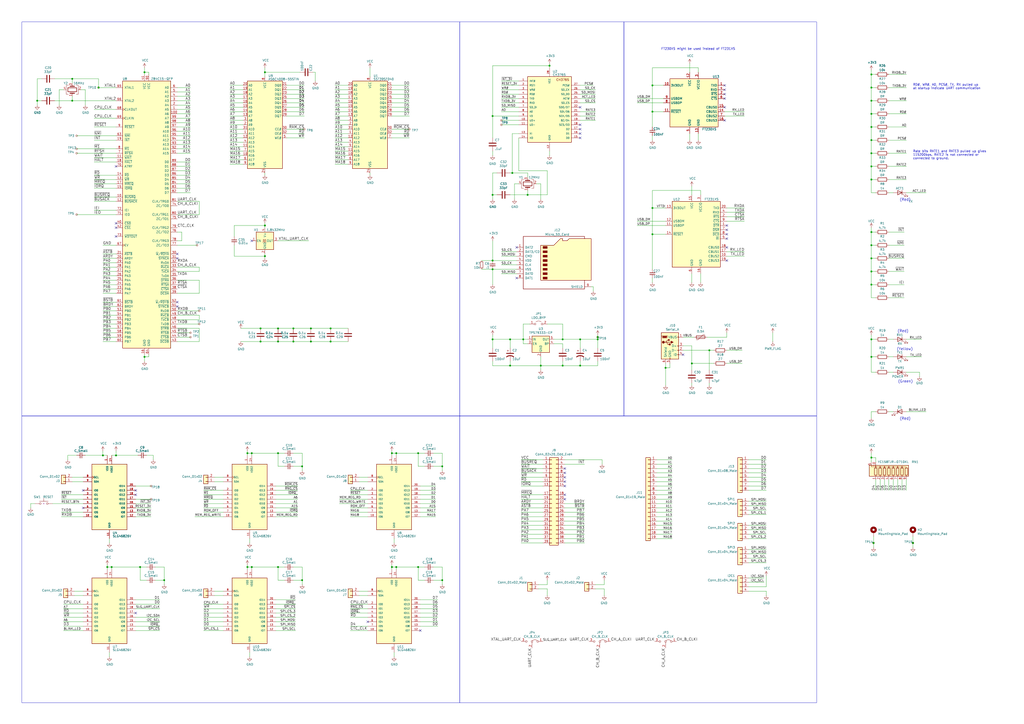
<source format=kicad_sch>
(kicad_sch (version 20230121) (generator eeschema)
  (paper "A2")
  (title_block (title "Tiny Z80 clone") (date "2023-03-16") (rev "1"))
  (lib_symbols
    (symbol "Connector:Micro_SD_Card" (pin_names (offset 1.016))
      (property "Reference" "J" (at -16.51 15.24 0))
      (property "Value" "Micro_SD_Card" (at 16.51 15.24 0))
      (symbol "Micro_SD_Card_1_1"
        (pin bidirectional line (at -22.86 7.62 0) (length 3.81) (name "DAT2") (number "1"))
        (pin bidirectional line (at -22.86 5.08 0) (length 3.81) (name "DAT3/CD") (number "2"))
        (pin input line (at -22.86 2.54 0) (length 3.81) (name "CMD") (number "3"))
        (pin power_in line (at -22.86 0 0) (length 3.81) (name "VDD") (number "4"))
        (pin input line (at -22.86 -2.54 0) (length 3.81) (name "CLK") (number "5"))
        (pin power_in line (at -22.86 -5.08 0) (length 3.81) (name "VSS") (number "6"))
        (pin bidirectional line (at -22.86 -7.62 0) (length 3.81) (name "DAT0") (number "7"))
        (pin bidirectional line (at -22.86 -10.16 0) (length 3.81) (name "DAT1") (number "8"))
        (pin passive line (at 20.32 -15.24 180) (length 3.81) (name "SHIELD") (number "9"))
      )
    )
    (symbol "Connector:TestPoint_Small" (pin_numbers hide) (pin_names (offset 0.762) hide)
      (property "Reference" "TP" (at 0 3.81 0))
      (property "Value" "TestPoint_Small" (at 0 2.032 0))
      (symbol "TestPoint_Small_1_1"
        (pin passive line (at 0 0 90) (length 0) (name "1") (number "1"))
      )
    )
    (symbol "Connector_Generic:Conn_01x02" (pin_names (offset 1.016) hide)
      (property "Reference" "J" (at 0 2.54 0))
      (property "Value" "Conn_01x02" (at 0 -5.08 0))
      (symbol "Conn_01x02_1_1"
        (pin passive line (at -5.08 0 0) (length 3.81) (name "Pin_1") (number "1"))
        (pin passive line (at -5.08 -2.54 0) (length 3.81) (name "Pin_2") (number "2"))
      )
    )
    (symbol "Connector_Generic:Conn_01x04" (pin_names (offset 1.016) hide)
      (property "Reference" "J" (at 0 5.08 0))
      (property "Value" "Conn_01x04" (at 0 -7.62 0))
      (symbol "Conn_01x04_1_1"
        (pin passive line (at -5.08 2.54 0) (length 3.81) (name "Pin_1") (number "1"))
        (pin passive line (at -5.08 0 0) (length 3.81) (name "Pin_2") (number "2"))
        (pin passive line (at -5.08 -2.54 0) (length 3.81) (name "Pin_3") (number "3"))
        (pin passive line (at -5.08 -5.08 0) (length 3.81) (name "Pin_4") (number "4"))
      )
    )
    (symbol "Connector_Generic:Conn_01x08" (pin_names (offset 1.016) hide)
      (property "Reference" "J" (at 0 10.16 0))
      (property "Value" "Conn_01x08" (at 0 -12.7 0))
      (symbol "Conn_01x08_1_1"
        (pin passive line (at -5.08 7.62 0) (length 3.81) (name "Pin_1") (number "1"))
        (pin passive line (at -5.08 5.08 0) (length 3.81) (name "Pin_2") (number "2"))
        (pin passive line (at -5.08 2.54 0) (length 3.81) (name "Pin_3") (number "3"))
        (pin passive line (at -5.08 0 0) (length 3.81) (name "Pin_4") (number "4"))
        (pin passive line (at -5.08 -2.54 0) (length 3.81) (name "Pin_5") (number "5"))
        (pin passive line (at -5.08 -5.08 0) (length 3.81) (name "Pin_6") (number "6"))
        (pin passive line (at -5.08 -7.62 0) (length 3.81) (name "Pin_7") (number "7"))
        (pin passive line (at -5.08 -10.16 0) (length 3.81) (name "Pin_8") (number "8"))
      )
    )
    (symbol "Connector_Generic:Conn_01x19" (pin_names (offset 1.016) hide)
      (property "Reference" "J" (at 0 25.4 0))
      (property "Value" "Conn_01x19" (at 0 -25.4 0))
      (symbol "Conn_01x19_1_1"
        (pin passive line (at -5.08 22.86 0) (length 3.81) (name "Pin_1") (number "1"))
        (pin passive line (at -5.08 0 0) (length 3.81) (name "Pin_10") (number "10"))
        (pin passive line (at -5.08 -2.54 0) (length 3.81) (name "Pin_11") (number "11"))
        (pin passive line (at -5.08 -5.08 0) (length 3.81) (name "Pin_12") (number "12"))
        (pin passive line (at -5.08 -7.62 0) (length 3.81) (name "Pin_13") (number "13"))
        (pin passive line (at -5.08 -10.16 0) (length 3.81) (name "Pin_14") (number "14"))
        (pin passive line (at -5.08 -12.7 0) (length 3.81) (name "Pin_15") (number "15"))
        (pin passive line (at -5.08 -15.24 0) (length 3.81) (name "Pin_16") (number "16"))
        (pin passive line (at -5.08 -17.78 0) (length 3.81) (name "Pin_17") (number "17"))
        (pin passive line (at -5.08 -20.32 0) (length 3.81) (name "Pin_18") (number "18"))
        (pin passive line (at -5.08 -22.86 0) (length 3.81) (name "Pin_19") (number "19"))
        (pin passive line (at -5.08 20.32 0) (length 3.81) (name "Pin_2") (number "2"))
        (pin passive line (at -5.08 17.78 0) (length 3.81) (name "Pin_3") (number "3"))
        (pin passive line (at -5.08 15.24 0) (length 3.81) (name "Pin_4") (number "4"))
        (pin passive line (at -5.08 12.7 0) (length 3.81) (name "Pin_5") (number "5"))
        (pin passive line (at -5.08 10.16 0) (length 3.81) (name "Pin_6") (number "6"))
        (pin passive line (at -5.08 7.62 0) (length 3.81) (name "Pin_7") (number "7"))
        (pin passive line (at -5.08 5.08 0) (length 3.81) (name "Pin_8") (number "8"))
        (pin passive line (at -5.08 2.54 0) (length 3.81) (name "Pin_9") (number "9"))
      )
    )
    (symbol "Device:C" (pin_numbers hide) (pin_names (offset 0.254))
      (property "Reference" "C" (at 0.635 2.54 0))
      (property "Value" "C" (at 0.635 -2.54 0))
      (symbol "C_1_1"
        (pin passive line (at 0 3.81 270) (length 2.794) (name "~") (number "1"))
        (pin passive line (at 0 -3.81 90) (length 2.794) (name "~") (number "2"))
      )
    )
    (symbol "Device:C_Small" (pin_numbers hide) (pin_names (offset 0.254) hide)
      (property "Reference" "C" (at 0.254 1.778 0))
      (property "Value" "C_Small" (at 0.254 -2.032 0))
      (symbol "C_Small_1_1"
        (pin passive line (at 0 2.54 270) (length 2.032) (name "~") (number "1"))
        (pin passive line (at 0 -2.54 90) (length 2.032) (name "~") (number "2"))
      )
    )
    (symbol "Device:Crystal_GND24" (pin_names (offset 1.016) hide)
      (property "Reference" "Y" (at 3.175 5.08 0))
      (property "Value" "Crystal_GND24" (at 3.175 3.175 0))
      (symbol "Crystal_GND24_1_1"
        (pin passive line (at -3.81 0 0) (length 1.27) (name "1") (number "1"))
        (pin passive line (at 0 5.08 270) (length 1.27) (name "2") (number "2"))
        (pin passive line (at 3.81 0 180) (length 1.27) (name "3") (number "3"))
        (pin passive line (at 0 -5.08 90) (length 1.27) (name "4") (number "4"))
      )
    )
    (symbol "Device:LED" (pin_numbers hide) (pin_names (offset 1.016) hide)
      (property "Reference" "D" (at 0 2.54 0))
      (property "Value" "LED" (at 0 -2.54 0))
      (symbol "LED_1_1"
        (pin passive line (at -3.81 0 0) (length 2.54) (name "K") (number "1"))
        (pin passive line (at 3.81 0 180) (length 2.54) (name "A") (number "2"))
      )
    )
    (symbol "Device:Polyfuse" (pin_numbers hide) (pin_names (offset 0))
      (property "Reference" "F" (at -2.54 0 90))
      (property "Value" "Polyfuse" (at 2.54 0 90))
      (symbol "Polyfuse_1_1"
        (pin passive line (at 0 3.81 270) (length 1.27) (name "~") (number "1"))
        (pin passive line (at 0 -3.81 90) (length 1.27) (name "~") (number "2"))
      )
    )
    (symbol "Device:R" (pin_numbers hide) (pin_names (offset 0))
      (property "Reference" "R" (at 2.032 0 90))
      (property "Value" "R" (at 0 0 90))
      (symbol "R_1_1"
        (pin passive line (at 0 3.81 270) (length 1.27) (name "~") (number "1"))
        (pin passive line (at 0 -3.81 90) (length 1.27) (name "~") (number "2"))
      )
    )
    (symbol "Device:R_Small" (pin_numbers hide) (pin_names (offset 0.254) hide)
      (property "Reference" "R" (at 0.762 0.508 0))
      (property "Value" "R_Small" (at 0.762 -1.016 0))
      (symbol "R_Small_1_1"
        (pin passive line (at 0 2.54 270) (length 0.762) (name "~") (number "1"))
        (pin passive line (at 0 -2.54 90) (length 0.762) (name "~") (number "2"))
      )
    )
    (symbol "Interface_USB:FT230XS"
      (property "Reference" "U" (at -13.97 15.24 0))
      (property "Value" "FT230XS" (at 7.62 15.24 0))
      (symbol "FT230XS_1_1"
        (pin output line (at 17.78 10.16 180) (length 3.81) (name "TXD") (number "1"))
        (pin power_out line (at -17.78 10.16 0) (length 3.81) (name "3V3OUT") (number "10"))
        (pin input line (at -17.78 -5.08 0) (length 3.81) (name "~{RESET}") (number "11"))
        (pin power_in line (at -2.54 17.78 270) (length 3.81) (name "VCC") (number "12"))
        (pin power_in line (at 2.54 -17.78 90) (length 3.81) (name "GND") (number "13"))
        (pin bidirectional line (at 17.78 -5.08 180) (length 3.81) (name "CBUS1") (number "14"))
        (pin bidirectional line (at 17.78 -2.54 180) (length 3.81) (name "CBUS0") (number "15"))
        (pin bidirectional line (at 17.78 -10.16 180) (length 3.81) (name "CBUS3") (number "16"))
        (pin output line (at 17.78 5.08 180) (length 3.81) (name "~{RTS}") (number "2"))
        (pin power_in line (at 2.54 17.78 270) (length 3.81) (name "VCCIO") (number "3"))
        (pin input line (at 17.78 7.62 180) (length 3.81) (name "RXD") (number "4"))
        (pin power_in line (at -2.54 -17.78 90) (length 3.81) (name "GND") (number "5"))
        (pin input line (at 17.78 2.54 180) (length 3.81) (name "~{CTS}") (number "6"))
        (pin bidirectional line (at 17.78 -7.62 180) (length 3.81) (name "CBUS2") (number "7"))
        (pin bidirectional line (at -17.78 0 0) (length 3.81) (name "USBDP") (number "8"))
        (pin bidirectional line (at -17.78 2.54 0) (length 3.81) (name "USBDM") (number "9"))
      )
    )
    (symbol "Interface_USB:FT231XS"
      (property "Reference" "U" (at -13.97 20.32 0))
      (property "Value" "FT231XS" (at 7.62 20.32 0))
      (symbol "FT231XS_1_1"
        (pin output line (at 17.78 5.08 180) (length 3.81) (name "~{DTR}") (number "1"))
        (pin bidirectional line (at 17.78 -12.7 180) (length 3.81) (name "CBUS2") (number "10"))
        (pin bidirectional line (at -17.78 5.08 0) (length 3.81) (name "USBDP") (number "11"))
        (pin bidirectional line (at -17.78 7.62 0) (length 3.81) (name "USBDM") (number "12"))
        (pin power_out line (at -17.78 15.24 0) (length 3.81) (name "3V3OUT") (number "13"))
        (pin input line (at -17.78 0 0) (length 3.81) (name "~{RESET}") (number "14"))
        (pin power_in line (at -2.54 22.86 270) (length 3.81) (name "VCC") (number "15"))
        (pin power_in line (at 2.54 -22.86 90) (length 3.81) (name "GND") (number "16"))
        (pin bidirectional line (at 17.78 -10.16 180) (length 3.81) (name "CBUS1") (number "17"))
        (pin bidirectional line (at 17.78 -7.62 180) (length 3.81) (name "CBUS0") (number "18"))
        (pin bidirectional line (at 17.78 -15.24 180) (length 3.81) (name "CBUS3") (number "19"))
        (pin output line (at 17.78 10.16 180) (length 3.81) (name "~{RTS}") (number "2"))
        (pin output line (at 17.78 15.24 180) (length 3.81) (name "TXD") (number "20"))
        (pin power_in line (at 2.54 22.86 270) (length 3.81) (name "VCCIO") (number "3"))
        (pin input line (at 17.78 12.7 180) (length 3.81) (name "RXD") (number "4"))
        (pin input line (at 17.78 -2.54 180) (length 3.81) (name "~{RI}") (number "5"))
        (pin power_in line (at -2.54 -22.86 90) (length 3.81) (name "GND") (number "6"))
        (pin input line (at 17.78 2.54 180) (length 3.81) (name "~{DSR}") (number "7"))
        (pin input line (at 17.78 0 180) (length 3.81) (name "~{DCD}") (number "8"))
        (pin input line (at 17.78 7.62 180) (length 3.81) (name "~{CTS}") (number "9"))
      )
    )
    (symbol "Jumper:Jumper_2_Open" (pin_names (offset 0) hide)
      (property "Reference" "JP" (at 0 2.794 0))
      (property "Value" "Jumper_2_Open" (at 0 -2.286 0))
      (symbol "Jumper_2_Open_1_1"
        (pin passive line (at -5.08 0 0) (length 2.54) (name "A") (number "1"))
        (pin passive line (at 5.08 0 180) (length 2.54) (name "B") (number "2"))
      )
    )
    (symbol "Mechanical:MountingHole_Pad" (pin_numbers hide) (pin_names (offset 1.016) hide)
      (property "Reference" "H" (at 0 6.35 0))
      (property "Value" "MountingHole_Pad" (at 0 4.445 0))
      (symbol "MountingHole_Pad_1_1"
        (pin input line (at 0 -2.54 90) (length 2.54) (name "1") (number "1"))
      )
    )
    (symbol "Oscillator:XO91" (pin_names (offset 0.254))
      (property "Reference" "X" (at -5.08 6.35 0))
      (property "Value" "XO91" (at 1.27 -6.35 0))
      (symbol "XO91_1_1"
        (pin input line (at -7.62 0 0) (length 2.54) (name "EN") (number "1"))
        (pin power_in line (at 0 -7.62 90) (length 2.54) (name "GND") (number "2"))
        (pin output line (at 7.62 0 180) (length 2.54) (name "OUT") (number "3"))
        (pin power_in line (at 0 7.62 270) (length 2.54) (name "V+") (number "4"))
      )
    )
    (symbol "Regulator_Linear:TPS79333-EP" (pin_names (offset 0.254))
      (property "Reference" "U" (at -3.81 5.715 0))
      (property "Value" "TPS79333-EP" (at 0 5.715 0))
      (symbol "TPS79333-EP_1_1"
        (pin power_in line (at -7.62 2.54 0) (length 2.54) (name "IN") (number "1"))
        (pin power_in line (at 0 -7.62 90) (length 2.54) (name "GND") (number "2"))
        (pin input line (at -7.62 0 0) (length 2.54) (name "EN") (number "3"))
        (pin bidirectional line (at 7.62 0 180) (length 2.54) (name "BP") (number "4"))
        (pin power_out line (at 7.62 2.54 180) (length 2.54) (name "OUT") (number "5"))
      )
    )
    (symbol "Switch:SW_Push" (pin_numbers hide) (pin_names (offset 1.016) hide)
      (property "Reference" "SW" (at 1.27 2.54 0))
      (property "Value" "SW_Push" (at 0 -1.524 0))
      (symbol "SW_Push_0_1"
        (pin passive line (at -5.08 0 0) (length 2.54) (name "1") (number "1"))
        (pin passive line (at 5.08 0 180) (length 2.54) (name "2") (number "2"))
      )
    )
    (symbol "Tiny_Z80:+3.3V-power" (power) (pin_names (offset 0))
      (property "Value" "+3.3V-power" (at 0 3.556 0))
      (symbol "+3.3V-power_1_1"
        (pin power_in line (at 0 0 90) (length 0) hide (name "+3V3") (number "1"))
      )
    )
    (symbol "Tiny_Z80:CP1-Device" (pin_numbers hide) (pin_names (offset 0.254) hide)
      (property "Reference" "C" (at 0.635 2.54 0))
      (property "Value" "CP1-Device" (at 0.635 -2.54 0))
      (symbol "CP1-Device_1_1"
        (pin passive line (at 0 3.81 270) (length 2.794) (name "~") (number "1"))
        (pin passive line (at 0 -3.81 90) (length 3.302) (name "~") (number "2"))
      )
    )
    (symbol "Tiny_Z80:Conn_02x20_Odd_Even_Polarized" (pin_names (offset 1.016) hide)
      (property "Reference" "J9" (at 1.27 28.3718 0))
      (property "Value" "Conn_02x20_Odd_Even" (at 1.27 26.0604 0))
      (symbol "Conn_02x20_Odd_Even_Polarized_1_1"
        (pin passive line (at -5.08 22.86 0) (length 3.81) (name "Pin_1") (number "1"))
        (pin passive line (at 7.62 12.7 180) (length 3.81) (name "Pin_10") (number "10"))
        (pin passive line (at -5.08 10.16 0) (length 3.81) (name "Pin_11") (number "11"))
        (pin passive line (at 7.62 10.16 180) (length 3.81) (name "Pin_12") (number "12"))
        (pin passive line (at -5.08 7.62 0) (length 3.81) (name "Pin_13") (number "13"))
        (pin passive line (at 7.62 7.62 180) (length 3.81) (name "Pin_14") (number "14"))
        (pin passive line (at -5.08 2.54 0) (length 3.81) (name "Pin_17") (number "17"))
        (pin passive line (at 7.62 2.54 180) (length 3.81) (name "Pin_18") (number "18"))
        (pin passive line (at -5.08 0 0) (length 3.81) (name "Pin_19") (number "19"))
        (pin passive line (at 7.62 22.86 180) (length 3.81) (name "Pin_2") (number "2"))
        (pin passive line (at 7.62 0 180) (length 3.81) (name "Pin_20") (number "20"))
        (pin passive line (at -5.08 -2.54 0) (length 3.81) (name "Pin_21") (number "21"))
        (pin passive line (at 7.62 -2.54 180) (length 3.81) (name "Pin_22") (number "22"))
        (pin passive line (at -5.08 -5.08 0) (length 3.81) (name "Pin_23") (number "23"))
        (pin passive line (at 7.62 -5.08 180) (length 3.81) (name "Pin_24") (number "24"))
        (pin passive line (at -5.08 -7.62 0) (length 3.81) (name "Pin_25") (number "25"))
        (pin passive line (at 7.62 -7.62 180) (length 3.81) (name "Pin_26") (number "26"))
        (pin passive line (at -5.08 -10.16 0) (length 3.81) (name "Pin_27") (number "27"))
        (pin passive line (at 7.62 -10.16 180) (length 3.81) (name "Pin_28") (number "28"))
        (pin passive line (at -5.08 -12.7 0) (length 3.81) (name "Pin_29") (number "29"))
        (pin passive line (at -5.08 20.32 0) (length 3.81) (name "Pin_3") (number "3"))
        (pin passive line (at 7.62 -12.7 180) (length 3.81) (name "Pin_30") (number "30"))
        (pin passive line (at -5.08 -15.24 0) (length 3.81) (name "Pin_31") (number "31"))
        (pin passive line (at 7.62 -15.24 180) (length 3.81) (name "Pin_32") (number "32"))
        (pin passive line (at -5.08 -17.78 0) (length 3.81) (name "Pin_33") (number "33"))
        (pin passive line (at 7.62 -17.78 180) (length 3.81) (name "Pin_34") (number "34"))
        (pin passive line (at -5.08 -20.32 0) (length 3.81) (name "Pin_35") (number "35"))
        (pin passive line (at 7.62 -20.32 180) (length 3.81) (name "Pin_36") (number "36"))
        (pin passive line (at -5.08 -22.86 0) (length 3.81) (name "Pin_37") (number "37"))
        (pin passive line (at 7.62 -22.86 180) (length 3.81) (name "Pin_38") (number "38"))
        (pin passive line (at -5.08 -25.4 0) (length 3.81) (name "Pin_39") (number "39"))
        (pin passive line (at 7.62 20.32 180) (length 3.81) (name "Pin_4") (number "4"))
        (pin passive line (at 7.62 -25.4 180) (length 3.81) (name "Pin_40") (number "40"))
        (pin passive line (at -5.08 17.78 0) (length 3.81) (name "Pin_5") (number "5"))
        (pin passive line (at 7.62 17.78 180) (length 3.81) (name "Pin_6") (number "6"))
        (pin passive line (at -5.08 15.24 0) (length 3.81) (name "Pin_7") (number "7"))
        (pin passive line (at 7.62 15.24 180) (length 3.81) (name "Pin_8") (number "8"))
        (pin passive line (at -5.08 12.7 0) (length 3.81) (name "Pin_9") (number "9"))
      )
    )
    (symbol "Tiny_Z80:Jumper_3_Bridged12-my_components" (pin_names (offset 0) hide)
      (property "Reference" "JP" (at -2.54 -2.54 0))
      (property "Value" "Jumper_3_Bridged12-my_components" (at 0 2.794 0))
      (symbol "Jumper_3_Bridged12-my_components_1_1"
        (pin passive line (at -6.35 0 0) (length 2.54) (name "A") (number "1"))
        (pin passive line (at 0 -3.81 90) (length 2.54) (name "C") (number "2"))
        (pin passive line (at 6.35 0 180) (length 2.54) (name "B") (number "3"))
      )
    )
    (symbol "Tiny_Z80:SLG46826V" (pin_names (offset 1.016))
      (property "Reference" "U" (at -10.16 19.05 0))
      (property "Value" "SLG46826V" (at 2.54 17.78 0))
      (symbol "SLG46826V_0_0"
        (pin power_in line (at -1.27 22.86 270) (length 5.08) (name "VDD") (number "1"))
        (pin bidirectional line (at -15.24 -12.7 0) (length 5.08) (name "IO6") (number "10"))
        (pin power_in line (at 0 -25.4 90) (length 5.08) (name "GND") (number "11"))
        (pin bidirectional line (at 15.24 -12.7 180) (length 5.08) (name "IO7") (number "12"))
        (pin bidirectional line (at 15.24 -10.16 180) (length 5.08) (name "IO8") (number "13"))
        (pin power_in line (at 1.27 22.86 270) (length 5.08) (name "VDD2") (number "14"))
        (pin bidirectional line (at 15.24 -7.62 180) (length 5.08) (name "IO9") (number "15"))
        (pin bidirectional line (at 15.24 -5.08 180) (length 5.08) (name "IO10") (number "16"))
        (pin bidirectional line (at 15.24 -2.54 180) (length 5.08) (name "IO11") (number "17"))
        (pin bidirectional line (at 15.24 0 180) (length 5.08) (name "IO12") (number "18"))
        (pin bidirectional line (at 15.24 2.54 180) (length 5.08) (name "IO13") (number "19"))
        (pin bidirectional line (at -15.24 2.54 0) (length 5.08) (name "IO0") (number "2"))
        (pin bidirectional line (at 15.24 5.08 180) (length 5.08) (name "IO14") (number "20"))
        (pin bidirectional line (at -15.24 0 0) (length 5.08) (name "IO1") (number "3"))
        (pin bidirectional line (at -15.24 -2.54 0) (length 5.08) (name "IO2") (number "4"))
        (pin bidirectional line (at -15.24 -5.08 0) (length 5.08) (name "IO3") (number "5"))
        (pin bidirectional line (at -15.24 -7.62 0) (length 5.08) (name "IO4") (number "6"))
        (pin bidirectional line (at -15.24 -10.16 0) (length 5.08) (name "IO5") (number "7"))
        (pin input clock (at -15.24 10.16 0) (length 5.08) (name "SCL") (number "8"))
        (pin bidirectional line (at -15.24 7.62 0) (length 5.08) (name "SDA") (number "9"))
      )
    )
    (symbol "Tiny_Z80:USB_B_Mini-Connector" (pin_names (offset 1.016))
      (property "Reference" "J" (at -5.08 11.43 0))
      (property "Value" "USB_B_Mini-Connector" (at -5.08 8.89 0))
      (symbol "USB_B_Mini-Connector_1_1"
        (pin power_out line (at 7.62 5.08 180) (length 2.54) (name "VBUS") (number "1"))
        (pin bidirectional line (at 7.62 -2.54 180) (length 2.54) (name "D-") (number "2"))
        (pin bidirectional line (at 7.62 0 180) (length 2.54) (name "D+") (number "3"))
        (pin passive line (at 7.62 -5.08 180) (length 2.54) (name "ID") (number "4"))
        (pin power_out line (at 0 -10.16 90) (length 2.54) (name "GND") (number "5"))
        (pin passive line (at -2.54 -10.16 90) (length 2.54) (name "Shield") (number "6"))
      )
    )
    (symbol "Tiny_Z80:YC158TJR-0710KL" (pin_names (offset 1.016) hide)
      (property "Reference" "RN1" (at 15.24 5.08 0))
      (property "Value" "YC158TJR-0710KL" (at 2.54 5.08 0))
      (symbol "YC158TJR-0710KL_1_1"
        (pin passive line (at -7.62 -5.08 90) (length 1.27) (name "R1") (number "1"))
        (pin passive line (at -7.62 5.08 270) (length 2.54) (name "common") (number "10"))
        (pin passive line (at -5.08 -5.08 90) (length 1.27) (name "R2") (number "2"))
        (pin passive line (at -2.54 -5.08 90) (length 1.27) (name "R3") (number "3"))
        (pin passive line (at 0 -5.08 90) (length 1.27) (name "R4") (number "4"))
        (pin passive line (at -10.16 5.08 270) (length 2.54) (name "R4") (number "5"))
        (pin passive line (at 2.54 -5.08 90) (length 1.27) (name "R5") (number "6"))
        (pin passive line (at 5.08 -5.08 90) (length 1.27) (name "R6") (number "7"))
        (pin passive line (at 7.62 -5.08 90) (length 1.27) (name "R7") (number "8"))
        (pin passive line (at 10.16 -5.08 90) (length 1.27) (name "R8") (number "9"))
      )
    )
    (symbol "Tiny_Z80:Z84C15-QFP-my_components" (pin_names (offset 1.016))
      (property "Reference" "U" (at -13.97 35.56 0))
      (property "Value" "Z84C15-QFP-my_components" (at 6.35 35.56 0))
      (symbol "Z84C15-QFP-my_components_1_1"
        (pin bidirectional line (at 17.78 17.78 180) (length 3.81) (name "A5") (number "1"))
        (pin input line (at -17.78 -33.02 0) (length 3.81) (name "~{BUSRQ}") (number "10"))
        (pin bidirectional line (at 17.78 15.24 180) (length 3.81) (name "A6") (number "100"))
        (pin input line (at -17.78 -10.16 0) (length 3.81) (name "~{WAIT}") (number "11"))
        (pin output line (at -17.78 -35.56 0) (length 3.81) (name "~{BUSACK}") (number "12"))
        (pin output line (at -17.78 -22.86 0) (length 3.81) (name "~{WR}") (number "13"))
        (pin output line (at -17.78 -20.32 0) (length 3.81) (name "~{RD}") (number "14"))
        (pin output line (at -17.78 -27.94 0) (length 3.81) (name "~{IORQ}") (number "15"))
        (pin power_in line (at -1.27 -124.46 90) (length 3.81) (name "GND") (number "16"))
        (pin output line (at -17.78 -25.4 0) (length 3.81) (name "~{MREQ}") (number "17"))
        (pin output line (at -17.78 -12.7 0) (length 3.81) (name "~{HALT}") (number "18"))
        (pin input line (at -17.78 0 0) (length 3.81) (name "~{INT}") (number "19"))
        (pin bidirectional line (at 17.78 20.32 180) (length 3.81) (name "A4") (number "2"))
        (pin output line (at -17.78 -68.58 0) (length 3.81) (name "ARDY") (number "20"))
        (pin input line (at -17.78 -66.04 0) (length 3.81) (name "~{ASTB}") (number "21"))
        (pin tri_state line (at -17.78 -88.9 0) (length 3.81) (name "PA7") (number "22"))
        (pin tri_state line (at -17.78 -86.36 0) (length 3.81) (name "PA6") (number "23"))
        (pin tri_state line (at -17.78 -83.82 0) (length 3.81) (name "PA5") (number "24"))
        (pin tri_state line (at -17.78 -81.28 0) (length 3.81) (name "PA4") (number "25"))
        (pin tri_state line (at -17.78 -78.74 0) (length 3.81) (name "PA3") (number "26"))
        (pin tri_state line (at -17.78 -76.2 0) (length 3.81) (name "PA2") (number "27"))
        (pin tri_state line (at -17.78 -73.66 0) (length 3.81) (name "PA1") (number "28"))
        (pin tri_state line (at -17.78 -71.12 0) (length 3.81) (name "PA0") (number "29"))
        (pin bidirectional line (at 17.78 22.86 180) (length 3.81) (name "A3") (number "3"))
        (pin output line (at 17.78 -66.04 180) (length 3.81) (name "~{W}/~{RDYA}") (number "30"))
        (pin bidirectional line (at 17.78 -68.58 180) (length 3.81) (name "~{SYNCA}") (number "31"))
        (pin input line (at 17.78 -71.12 180) (length 3.81) (name "RxDA") (number "32"))
        (pin input line (at 17.78 -73.66 180) (length 3.81) (name "~{RxCA}") (number "33"))
        (pin input line (at 17.78 -76.2 180) (length 3.81) (name "~{TxCA}") (number "34"))
        (pin output line (at 17.78 -78.74 180) (length 3.81) (name "TxDA") (number "35"))
        (pin output line (at 17.78 -81.28 180) (length 3.81) (name "~{DTRA}") (number "36"))
        (pin output line (at 17.78 -83.82 180) (length 3.81) (name "~{RTSA}") (number "37"))
        (pin input line (at 17.78 -86.36 180) (length 3.81) (name "~{CTSA}") (number "38"))
        (pin input line (at 17.78 -88.9 180) (length 3.81) (name "~{DCDA}") (number "39"))
        (pin bidirectional line (at 17.78 25.4 180) (length 3.81) (name "A2") (number "4"))
        (pin output line (at -17.78 -48.26 0) (length 3.81) (name "~{CS0}") (number "40"))
        (pin power_in line (at -1.27 38.1 270) (length 3.81) (name "VCC") (number "41"))
        (pin output line (at -17.78 -50.8 0) (length 3.81) (name "~{CS1}") (number "42"))
        (pin input line (at 17.78 -116.84 180) (length 3.81) (name "~{DCDB}") (number "43"))
        (pin input line (at 17.78 -114.3 180) (length 3.81) (name "~{CTSB}") (number "44"))
        (pin output line (at 17.78 -111.76 180) (length 3.81) (name "~{RTSB}") (number "45"))
        (pin output line (at 17.78 -109.22 180) (length 3.81) (name "~{DTRB}") (number "46"))
        (pin output line (at 17.78 -106.68 180) (length 3.81) (name "TxDB") (number "47"))
        (pin input line (at 17.78 -104.14 180) (length 3.81) (name "~{TxCB}") (number "48"))
        (pin input line (at 17.78 -101.6 180) (length 3.81) (name "~{RxCB}") (number "49"))
        (pin bidirectional line (at 17.78 27.94 180) (length 3.81) (name "A1") (number "5"))
        (pin input line (at 17.78 -99.06 180) (length 3.81) (name "RxDB") (number "50"))
        (pin bidirectional line (at 17.78 -96.52 180) (length 3.81) (name "~{SYNCB}") (number "51"))
        (pin output line (at 17.78 -93.98 180) (length 3.81) (name "~{W}/~{RDYB}") (number "52"))
        (pin tri_state line (at -17.78 -99.06 0) (length 3.81) (name "PB0") (number "53"))
        (pin tri_state line (at -17.78 -101.6 0) (length 3.81) (name "PB1") (number "54"))
        (pin tri_state line (at -17.78 -104.14 0) (length 3.81) (name "PB2") (number "55"))
        (pin tri_state line (at -17.78 -106.68 0) (length 3.81) (name "PB3") (number "56"))
        (pin tri_state line (at -17.78 -109.22 0) (length 3.81) (name "PB4") (number "57"))
        (pin tri_state line (at -17.78 -111.76 0) (length 3.81) (name "PB5") (number "58"))
        (pin tri_state line (at -17.78 -114.3 0) (length 3.81) (name "PB6") (number "59"))
        (pin bidirectional line (at 17.78 30.48 180) (length 3.81) (name "A0") (number "6"))
        (pin tri_state line (at -17.78 -116.84 0) (length 3.81) (name "PB7") (number "60"))
        (pin input line (at -17.78 -93.98 0) (length 3.81) (name "~{BSTB}") (number "61"))
        (pin output line (at -17.78 -96.52 0) (length 3.81) (name "BRDY") (number "62"))
        (pin input line (at -17.78 2.54 0) (length 3.81) (name "~{NMI}") (number "63"))
        (pin power_in line (at 1.27 -124.46 90) (length 3.81) (name "GND") (number "64"))
        (pin input line (at -17.78 30.48 0) (length 3.81) (name "XTAL1") (number "65"))
        (pin output line (at -17.78 22.86 0) (length 3.81) (name "XTAL2") (number "66"))
        (pin input clock (at -17.78 -60.96 0) (length 3.81) (name "EV") (number "67"))
        (pin output clock (at -17.78 17.78 0) (length 3.81) (name "CLKOUT") (number "68"))
        (pin input clock (at -17.78 12.7 0) (length 3.81) (name "CLKIN") (number "69"))
        (pin output line (at -17.78 -7.62 0) (length 3.81) (name "~{RFSH}") (number "7"))
        (pin output line (at -17.78 -15.24 0) (length 3.81) (name "A7RF") (number "70"))
        (pin output line (at -17.78 -43.18 0) (length 3.81) (name "IEO") (number "71"))
        (pin input line (at -17.78 -40.64 0) (length 3.81) (name "IEI") (number "72"))
        (pin open_collector line (at -17.78 -55.88 0) (length 3.81) (name "~{WDTOUT}") (number "73"))
        (pin output line (at 17.78 -38.1 180) (length 3.81) (name "ZC/TO0") (number "74"))
        (pin output line (at 17.78 -45.72 180) (length 3.81) (name "ZC/TO1") (number "75"))
        (pin output line (at 17.78 -53.34 180) (length 3.81) (name "ZC/TO2") (number "76"))
        (pin output line (at 17.78 -60.96 180) (length 3.81) (name "ZC/TO3") (number "77"))
        (pin input line (at 17.78 -58.42 180) (length 3.81) (name "CLK/TRG3") (number "78"))
        (pin input line (at 17.78 -50.8 180) (length 3.81) (name "CLK/TRG2") (number "79"))
        (pin output line (at -17.78 -5.08 0) (length 3.81) (name "~{M1}") (number "8"))
        (pin input line (at 17.78 -43.18 180) (length 3.81) (name "CLK/TRG1") (number "80"))
        (pin input line (at 17.78 -35.56 180) (length 3.81) (name "CLK/TRG0") (number "81"))
        (pin bidirectional line (at 17.78 -30.48 180) (length 3.81) (name "D7") (number "82"))
        (pin bidirectional line (at 17.78 -27.94 180) (length 3.81) (name "D6") (number "83"))
        (pin bidirectional line (at 17.78 -25.4 180) (length 3.81) (name "D5") (number "84"))
        (pin bidirectional line (at 17.78 -22.86 180) (length 3.81) (name "D4") (number "85"))
        (pin bidirectional line (at 17.78 -20.32 180) (length 3.81) (name "D3") (number "86"))
        (pin bidirectional line (at 17.78 -17.78 180) (length 3.81) (name "D2") (number "87"))
        (pin bidirectional line (at 17.78 -15.24 180) (length 3.81) (name "D1") (number "88"))
        (pin bidirectional line (at 17.78 -12.7 180) (length 3.81) (name "D0") (number "89"))
        (pin input line (at -17.78 7.62 0) (length 3.81) (name "~{RESET}") (number "9"))
        (pin power_in line (at 1.27 38.1 270) (length 3.81) (name "VCC") (number "90"))
        (pin bidirectional line (at 17.78 -7.62 180) (length 3.81) (name "A15") (number "91"))
        (pin bidirectional line (at 17.78 -5.08 180) (length 3.81) (name "A14") (number "92"))
        (pin bidirectional line (at 17.78 -2.54 180) (length 3.81) (name "A13") (number "93"))
        (pin bidirectional line (at 17.78 0 180) (length 3.81) (name "A12") (number "94"))
        (pin bidirectional line (at 17.78 2.54 180) (length 3.81) (name "A11") (number "95"))
        (pin bidirectional line (at 17.78 5.08 180) (length 3.81) (name "A10") (number "96"))
        (pin bidirectional line (at 17.78 7.62 180) (length 3.81) (name "A9") (number "97"))
        (pin bidirectional line (at 17.78 10.16 180) (length 3.81) (name "A8") (number "98"))
        (pin bidirectional line (at 17.78 12.7 180) (length 3.81) (name "A7") (number "99"))
      )
    )
    (symbol "ch376:CH376S" (pin_names (offset 1.016))
      (property "Reference" "U" (at 0 0 0))
      (property "Value" "CH376S" (at 0 0 0))
      (symbol "CH376S_0_0"
        (text "CH376S" (at 3.81 15.24 0) (effects (font (size 1.27 1.27)) (justify left bottom)))
        (pin bidirectional line (at -17.78 15.24 0) (length 5.08) (name "INT#") (number "1"))
        (pin bidirectional line (at -17.78 -7.62 0) (length 5.08) (name "UD+") (number "10"))
        (pin bidirectional line (at -17.78 -10.16 0) (length 5.08) (name "UD-") (number "11"))
        (pin power_in line (at 0 -25.4 90) (length 5.08) (name "GND") (number "12"))
        (pin bidirectional line (at -17.78 -15.24 0) (length 5.08) (name "XI") (number "13"))
        (pin bidirectional line (at -17.78 -17.78 0) (length 5.08) (name "XO") (number "14"))
        (pin bidirectional line (at 17.78 -17.78 180) (length 5.08) (name "D0") (number "15"))
        (pin bidirectional line (at 17.78 -15.24 180) (length 5.08) (name "D1") (number "16"))
        (pin bidirectional line (at 17.78 -12.7 180) (length 5.08) (name "D2") (number "17"))
        (pin bidirectional line (at 17.78 -10.16 180) (length 5.08) (name "SCS/D3") (number "18"))
        (pin bidirectional line (at 17.78 -7.62 180) (length 5.08) (name "BZ/D4") (number "19"))
        (pin bidirectional line (at -17.78 12.7 0) (length 5.08) (name "RSTI") (number "2"))
        (pin bidirectional line (at 17.78 -5.08 180) (length 5.08) (name "SCK/D5") (number "20"))
        (pin bidirectional line (at 17.78 -2.54 180) (length 5.08) (name "SDI/D6") (number "21"))
        (pin bidirectional line (at 17.78 0 180) (length 5.08) (name "SDO/D7") (number "22"))
        (pin bidirectional line (at 17.78 2.54 180) (length 5.08) (name "SD_CS") (number "23"))
        (pin bidirectional line (at 17.78 5.08 180) (length 5.08) (name "ACT#") (number "24"))
        (pin bidirectional line (at 17.78 7.62 180) (length 5.08) (name "SD_DO") (number "25"))
        (pin bidirectional line (at 17.78 10.16 180) (length 5.08) (name "SD_CK") (number "26"))
        (pin bidirectional line (at 17.78 12.7 180) (length 5.08) (name "PCS#") (number "27"))
        (pin power_in line (at 0 22.86 270) (length 5.08) (name "VCC") (number "28"))
        (pin bidirectional line (at -17.78 10.16 0) (length 5.08) (name "WR#") (number "3"))
        (pin bidirectional line (at -17.78 7.62 0) (length 5.08) (name "RD#") (number "4"))
        (pin bidirectional line (at -17.78 5.08 0) (length 5.08) (name "TXD") (number "5"))
        (pin bidirectional line (at -17.78 2.54 0) (length 5.08) (name "RXD") (number "6"))
        (pin bidirectional line (at -17.78 0 0) (length 5.08) (name "SD_DI") (number "7"))
        (pin bidirectional line (at -17.78 -2.54 0) (length 5.08) (name "A0") (number "8"))
        (pin bidirectional line (at -17.78 -5.08 0) (length 5.08) (name "V3") (number "9"))
      )
    )
    (symbol "power:GND" (power) (pin_names (offset 0))
      (property "Value" "GND" (at 0 -3.81 0))
      (symbol "GND_1_1"
        (pin power_in line (at 0 0 270) (length 0) hide (name "GND") (number "1"))
      )
    )
    (symbol "power:PWR_FLAG" (power) (pin_numbers hide) (pin_names (offset 0) hide)
      (property "Value" "PWR_FLAG" (at 0 3.81 0))
      (symbol "PWR_FLAG_0_0"
        (pin power_out line (at 0 0 90) (length 0) (name "pwr") (number "1"))
      )
    )
    (symbol "power:VCC" (power) (pin_names (offset 0))
      (property "Value" "VCC" (at 0 3.81 0))
      (symbol "VCC_1_1"
        (pin power_in line (at 0 0 90) (length 0) hide (name "VCC") (number "1"))
      )
    )
    (symbol "sram-flash:AS6C4008-55STIN"
      (property "Reference" "U" (at -10.16 26.035 0))
      (property "Value" "AS6C4008-55STIN" (at 2.54 26.035 0))
      (symbol "AS6C4008-55STIN_0_0"
        (pin power_in line (at 0 -27.94 90) (length 2.54) (name "VSS") (number "24"))
        (pin power_in line (at 0 27.94 270) (length 2.54) (name "VCC") (number "8"))
      )
      (symbol "AS6C4008-55STIN_1_1"
        (pin input line (at -12.7 -5.08 0) (length 2.54) (name "A11") (number "1"))
        (pin input line (at -12.7 -17.78 0) (length 2.54) (name "A16") (number "10"))
        (pin input line (at -12.7 -12.7 0) (length 2.54) (name "A14") (number "11"))
        (pin input line (at -12.7 -7.62 0) (length 2.54) (name "A12") (number "12"))
        (pin input line (at -12.7 5.08 0) (length 2.54) (name "A7") (number "13"))
        (pin input line (at -12.7 7.62 0) (length 2.54) (name "A6") (number "14"))
        (pin input line (at -12.7 10.16 0) (length 2.54) (name "A5") (number "15"))
        (pin input line (at -12.7 12.7 0) (length 2.54) (name "A4") (number "16"))
        (pin input line (at -12.7 15.24 0) (length 2.54) (name "A3") (number "17"))
        (pin input line (at -12.7 17.78 0) (length 2.54) (name "A2") (number "18"))
        (pin input line (at -12.7 20.32 0) (length 2.54) (name "A1") (number "19"))
        (pin input line (at -12.7 0 0) (length 2.54) (name "A9") (number "2"))
        (pin input line (at -12.7 22.86 0) (length 2.54) (name "A0") (number "20"))
        (pin tri_state line (at 12.7 22.86 180) (length 2.54) (name "DQ0") (number "21"))
        (pin tri_state line (at 12.7 20.32 180) (length 2.54) (name "DQ1") (number "22"))
        (pin tri_state line (at 12.7 17.78 180) (length 2.54) (name "DQ2") (number "23"))
        (pin tri_state line (at 12.7 15.24 180) (length 2.54) (name "DQ3") (number "25"))
        (pin tri_state line (at 12.7 12.7 180) (length 2.54) (name "DQ4") (number "26"))
        (pin tri_state line (at 12.7 10.16 180) (length 2.54) (name "DQ5") (number "27"))
        (pin tri_state line (at 12.7 7.62 180) (length 2.54) (name "DQ6") (number "28"))
        (pin tri_state line (at 12.7 5.08 180) (length 2.54) (name "DQ7") (number "29"))
        (pin input line (at -12.7 2.54 0) (length 2.54) (name "A8") (number "3"))
        (pin input line (at 12.7 -2.54 180) (length 2.54) (name "CE#") (number "30"))
        (pin input line (at -12.7 -2.54 0) (length 2.54) (name "A10") (number "31"))
        (pin input line (at 12.7 -5.08 180) (length 2.54) (name "OE#") (number "32"))
        (pin input line (at -12.7 -10.16 0) (length 2.54) (name "A13") (number "4"))
        (pin input line (at 12.7 -7.62 180) (length 2.54) (name "WE#") (number "5"))
        (pin input line (at -12.7 -20.32 0) (length 2.54) (name "A17") (number "6"))
        (pin input line (at -12.7 -15.24 0) (length 2.54) (name "A15") (number "7"))
        (pin input line (at -12.7 -22.86 0) (length 2.54) (name "A18") (number "9"))
      )
    )
    (symbol "sram-flash:SST39SF040"
      (property "Reference" "U" (at -10.16 26.035 0))
      (property "Value" "SST39SF040" (at 2.54 26.035 0))
      (symbol "SST39SF040_0_0"
        (pin power_in line (at 0 -27.94 90) (length 2.54) (name "VSS") (number "24"))
        (pin power_in line (at 0 27.94 270) (length 2.54) (name "VCC") (number "8"))
      )
      (symbol "SST39SF040_1_1"
        (pin input line (at -12.7 -5.08 0) (length 2.54) (name "A11") (number "1"))
        (pin input line (at -12.7 -17.78 0) (length 2.54) (name "A16") (number "10"))
        (pin input line (at -12.7 -15.24 0) (length 2.54) (name "A15") (number "11"))
        (pin input line (at -12.7 -7.62 0) (length 2.54) (name "A12") (number "12"))
        (pin input line (at -12.7 5.08 0) (length 2.54) (name "A7") (number "13"))
        (pin input line (at -12.7 7.62 0) (length 2.54) (name "A6") (number "14"))
        (pin input line (at -12.7 10.16 0) (length 2.54) (name "A5") (number "15"))
        (pin input line (at -12.7 12.7 0) (length 2.54) (name "A4") (number "16"))
        (pin input line (at -12.7 15.24 0) (length 2.54) (name "A3") (number "17"))
        (pin input line (at -12.7 17.78 0) (length 2.54) (name "A2") (number "18"))
        (pin input line (at -12.7 20.32 0) (length 2.54) (name "A1") (number "19"))
        (pin input line (at -12.7 0 0) (length 2.54) (name "A9") (number "2"))
        (pin input line (at -12.7 22.86 0) (length 2.54) (name "A0") (number "20"))
        (pin tri_state line (at 12.7 22.86 180) (length 2.54) (name "DQ0") (number "21"))
        (pin tri_state line (at 12.7 20.32 180) (length 2.54) (name "DQ1") (number "22"))
        (pin tri_state line (at 12.7 17.78 180) (length 2.54) (name "DQ2") (number "23"))
        (pin tri_state line (at 12.7 15.24 180) (length 2.54) (name "DQ3") (number "25"))
        (pin tri_state line (at 12.7 12.7 180) (length 2.54) (name "DQ4") (number "26"))
        (pin tri_state line (at 12.7 10.16 180) (length 2.54) (name "DQ5") (number "27"))
        (pin tri_state line (at 12.7 7.62 180) (length 2.54) (name "DQ6") (number "28"))
        (pin tri_state line (at 12.7 5.08 180) (length 2.54) (name "DQ7") (number "29"))
        (pin input line (at -12.7 2.54 0) (length 2.54) (name "A8") (number "3"))
        (pin input line (at 12.7 -2.54 180) (length 2.54) (name "CE#") (number "30"))
        (pin input line (at -12.7 -2.54 0) (length 2.54) (name "A10") (number "31"))
        (pin input line (at 12.7 -5.08 180) (length 2.54) (name "OE#") (number "32"))
        (pin input line (at -12.7 -10.16 0) (length 2.54) (name "A13") (number "4"))
        (pin input line (at -12.7 -12.7 0) (length 2.54) (name "A14") (number "5"))
        (pin input line (at -12.7 -20.32 0) (length 2.54) (name "A17") (number "6"))
        (pin input line (at 12.7 -7.62 180) (length 2.54) (name "WE#") (number "7"))
        (pin input line (at -12.7 -22.86 0) (length 2.54) (name "A18") (number "9"))
      )
    )
  )
  (junction (at 411.48 203.2))
  (junction (at 505.46 265.43))
  (junction (at 180.34 198.12))
  (junction (at 57.15 50.8))
  (junction (at 191.77 198.12))
  (junction (at 346.71 195.58))
  (junction (at 41.91 45.72))
  (junction (at 21.59 58.42))
  (junction (at 505.46 43.18))
  (junction (at 227.33 328.93))
  (junction (at 295.91 196.85))
  (junction (at 505.46 73.66))
  (junction (at 153.67 148.59))
  (junction (at 295.91 212.09))
  (junction (at 378.46 120.65))
  (junction (at 83.82 41.91))
  (junction (at 285.75 151.13))
  (junction (at 242.57 328.93))
  (junction (at 506.73 314.96))
  (junction (at 505.46 50.8))
  (junction (at 285.75 113.03))
  (junction (at 505.46 207.01))
  (junction (at 143.51 262.89))
  (junction (at 505.46 142.24))
  (junction (at 378.46 64.77))
  (junction (at 242.57 262.89))
  (junction (at 41.91 58.42))
  (junction (at 153.67 130.81))
  (junction (at 297.18 100.33))
  (junction (at 285.75 196.85))
  (junction (at 505.46 104.14))
  (junction (at 180.34 190.5))
  (junction (at 170.18 190.5))
  (junction (at 64.77 328.93))
  (junction (at 378.46 49.53))
  (junction (at 143.51 328.93))
  (junction (at 161.29 198.12))
  (junction (at 505.46 165.1))
  (junction (at 161.29 190.5))
  (junction (at 81.28 328.93))
  (junction (at 336.55 212.09))
  (junction (at 505.46 134.62))
  (junction (at 303.53 196.85))
  (junction (at 256.54 270.51))
  (junction (at 191.77 190.5))
  (junction (at 161.29 328.93))
  (junction (at 346.71 196.85))
  (junction (at 318.77 38.1))
  (junction (at 336.55 196.85))
  (junction (at 95.25 336.55))
  (junction (at 170.18 198.12))
  (junction (at 256.54 336.55))
  (junction (at 505.46 81.28))
  (junction (at 62.23 328.93))
  (junction (at 83.82 207.01))
  (junction (at 161.29 262.89))
  (junction (at 229.87 262.89))
  (junction (at 529.59 314.96))
  (junction (at 326.39 196.85))
  (junction (at 505.46 96.52))
  (junction (at 175.26 270.51))
  (junction (at 505.46 66.04))
  (junction (at 227.33 262.89))
  (junction (at 313.69 212.09))
  (junction (at 229.87 328.93))
  (junction (at 386.08 213.36))
  (junction (at 505.46 196.85))
  (junction (at 59.69 264.16))
  (junction (at 153.67 41.91))
  (junction (at 326.39 212.09))
  (junction (at 67.31 264.16))
  (junction (at 285.75 156.21))
  (junction (at 146.05 262.89))
  (junction (at 401.32 210.82))
  (junction (at 175.26 336.55))
  (junction (at 505.46 149.86))
  (junction (at 151.13 198.12))
  (junction (at 285.75 67.31))
  (junction (at 505.46 88.9))
  (junction (at 306.07 113.03))
  (junction (at 505.46 58.42))
  (junction (at 378.46 135.89))
  (junction (at 151.13 190.5))
  (junction (at 505.46 157.48))
  (junction (at 146.05 328.93))
  (no_connect (at 327.66 289.56))
  (no_connect (at 299.72 161.29))
  (no_connect (at 67.31 132.08))
  (no_connect (at 421.64 135.89))
  (no_connect (at 327.66 279.4))
  (no_connect (at 327.66 276.86))
  (no_connect (at 78.74 287.02))
  (no_connect (at 421.64 151.13))
  (no_connect (at 78.74 284.48))
  (no_connect (at 421.64 133.35))
  (no_connect (at 336.55 62.23))
  (no_connect (at 336.55 72.39))
  (no_connect (at 420.37 57.15))
  (no_connect (at 102.87 147.32))
  (no_connect (at 102.87 149.86))
  (no_connect (at 67.31 96.52))
  (no_connect (at 327.66 274.32))
  (no_connect (at 327.66 287.02))
  (no_connect (at 48.26 294.64))
  (no_connect (at 336.55 74.93))
  (no_connect (at 299.72 143.51))
  (no_connect (at 421.64 143.51))
  (no_connect (at 421.64 138.43))
  (no_connect (at 420.37 69.85))
  (no_connect (at 48.26 284.48))
  (no_connect (at 396.24 205.74))
  (no_connect (at 420.37 54.61))
  (no_connect (at 420.37 49.53))
  (no_connect (at 243.84 365.76))
  (no_connect (at 327.66 271.78))
  (no_connect (at 102.87 177.8))
  (no_connect (at 336.55 77.47))
  (no_connect (at 146.05 139.7))
  (no_connect (at 420.37 62.23))
  (no_connect (at 102.87 175.26))
  (no_connect (at 213.36 360.68))
  (no_connect (at 421.64 130.81))
  (no_connect (at 67.31 137.16))
  (no_connect (at 67.31 129.54))
  (no_connect (at 78.74 355.6))
  (no_connect (at 327.66 281.94))
  (no_connect (at 420.37 52.07))
  (no_connect (at 336.55 80.01))
  (wire (pts (xy 434.34 271.78) (xy 444.5 271.78)))
  (wire (pts (xy 67.31 58.42) (xy 41.91 58.42)))
  (wire (pts (xy 54.61 68.58) (xy 67.31 68.58)))
  (wire (pts (xy 139.7 190.5) (xy 151.13 190.5)))
  (wire (pts (xy 537.21 111.76) (xy 525.78 111.76)))
  (wire (pts (xy 115.57 185.42) (xy 115.57 182.88)))
  (wire (pts (xy 41.91 45.72) (xy 41.91 48.26)))
  (wire (pts (xy 59.69 170.18) (xy 67.31 170.18)))
  (wire (pts (xy 78.74 294.64) (xy 87.63 294.64)))
  (wire (pts (xy 133.35 95.25) (xy 140.97 95.25)))
  (wire (pts (xy 381 276.86) (xy 389.89 276.86)))
  (wire (pts (xy 151.13 190.5) (xy 161.29 190.5)))
  (wire (pts (xy 505.46 149.86) (xy 505.46 142.24)))
  (wire (pts (xy 153.67 39.37) (xy 153.67 41.91)))
  (wire (pts (xy 513.08 284.48) (xy 513.08 278.13)))
  (wire (pts (xy 515.62 142.24) (xy 524.51 142.24)))
  (wire (pts (xy 133.35 87.63) (xy 140.97 87.63)))
  (wire (pts (xy 43.18 345.44) (xy 48.26 345.44)))
  (wire (pts (xy 311.15 106.68) (xy 313.69 106.68)))
  (wire (pts (xy 302.26 307.34) (xy 314.96 307.34)))
  (wire (pts (xy 172.72 297.18) (xy 160.02 297.18)))
  (wire (pts (xy 336.55 67.31) (xy 345.44 67.31)))
  (wire (pts (xy 227.33 327.66) (xy 227.33 328.93)))
  (wire (pts (xy 533.4 215.9) (xy 533.4 218.44)))
  (wire (pts (xy 118.11 297.18) (xy 129.54 297.18)))
  (wire (pts (xy 59.69 175.26) (xy 67.31 175.26)))
  (wire (pts (xy 143.51 262.89) (xy 146.05 262.89)))
  (wire (pts (xy 160.02 353.06) (xy 171.45 353.06)))
  (wire (pts (xy 208.28 345.44) (xy 213.36 345.44)))
  (wire (pts (xy 146.05 330.2) (xy 146.05 328.93)))
  (wire (pts (xy 508 50.8) (xy 505.46 50.8)))
  (wire (pts (xy 306.07 100.33) (xy 297.18 100.33)))
  (wire (pts (xy 434.34 279.4) (xy 444.5 279.4)))
  (wire (pts (xy 434.34 293.37) (xy 444.5 293.37)))
  (wire (pts (xy 90.17 336.55) (xy 95.25 336.55)))
  (wire (pts (xy 381 292.1) (xy 389.89 292.1)))
  (wire (pts (xy 59.69 157.48) (xy 67.31 157.48)))
  (wire (pts (xy 102.87 162.56) (xy 115.57 162.56)))
  (wire (pts (xy 124.46 345.44) (xy 129.54 345.44)))
  (wire (pts (xy 41.91 45.72) (xy 31.75 45.72)))
  (wire (pts (xy 523.24 284.48) (xy 523.24 278.13)))
  (wire (pts (xy 170.18 336.55) (xy 175.26 336.55)))
  (wire (pts (xy 102.87 96.52) (xy 110.49 96.52)))
  (wire (pts (xy 86.36 207.01) (xy 86.36 205.74)))
  (wire (pts (xy 327.66 297.18) (xy 339.09 297.18)))
  (wire (pts (xy 102.87 83.82) (xy 110.49 83.82)))
  (wire (pts (xy 41.91 58.42) (xy 31.75 58.42)))
  (wire (pts (xy 378.46 64.77) (xy 378.46 73.66)))
  (wire (pts (xy 44.45 88.9) (xy 67.31 88.9)))
  (wire (pts (xy 327.66 294.64) (xy 339.09 294.64)))
  (wire (pts (xy 175.26 336.55) (xy 175.26 328.93)))
  (wire (pts (xy 44.45 86.36) (xy 67.31 86.36)))
  (wire (pts (xy 505.46 73.66) (xy 505.46 81.28)))
  (wire (pts (xy 317.5 187.96) (xy 326.39 187.96)))
  (wire (pts (xy 129.54 292.1) (xy 118.11 292.1)))
  (wire (pts (xy 246.38 336.55) (xy 242.57 336.55)))
  (wire (pts (xy 401.32 210.82) (xy 401.32 214.63)))
  (wire (pts (xy 302.26 309.88) (xy 314.96 309.88)))
  (wire (pts (xy 505.46 81.28) (xy 508 81.28)))
  (wire (pts (xy 139.7 198.12) (xy 151.13 198.12)))
  (wire (pts (xy 242.57 336.55) (xy 242.57 328.93)))
  (wire (pts (xy 203.2 358.14) (xy 213.36 358.14)))
  (wire (pts (xy 388.62 210.82) (xy 388.62 213.36)))
  (wire (pts (xy 421.64 120.65) (xy 431.8 120.65)))
  (wire (pts (xy 59.69 162.56) (xy 67.31 162.56)))
  (wire (pts (xy 196.85 289.56) (xy 213.36 289.56)))
  (wire (pts (xy 85.09 264.16) (xy 88.9 264.16)))
  (wire (pts (xy 381 281.94) (xy 389.89 281.94)))
  (wire (pts (xy 172.72 299.72) (xy 160.02 299.72)))
  (wire (pts (xy 102.87 73.66) (xy 110.49 73.66)))
  (wire (pts (xy 203.2 287.02) (xy 213.36 287.02)))
  (wire (pts (xy 160.02 347.98) (xy 171.45 347.98)))
  (wire (pts (xy 434.34 295.91) (xy 444.5 295.91)))
  (wire (pts (xy 57.15 45.72) (xy 41.91 45.72)))
  (wire (pts (xy 102.87 124.46) (xy 115.57 124.46)))
  (wire (pts (xy 252.73 292.1) (xy 243.84 292.1)))
  (wire (pts (xy 180.34 198.12) (xy 191.77 198.12)))
  (wire (pts (xy 336.55 52.07) (xy 345.44 52.07)))
  (wire (pts (xy 67.31 198.12) (xy 59.69 198.12)))
  (wire (pts (xy 326.39 212.09) (xy 313.69 212.09)))
  (wire (pts (xy 313.69 207.01) (xy 313.69 212.09)))
  (wire (pts (xy 166.37 52.07) (xy 176.53 52.07)))
  (wire (pts (xy 444.5 334.01) (xy 444.5 340.36)))
  (wire (pts (xy 153.67 41.91) (xy 153.67 44.45)))
  (wire (pts (xy 318.77 87.63) (xy 318.77 90.17)))
  (wire (pts (xy 279.4 156.21) (xy 285.75 156.21)))
  (wire (pts (xy 505.46 265.43) (xy 505.46 267.97)))
  (wire (pts (xy 505.46 96.52) (xy 505.46 88.9)))
  (wire (pts (xy 88.9 264.16) (xy 88.9 266.7)))
  (wire (pts (xy 505.46 43.18) (xy 505.46 50.8)))
  (wire (pts (xy 505.46 73.66) (xy 508 73.66)))
  (wire (pts (xy 135.89 142.24) (xy 135.89 148.59)))
  (wire (pts (xy 133.35 74.93) (xy 140.97 74.93)))
  (wire (pts (xy 506.73 311.15) (xy 506.73 314.96)))
  (wire (pts (xy 369.57 57.15) (xy 384.81 57.15)))
  (wire (pts (xy 160.02 360.68) (xy 171.45 360.68)))
  (wire (pts (xy 203.2 297.18) (xy 213.36 297.18)))
  (wire (pts (xy 295.91 212.09) (xy 295.91 209.55)))
  (wire (pts (xy 143.51 328.93) (xy 143.51 330.2)))
  (wire (pts (xy 67.31 101.6) (xy 54.61 101.6)))
  (wire (pts (xy 242.57 262.89) (xy 242.57 270.51)))
  (wire (pts (xy 133.35 80.01) (xy 140.97 80.01)))
  (wire (pts (xy 378.46 39.37) (xy 378.46 49.53)))
  (wire (pts (xy 133.35 54.61) (xy 140.97 54.61)))
  (wire (pts (xy 133.35 57.15) (xy 140.97 57.15)))
  (wire (pts (xy 59.69 180.34) (xy 67.31 180.34)))
  (wire (pts (xy 525.78 81.28) (xy 515.62 81.28)))
  (wire (pts (xy 135.89 130.81) (xy 153.67 130.81)))
  (wire (pts (xy 336.55 57.15) (xy 345.44 57.15)))
  (wire (pts (xy 228.6 312.42) (xy 228.6 314.96)))
  (wire (pts (xy 92.71 363.22) (xy 78.74 363.22)))
  (wire (pts (xy 518.16 111.76) (xy 515.62 111.76)))
  (wire (pts (xy 434.34 266.7) (xy 444.5 266.7)))
  (wire (pts (xy 400.05 36.83) (xy 400.05 41.91)))
  (wire (pts (xy 166.37 64.77) (xy 176.53 64.77)))
  (wire (pts (xy 102.87 101.6) (xy 110.49 101.6)))
  (wire (pts (xy 146.05 264.16) (xy 146.05 262.89)))
  (wire (pts (xy 24.13 58.42) (xy 21.59 58.42)))
  (wire (pts (xy 285.75 194.31) (xy 285.75 196.85)))
  (wire (pts (xy 378.46 135.89) (xy 378.46 156.21)))
  (wire (pts (xy 434.34 312.42) (xy 444.5 312.42)))
  (wire (pts (xy 81.28 336.55) (xy 85.09 336.55)))
  (wire (pts (xy 208.28 279.4) (xy 213.36 279.4)))
  (wire (pts (xy 434.34 281.94) (xy 444.5 281.94)))
  (wire (pts (xy 378.46 120.65) (xy 378.46 135.89)))
  (wire (pts (xy 17.78 294.64) (xy 17.78 292.1)))
  (wire (pts (xy 285.75 115.57) (xy 285.75 113.03)))
  (wire (pts (xy 533.4 215.9) (xy 525.78 215.9)))
  (wire (pts (xy 203.2 294.64) (xy 213.36 294.64)))
  (wire (pts (xy 115.57 124.46) (xy 115.57 116.84)))
  (wire (pts (xy 401.32 222.25) (xy 401.32 223.52)))
  (wire (pts (xy 102.87 55.88) (xy 110.49 55.88)))
  (wire (pts (xy 175.26 262.89) (xy 170.18 262.89)))
  (wire (pts (xy 102.87 68.58) (xy 110.49 68.58)))
  (wire (pts (xy 508 58.42) (xy 505.46 58.42)))
  (wire (pts (xy 161.29 262.89) (xy 161.29 270.51)))
  (wire (pts (xy 194.31 57.15) (xy 201.93 57.15)))
  (wire (pts (xy 133.35 85.09) (xy 140.97 85.09)))
  (wire (pts (xy 518.16 238.76) (xy 515.62 238.76)))
  (wire (pts (xy 102.87 99.06) (xy 110.49 99.06)))
  (wire (pts (xy 396.24 195.58) (xy 402.59 195.58)))
  (wire (pts (xy 321.31 196.85) (xy 326.39 196.85)))
  (wire (pts (xy 290.83 52.07) (xy 300.99 52.07)))
  (wire (pts (xy 344.17 166.37) (xy 344.17 168.91)))
  (wire (pts (xy 505.46 40.64) (xy 505.46 43.18)))
  (wire (pts (xy 306.07 113.03) (xy 306.07 110.49)))
  (wire (pts (xy 256.54 336.55) (xy 256.54 328.93)))
  (wire (pts (xy 505.46 104.14) (xy 505.46 111.76)))
  (wire (pts (xy 242.57 328.93) (xy 246.38 328.93)))
  (wire (pts (xy 208.28 342.9) (xy 213.36 342.9)))
  (wire (pts (xy 35.56 299.72) (xy 48.26 299.72)))
  (wire (pts (xy 39.37 264.16) (xy 44.45 264.16)))
  (wire (pts (xy 48.26 350.52) (xy 36.83 350.52)))
  (wire (pts (xy 194.31 85.09) (xy 201.93 85.09)))
  (wire (pts (xy 327.66 309.88) (xy 339.09 309.88)))
  (wire (pts (xy 285.75 100.33) (xy 288.29 100.33)))
  (wire (pts (xy 405.13 39.37) (xy 405.13 41.91)))
  (wire (pts (xy 345.44 341.63) (xy 350.52 341.63)))
  (wire (pts (xy 430.53 210.82) (xy 421.64 210.82)))
  (wire (pts (xy 302.26 292.1) (xy 314.96 292.1)))
  (wire (pts (xy 525.78 58.42) (xy 515.62 58.42)))
  (wire (pts (xy 161.29 270.51) (xy 165.1 270.51)))
  (wire (pts (xy 175.26 273.05) (xy 175.26 270.51)))
  (wire (pts (xy 381 312.42) (xy 389.89 312.42)))
  (wire (pts (xy 102.87 157.48) (xy 115.57 157.48)))
  (wire (pts (xy 327.66 312.42) (xy 339.09 312.42)))
  (wire (pts (xy 369.57 128.27) (xy 386.08 128.27)))
  (wire (pts (xy 166.37 49.53) (xy 176.53 49.53)))
  (wire (pts (xy 153.67 132.08) (xy 153.67 130.81)))
  (wire (pts (xy 434.34 290.83) (xy 444.5 290.83)))
  (wire (pts (xy 434.34 284.48) (xy 444.5 284.48)))
  (wire (pts (xy 431.8 148.59) (xy 421.64 148.59)))
  (wire (pts (xy 242.57 270.51) (xy 246.38 270.51)))
  (wire (pts (xy 421.64 123.19) (xy 431.8 123.19)))
  (wire (pts (xy 102.87 187.96) (xy 115.57 187.96)))
  (wire (pts (xy 129.54 360.68) (xy 118.11 360.68)))
  (wire (pts (xy 102.87 78.74) (xy 110.49 78.74)))
  (wire (pts (xy 314.96 276.86) (xy 302.26 276.86)))
  (wire (pts (xy 78.74 360.68) (xy 92.71 360.68)))
  (wire (pts (xy 515.62 157.48) (xy 524.51 157.48)))
  (wire (pts (xy 525.78 284.48) (xy 525.78 278.13)))
  (wire (pts (xy 252.73 289.56) (xy 243.84 289.56)))
  (wire (pts (xy 346.71 196.85) (xy 346.71 201.93)))
  (wire (pts (xy 83.82 41.91) (xy 86.36 41.91)))
  (wire (pts (xy 194.31 92.71) (xy 201.93 92.71)))
  (wire (pts (xy 59.69 264.16) (xy 59.69 261.62)))
  (wire (pts (xy 95.25 328.93) (xy 90.17 328.93)))
  (wire (pts (xy 520.7 284.48) (xy 520.7 278.13)))
  (wire (pts (xy 534.67 207.01) (xy 525.78 207.01)))
  (wire (pts (xy 83.82 41.91) (xy 83.82 39.37)))
  (wire (pts (xy 78.74 299.72) (xy 87.63 299.72)))
  (wire (pts (xy 133.35 90.17) (xy 140.97 90.17)))
  (wire (pts (xy 300.99 106.68) (xy 298.45 106.68)))
  (wire (pts (xy 62.23 327.66) (xy 62.23 328.93)))
  (wire (pts (xy 313.69 106.68) (xy 313.69 115.57)))
  (wire (pts (xy 160.02 281.94) (xy 172.72 281.94)))
  (wire (pts (xy 115.57 190.5) (xy 102.87 190.5)))
  (wire (pts (xy 302.26 304.8) (xy 314.96 304.8)))
  (wire (pts (xy 227.33 54.61) (xy 237.49 54.61)))
  (wire (pts (xy 381 271.78) (xy 389.89 271.78)))
  (wire (pts (xy 317.5 99.06) (xy 317.5 113.03)))
  (wire (pts (xy 161.29 328.93) (xy 161.29 336.55)))
  (wire (pts (xy 160.02 350.52) (xy 171.45 350.52)))
  (wire (pts (xy 92.71 353.06) (xy 78.74 353.06)))
  (wire (pts (xy 67.31 106.68) (xy 54.61 106.68)))
  (wire (pts (xy 151.13 198.12) (xy 161.29 198.12)))
  (wire (pts (xy 161.29 198.12) (xy 170.18 198.12)))
  (wire (pts (xy 300.99 77.47) (xy 297.18 77.47)))
  (wire (pts (xy 434.34 318.77) (xy 444.5 318.77)))
  (wire (pts (xy 505.46 96.52) (xy 508 96.52)))
  (wire (pts (xy 208.28 276.86) (xy 213.36 276.86)))
  (wire (pts (xy 508 215.9) (xy 505.46 215.9)))
  (wire (pts (xy 227.33 59.69) (xy 237.49 59.69)))
  (wire (pts (xy 302.26 312.42) (xy 314.96 312.42)))
  (wire (pts (xy 401.32 210.82) (xy 414.02 210.82)))
  (wire (pts (xy 256.54 270.51) (xy 256.54 262.89)))
  (wire (pts (xy 166.37 54.61) (xy 176.53 54.61)))
  (wire (pts (xy 529.59 314.96) (xy 529.59 317.5)))
  (wire (pts (xy 124.46 342.9) (xy 129.54 342.9)))
  (wire (pts (xy 327.66 269.24) (xy 339.09 269.24)))
  (wire (pts (xy 515.62 284.48) (xy 515.62 278.13)))
  (wire (pts (xy 434.34 321.31) (xy 444.5 321.31)))
  (wire (pts (xy 161.29 190.5) (xy 170.18 190.5)))
  (wire (pts (xy 302.26 274.32) (xy 314.96 274.32)))
  (wire (pts (xy 62.23 328.93) (xy 64.77 328.93)))
  (wire (pts (xy 214.63 39.37) (xy 214.63 44.45)))
  (wire (pts (xy 133.35 69.85) (xy 140.97 69.85)))
  (wire (pts (xy 172.72 284.48) (xy 160.02 284.48)))
  (wire (pts (xy 297.18 100.33) (xy 295.91 100.33)))
  (wire (pts (xy 43.18 342.9) (xy 48.26 342.9)))
  (wire (pts (xy 525.78 73.66) (xy 515.62 73.66)))
  (wire (pts (xy 444.5 340.36) (xy 434.34 340.36)))
  (wire (pts (xy 191.77 190.5) (xy 201.93 190.5)))
  (wire (pts (xy 194.31 49.53) (xy 201.93 49.53)))
  (wire (pts (xy 133.35 62.23) (xy 140.97 62.23)))
  (wire (pts (xy 64.77 330.2) (xy 64.77 328.93)))
  (wire (pts (xy 133.35 72.39) (xy 140.97 72.39)))
  (wire (pts (xy 194.31 82.55) (xy 201.93 82.55)))
  (wire (pts (xy 143.51 261.62) (xy 143.51 262.89)))
  (wire (pts (xy 314.96 279.4) (xy 302.26 279.4)))
  (wire (pts (xy 336.55 64.77) (xy 345.44 64.77)))
  (wire (pts (xy 300.99 99.06) (xy 317.5 99.06)))
  (wire (pts (xy 251.46 270.51) (xy 256.54 270.51)))
  (wire (pts (xy 290.83 46.99) (xy 300.99 46.99)))
  (wire (pts (xy 421.64 193.04) (xy 421.64 195.58)))
  (wire (pts (xy 228.6 378.46) (xy 228.6 381)))
  (wire (pts (xy 421.64 128.27) (xy 431.8 128.27)))
  (wire (pts (xy 194.31 95.25) (xy 201.93 95.25)))
  (wire (pts (xy 285.75 87.63) (xy 285.75 90.17)))
  (wire (pts (xy 525.78 66.04) (xy 515.62 66.04)))
  (wire (pts (xy 86.36 41.91) (xy 86.36 43.18)))
  (wire (pts (xy 102.87 154.94) (xy 115.57 154.94)))
  (wire (pts (xy 529.59 311.15) (xy 529.59 314.96)))
  (wire (pts (xy 44.45 124.46) (xy 67.31 124.46)))
  (wire (pts (xy 59.69 147.32) (xy 67.31 147.32)))
  (wire (pts (xy 306.07 113.03) (xy 295.91 113.03)))
  (wire (pts (xy 508 43.18) (xy 505.46 43.18)))
  (wire (pts (xy 182.88 41.91) (xy 181.61 41.91)))
  (wire (pts (xy 227.33 49.53) (xy 237.49 49.53)))
  (wire (pts (xy 144.78 378.46) (xy 144.78 381)))
  (wire (pts (xy 34.29 52.07) (xy 34.29 60.96)))
  (wire (pts (xy 194.31 74.93) (xy 201.93 74.93)))
  (wire (pts (xy 381 284.48) (xy 389.89 284.48)))
  (wire (pts (xy 346.71 212.09) (xy 346.71 209.55)))
  (wire (pts (xy 129.54 284.48) (xy 118.11 284.48)))
  (wire (pts (xy 67.31 142.24) (xy 59.69 142.24)))
  (wire (pts (xy 386.08 213.36) (xy 386.08 223.52)))
  (wire (pts (xy 133.35 92.71) (xy 140.97 92.71)))
  (wire (pts (xy 406.4 113.03) (xy 406.4 110.49)))
  (wire (pts (xy 434.34 304.8) (xy 444.5 304.8)))
  (wire (pts (xy 515.62 196.85) (xy 518.16 196.85)))
  (wire (pts (xy 102.87 88.9) (xy 110.49 88.9)))
  (wire (pts (xy 505.46 134.62) (xy 505.46 132.08)))
  (wire (pts (xy 505.46 194.31) (xy 505.46 196.85)))
  (wire (pts (xy 161.29 139.7) (xy 179.07 139.7)))
  (wire (pts (xy 386.08 213.36) (xy 386.08 210.82)))
  (wire (pts (xy 102.87 193.04) (xy 110.49 193.04)))
  (wire (pts (xy 227.33 262.89) (xy 229.87 262.89)))
  (wire (pts (xy 78.74 358.14) (xy 92.71 358.14)))
  (wire (pts (xy 321.31 199.39) (xy 326.39 199.39)))
  (wire (pts (xy 336.55 54.61) (xy 345.44 54.61)))
  (wire (pts (xy 229.87 264.16) (xy 229.87 262.89)))
  (wire (pts (xy 401.32 200.66) (xy 401.32 210.82)))
  (wire (pts (xy 102.87 180.34) (xy 115.57 180.34)))
  (wire (pts (xy 518.16 215.9) (xy 515.62 215.9)))
  (wire (pts (xy 17.78 292.1) (xy 20.32 292.1)))
  (wire (pts (xy 227.33 64.77) (xy 237.49 64.77)))
  (wire (pts (xy 36.83 355.6) (xy 48.26 355.6)))
  (wire (pts (xy 54.61 121.92) (xy 67.31 121.92)))
  (wire (pts (xy 378.46 39.37) (xy 405.13 39.37)))
  (wire (pts (xy 254 347.98) (xy 243.84 347.98)))
  (wire (pts (xy 254 360.68) (xy 243.84 360.68)))
  (wire (pts (xy 194.31 52.07) (xy 201.93 52.07)))
  (wire (pts (xy 302.26 289.56) (xy 314.96 289.56)))
  (wire (pts (xy 327.66 314.96) (xy 339.09 314.96)))
  (wire (pts (xy 95.25 339.09) (xy 95.25 336.55)))
  (wire (pts (xy 194.31 59.69) (xy 201.93 59.69)))
  (wire (pts (xy 388.62 213.36) (xy 386.08 213.36)))
  (wire (pts (xy 285.75 196.85) (xy 285.75 201.93)))
  (wire (pts (xy 444.5 345.44) (xy 444.5 342.9)))
  (wire (pts (xy 434.34 298.45) (xy 444.5 298.45)))
  (wire (pts (xy 381 309.88) (xy 389.89 309.88)))
  (wire (pts (xy 381 294.64) (xy 389.89 294.64)))
  (wire (pts (xy 44.45 78.74) (xy 67.31 78.74)))
  (wire (pts (xy 381 274.32) (xy 389.89 274.32)))
  (wire (pts (xy 227.33 62.23) (xy 237.49 62.23)))
  (wire (pts (xy 508 149.86) (xy 505.46 149.86)))
  (wire (pts (xy 115.57 116.84) (xy 102.87 116.84)))
  (wire (pts (xy 227.33 328.93) (xy 229.87 328.93)))
  (wire (pts (xy 243.84 353.06) (xy 254 353.06)))
  (wire (pts (xy 166.37 77.47) (xy 176.53 77.47)))
  (wire (pts (xy 444.5 342.9) (xy 434.34 342.9)))
  (wire (pts (xy 505.46 238.76) (xy 505.46 242.57)))
  (wire (pts (xy 313.69 212.09) (xy 295.91 212.09)))
  (wire (pts (xy 133.35 49.53) (xy 140.97 49.53)))
  (wire (pts (xy 160.02 358.14) (xy 171.45 358.14)))
  (wire (pts (xy 143.51 328.93) (xy 146.05 328.93)))
  (wire (pts (xy 336.55 209.55) (xy 336.55 212.09)))
  (wire (pts (xy 59.69 149.86) (xy 67.31 149.86)))
  (wire (pts (xy 285.75 113.03) (xy 285.75 100.33)))
  (wire (pts (xy 115.57 157.48) (xy 115.57 154.94)))
  (wire (pts (xy 508 134.62) (xy 505.46 134.62)))
  (wire (pts (xy 378.46 110.49) (xy 378.46 120.65)))
  (wire (pts (xy 227.33 52.07) (xy 237.49 52.07)))
  (wire (pts (xy 102.87 109.22) (xy 110.49 109.22)))
  (wire (pts (xy 350.52 339.09) (xy 350.52 336.55)))
  (wire (pts (xy 336.55 196.85) (xy 346.71 196.85)))
  (wire (pts (xy 510.54 284.48) (xy 510.54 278.13)))
  (wire (pts (xy 285.75 38.1) (xy 285.75 67.31)))
  (wire (pts (xy 35.56 297.18) (xy 48.26 297.18)))
  (wire (pts (xy 405.13 77.47) (xy 405.13 81.28)))
  (wire (pts (xy 288.29 113.03) (xy 285.75 113.03)))
  (wire (pts (xy 83.82 207.01) (xy 83.82 209.55)))
  (wire (pts (xy 41.91 58.42) (xy 41.91 55.88)))
  (wire (pts (xy 194.31 77.47) (xy 201.93 77.47)))
  (wire (pts (xy 35.56 289.56) (xy 48.26 289.56)))
  (wire (pts (xy 307.34 187.96) (xy 303.53 187.96)))
  (wire (pts (xy 194.31 90.17) (xy 201.93 90.17)))
  (wire (pts (xy 313.69 212.09) (xy 313.69 214.63)))
  (wire (pts (xy 345.44 339.09) (xy 350.52 339.09)))
  (wire (pts (xy 505.46 66.04) (xy 505.46 73.66)))
  (wire (pts (xy 317.5 339.09) (xy 317.5 336.55)))
  (wire (pts (xy 256.54 328.93) (xy 251.46 328.93)))
  (wire (pts (xy 396.24 203.2) (xy 411.48 203.2)))
  (wire (pts (xy 175.26 339.09) (xy 175.26 336.55)))
  (wire (pts (xy 118.11 294.64) (xy 129.54 294.64)))
  (wire (pts (xy 524.51 172.72) (xy 515.62 172.72)))
  (wire (pts (xy 369.57 130.81) (xy 386.08 130.81)))
  (wire (pts (xy 420.37 67.31) (xy 431.8 67.31)))
  (wire (pts (xy 67.31 264.16) (xy 80.01 264.16)))
  (wire (pts (xy 302.26 266.7) (xy 314.96 266.7)))
  (wire (pts (xy 143.51 327.66) (xy 143.51 328.93)))
  (wire (pts (xy 133.35 77.47) (xy 140.97 77.47)))
  (wire (pts (xy 135.89 137.16) (xy 135.89 130.81)))
  (wire (pts (xy 78.74 292.1) (xy 87.63 292.1)))
  (wire (pts (xy 203.2 355.6) (xy 213.36 355.6)))
  (wire (pts (xy 326.39 187.96) (xy 326.39 196.85)))
  (wire (pts (xy 508 142.24) (xy 505.46 142.24)))
  (wire (pts (xy 59.69 152.4) (xy 67.31 152.4)))
  (wire (pts (xy 175.26 328.93) (xy 170.18 328.93)))
  (wire (pts (xy 434.34 274.32) (xy 444.5 274.32)))
  (wire (pts (xy 59.69 193.04) (xy 67.31 193.04)))
  (wire (pts (xy 327.66 307.34) (xy 339.09 307.34)))
  (wire (pts (xy 434.34 337.82) (xy 443.23 337.82)))
  (wire (pts (xy 21.59 60.96) (xy 21.59 58.42)))
  (wire (pts (xy 317.5 341.63) (xy 317.5 345.44)))
  (wire (pts (xy 396.24 200.66) (xy 401.32 200.66)))
  (wire (pts (xy 518.16 207.01) (xy 515.62 207.01)))
  (wire (pts (xy 326.39 199.39) (xy 326.39 201.93)))
  (wire (pts (xy 124.46 279.4) (xy 129.54 279.4)))
  (wire (pts (xy 378.46 49.53) (xy 378.46 64.77)))
  (wire (pts (xy 378.46 64.77) (xy 384.81 64.77)))
  (wire (pts (xy 166.37 80.01) (xy 176.53 80.01)))
  (wire (pts (xy 102.87 76.2) (xy 110.49 76.2)))
  (wire (pts (xy 381 302.26) (xy 389.89 302.26)))
  (wire (pts (xy 318.77 38.1) (xy 318.77 39.37)))
  (wire (pts (xy 229.87 262.89) (xy 242.57 262.89)))
  (wire (pts (xy 229.87 328.93) (xy 229.87 330.2)))
  (wire (pts (xy 36.83 353.06) (xy 48.26 353.06)))
  (wire (pts (xy 227.33 328.93) (xy 227.33 330.2)))
  (wire (pts (xy 133.35 67.31) (xy 140.97 67.31)))
  (wire (pts (xy 124.46 276.86) (xy 129.54 276.86)))
  (wire (pts (xy 203.2 365.76) (xy 213.36 365.76)))
  (wire (pts (xy 381 299.72) (xy 389.89 299.72)))
  (wire (pts (xy 508 111.76) (xy 505.46 111.76)))
  (wire (pts (xy 317.5 113.03) (xy 306.07 113.03)))
  (wire (pts (xy 83.82 43.18) (xy 83.82 41.91)))
  (wire (pts (xy 59.69 182.88) (xy 67.31 182.88)))
  (wire (pts (xy 170.18 190.5) (xy 180.34 190.5)))
  (wire (pts (xy 327.66 292.1) (xy 339.09 292.1)))
  (wire (pts (xy 505.46 207.01) (xy 508 207.01)))
  (wire (pts (xy 194.31 54.61) (xy 201.93 54.61)))
  (wire (pts (xy 336.55 196.85) (xy 336.55 201.93)))
  (wire (pts (xy 434.34 269.24) (xy 444.5 269.24)))
  (wire (pts (xy 133.35 59.69) (xy 140.97 59.69)))
  (wire (pts (xy 401.32 113.03) (xy 401.32 107.95)))
  (wire (pts (xy 35.56 287.02) (xy 48.26 287.02)))
  (wire (pts (xy 102.87 66.04) (xy 110.49 66.04)))
  (wire (pts (xy 298.45 106.68) (xy 298.45 115.57)))
  (wire (pts (xy 102.87 63.5) (xy 110.49 63.5)))
  (wire (pts (xy 166.37 59.69) (xy 176.53 59.69)))
  (wire (pts (xy 135.89 148.59) (xy 153.67 148.59)))
  (wire (pts (xy 295.91 196.85) (xy 295.91 201.93)))
  (wire (pts (xy 254 363.22) (xy 243.84 363.22)))
  (wire (pts (xy 102.87 86.36) (xy 110.49 86.36)))
  (wire (pts (xy 83.82 205.74) (xy 83.82 207.01)))
  (wire (pts (xy 67.31 93.98) (xy 54.61 93.98)))
  (wire (pts (xy 326.39 209.55) (xy 326.39 212.09)))
  (wire (pts (xy 381 289.56) (xy 389.89 289.56)))
  (wire (pts (xy 166.37 67.31) (xy 176.53 67.31)))
  (wire (pts (xy 118.11 358.14) (xy 129.54 358.14)))
  (wire (pts (xy 21.59 45.72) (xy 24.13 45.72)))
  (wire (pts (xy 172.72 294.64) (xy 160.02 294.64)))
  (wire (pts (xy 146.05 328.93) (xy 161.29 328.93)))
  (wire (pts (xy 102.87 106.68) (xy 110.49 106.68)))
  (wire (pts (xy 515.62 165.1) (xy 524.51 165.1)))
  (wire (pts (xy 386.08 120.65) (xy 378.46 120.65)))
  (wire (pts (xy 78.74 297.18) (xy 87.63 297.18)))
  (wire (pts (xy 381 304.8) (xy 389.89 304.8)))
  (wire (pts (xy 534.67 196.85) (xy 525.78 196.85)))
  (wire (pts (xy 213.36 350.52) (xy 203.2 350.52)))
  (wire (pts (xy 336.55 59.69) (xy 345.44 59.69)))
  (wire (pts (xy 102.87 198.12) (xy 115.57 198.12)))
  (wire (pts (xy 153.67 100.33) (xy 153.67 101.6)))
  (wire (pts (xy 36.83 363.22) (xy 48.26 363.22)))
  (wire (pts (xy 203.2 363.22) (xy 213.36 363.22)))
  (wire (pts (xy 505.46 262.89) (xy 505.46 265.43)))
  (wire (pts (xy 92.71 365.76) (xy 78.74 365.76)))
  (wire (pts (xy 170.18 270.51) (xy 175.26 270.51)))
  (wire (pts (xy 153.67 130.81) (xy 153.67 129.54)))
  (wire (pts (xy 254 350.52) (xy 243.84 350.52)))
  (wire (pts (xy 67.31 104.14) (xy 54.61 104.14)))
  (wire (pts (xy 314.96 287.02) (xy 302.26 287.02)))
  (wire (pts (xy 290.83 153.67) (xy 299.72 153.67)))
  (wire (pts (xy 170.18 198.12) (xy 180.34 198.12)))
  (wire (pts (xy 118.11 289.56) (xy 129.54 289.56)))
  (wire (pts (xy 505.46 265.43) (xy 508 265.43)))
  (wire (pts (xy 285.75 38.1) (xy 318.77 38.1)))
  (wire (pts (xy 302.26 314.96) (xy 314.96 314.96)))
  (wire (pts (xy 349.25 269.24) (xy 349.25 266.7)))
  (wire (pts (xy 302.26 302.26) (xy 314.96 302.26)))
  (wire (pts (xy 303.53 187.96) (xy 303.53 196.85)))
  (wire (pts (xy 336.55 69.85) (xy 345.44 69.85)))
  (wire (pts (xy 160.02 365.76) (xy 171.45 365.76)))
  (wire (pts (xy 505.46 104.14) (xy 508 104.14)))
  (wire (pts (xy 64.77 264.16) (xy 67.31 264.16)))
  (wire (pts (xy 67.31 109.22) (xy 54.61 109.22)))
  (wire (pts (xy 95.25 336.55) (xy 95.25 328.93)))
  (wire (pts (xy 194.31 69.85) (xy 201.93 69.85)))
  (wire (pts (xy 290.83 72.39) (xy 300.99 72.39)))
  (wire (pts (xy 326.39 196.85) (xy 336.55 196.85)))
  (wire (pts (xy 256.54 339.09) (xy 256.54 336.55)))
  (wire (pts (xy 194.31 67.31) (xy 201.93 67.31)))
  (wire (pts (xy 411.48 222.25) (xy 411.48 223.52)))
  (wire (pts (xy 285.75 209.55) (xy 285.75 212.09)))
  (wire (pts (xy 118.11 365.76) (xy 129.54 365.76)))
  (wire (pts (xy 508 66.04) (xy 505.46 66.04)))
  (wire (pts (xy 78.74 289.56) (xy 87.63 289.56)))
  (wire (pts (xy 133.35 64.77) (xy 140.97 64.77)))
  (wire (pts (xy 83.82 207.01) (xy 86.36 207.01)))
  (wire (pts (xy 59.69 195.58) (xy 67.31 195.58)))
  (wire (pts (xy 161.29 336.55) (xy 165.1 336.55)))
  (wire (pts (xy 237.49 80.01) (xy 227.33 80.01)))
  (wire (pts (xy 118.11 363.22) (xy 129.54 363.22)))
  (wire (pts (xy 194.31 62.23) (xy 201.93 62.23)))
  (wire (pts (xy 401.32 158.75) (xy 401.32 163.83)))
  (wire (pts (xy 378.46 161.29) (xy 378.46 163.83)))
  (wire (pts (xy 252.73 287.02) (xy 243.84 287.02)))
  (wire (pts (xy 102.87 104.14) (xy 110.49 104.14)))
  (wire (pts (xy 81.28 328.93) (xy 85.09 328.93)))
  (wire (pts (xy 30.48 292.1) (xy 48.26 292.1)))
  (wire (pts (xy 327.66 266.7) (xy 349.25 266.7)))
  (wire (pts (xy 102.87 185.42) (xy 115.57 185.42)))
  (wire (pts (xy 67.31 116.84) (xy 54.61 116.84)))
  (wire (pts (xy 410.21 195.58) (xy 421.64 195.58)))
  (wire (pts (xy 381 287.02) (xy 389.89 287.02)))
  (wire (pts (xy 302.26 271.78) (xy 314.96 271.78)))
  (wire (pts (xy 118.11 287.02) (xy 129.54 287.02)))
  (wire (pts (xy 508 267.97) (xy 508 265.43)))
  (wire (pts (xy 54.61 114.3) (xy 67.31 114.3)))
  (wire (pts (xy 102.87 195.58) (xy 110.49 195.58)))
  (wire (pts (xy 378.46 49.53) (xy 384.81 49.53)))
  (wire (pts (xy 102.87 50.8) (xy 110.49 50.8)))
  (wire (pts (xy 306.07 199.39) (xy 303.53 199.39)))
  (wire (pts (xy 160.02 287.02) (xy 172.72 287.02)))
  (wire (pts (xy 102.87 58.42) (xy 110.49 58.42)))
  (wire (pts (xy 153.67 148.59) (xy 153.67 149.86)))
  (wire (pts (xy 196.85 292.1) (xy 213.36 292.1)))
  (wire (pts (xy 214.63 100.33) (xy 214.63 101.6)))
  (wire (pts (xy 59.69 187.96) (xy 67.31 187.96)))
  (wire (pts (xy 41.91 279.4) (xy 48.26 279.4)))
  (wire (pts (xy 227.33 261.62) (xy 227.33 262.89)))
  (wire (pts (xy 525.78 88.9) (xy 515.62 88.9)))
  (wire (pts (xy 302.26 299.72) (xy 314.96 299.72)))
  (wire (pts (xy 256.54 273.05) (xy 256.54 270.51)))
  (wire (pts (xy 346.71 194.31) (xy 346.71 195.58)))
  (wire (pts (xy 180.34 190.5) (xy 191.77 190.5)))
  (wire (pts (xy 525.78 104.14) (xy 515.62 104.14)))
  (wire (pts (xy 39.37 266.7) (xy 39.37 264.16)))
  (wire (pts (xy 203.2 284.48) (xy 213.36 284.48)))
  (wire (pts (xy 314.96 281.94) (xy 302.26 281.94)))
  (wire (pts (xy 146.05 262.89) (xy 161.29 262.89)))
  (wire (pts (xy 318.77 36.83) (xy 318.77 38.1)))
  (wire (pts (xy 420.37 64.77) (xy 431.8 64.77)))
  (wire (pts (xy 326.39 212.09) (xy 336.55 212.09)))
  (wire (pts (xy 508 88.9) (xy 505.46 88.9)))
  (wire (pts (xy 290.83 148.59) (xy 299.72 148.59)))
  (wire (pts (xy 161.29 328.93) (xy 165.1 328.93)))
  (wire (pts (xy 102.87 81.28) (xy 110.49 81.28)))
  (wire (pts (xy 41.91 276.86) (xy 48.26 276.86)))
  (wire (pts (xy 194.31 72.39) (xy 201.93 72.39)))
  (wire (pts (xy 203.2 299.72) (xy 213.36 299.72)))
  (wire (pts (xy 515.62 149.86) (xy 524.51 149.86)))
  (wire (pts (xy 36.83 358.14) (xy 48.26 358.14)))
  (wire (pts (xy 327.66 302.26) (xy 339.09 302.26)))
  (wire (pts (xy 67.31 73.66) (xy 54.61 73.66)))
  (wire (pts (xy 237.49 77.47) (xy 227.33 77.47)))
  (wire (pts (xy 505.46 207.01) (xy 505.46 215.9)))
  (wire (pts (xy 256.54 262.89) (xy 251.46 262.89)))
  (wire (pts (xy 102.87 93.98) (xy 110.49 93.98)))
  (wire (pts (xy 448.31 193.04) (xy 448.31 198.12)))
  (wire (pts (xy 290.83 64.77) (xy 300.99 64.77)))
  (wire (pts (xy 63.5 312.42) (xy 63.5 314.96)))
  (wire (pts (xy 102.87 182.88) (xy 115.57 182.88)))
  (wire (pts (xy 102.87 71.12) (xy 110.49 71.12)))
  (wire (pts (xy 312.42 339.09) (xy 317.5 339.09)))
  (wire (pts (xy 227.33 262.89) (xy 227.33 264.16)))
  (wire (pts (xy 434.34 323.85) (xy 444.5 323.85)))
  (wire (pts (xy 295.91 212.09) (xy 285.75 212.09)))
  (wire (pts (xy 369.57 59.69) (xy 384.81 59.69)))
  (wire (pts (xy 505.46 58.42) (xy 505.46 66.04)))
  (wire (pts (xy 312.42 341.63) (xy 317.5 341.63)))
  (wire (pts (xy 153.67 147.32) (xy 153.67 148.59)))
  (wire (pts (xy 434.34 309.88) (xy 444.5 309.88)))
  (wire (pts (xy 400.05 77.47) (xy 400.05 81.28)))
  (wire (pts (xy 102.87 134.62) (xy 105.41 134.62)))
  (wire (pts (xy 381 266.7) (xy 389.89 266.7)))
  (wire (pts (xy 327.66 299.72) (xy 339.09 299.72)))
  (wire (pts (xy 252.73 284.48) (xy 243.84 284.48)))
  (wire (pts (xy 300.99 80.01) (xy 300.99 99.06)))
  (wire (pts (xy 194.31 64.77) (xy 201.93 64.77)))
  (wire (pts (xy 285.75 156.21) (xy 299.72 156.21)))
  (wire (pts (xy 285.75 67.31) (xy 300.99 67.31)))
  (wire (pts (xy 295.91 196.85) (xy 285.75 196.85)))
  (wire (pts (xy 129.54 350.52) (xy 118.11 350.52)))
  (wire (pts (xy 102.87 53.34) (xy 110.49 53.34)))
  (wire (pts (xy 153.67 41.91) (xy 173.99 41.91)))
  (wire (pts (xy 285.75 156.21) (xy 285.75 165.1)))
  (wire (pts (xy 302.26 297.18) (xy 314.96 297.18)))
  (wire (pts (xy 505.46 50.8) (xy 505.46 58.42)))
  (wire (pts (xy 505.46 165.1) (xy 505.46 157.48)))
  (wire (pts (xy 63.5 378.46) (xy 63.5 381)))
  (wire (pts (xy 118.11 353.06) (xy 129.54 353.06)))
  (wire (pts (xy 505.46 172.72) (xy 508 172.72)))
  (wire (pts (xy 254 358.14) (xy 243.84 358.14)))
  (wire (pts (xy 290.83 62.23) (xy 300.99 62.23)))
  (wire (pts (xy 242.57 262.89) (xy 246.38 262.89)))
  (wire (pts (xy 54.61 81.28) (xy 67.31 81.28)))
  (wire (pts (xy 227.33 67.31) (xy 237.49 67.31)))
  (wire (pts (xy 92.71 347.98) (xy 78.74 347.98)))
  (wire (pts (xy 381 307.34) (xy 389.89 307.34)))
  (wire (pts (xy 306.07 100.33) (xy 306.07 102.87)))
  (wire (pts (xy 251.46 336.55) (xy 256.54 336.55)))
  (wire (pts (xy 302.26 269.24) (xy 314.96 269.24)))
  (wire (pts (xy 290.83 54.61) (xy 300.99 54.61)))
  (wire (pts (xy 59.69 154.94) (xy 67.31 154.94)))
  (wire (pts (xy 431.8 146.05) (xy 421.64 146.05)))
  (wire (pts (xy 166.37 62.23) (xy 176.53 62.23)))
  (wire (pts (xy 346.71 195.58) (xy 346.71 196.85)))
  (wire (pts (xy 434.34 326.39) (xy 444.5 326.39)))
  (wire (pts (xy 203.2 353.06) (xy 213.36 353.06)))
  (wire (pts (xy 191.77 198.12) (xy 201.93 198.12)))
  (wire (pts (xy 118.11 355.6) (xy 129.54 355.6)))
  (wire (pts (xy 194.31 80.01) (xy 201.93 80.01)))
  (wire (pts (xy 62.23 328.93) (xy 62.23 330.2)))
  (wire (pts (xy 194.31 87.63) (xy 201.93 87.63)))
  (wire (pts (xy 508 157.48) (xy 505.46 157.48)))
  (wire (pts (xy 36.83 360.68) (xy 48.26 360.68)))
  (wire (pts (xy 59.69 177.8) (xy 67.31 177.8)))
  (wire (pts (xy 133.35 82.55) (xy 140.97 82.55)))
  (wire (pts (xy 505.46 157.48) (xy 505.46 149.86)))
  (wire (pts (xy 102.87 111.76) (xy 110.49 111.76)))
  (wire (pts (xy 505.46 165.1) (xy 508 165.1)))
  (wire (pts (xy 54.61 63.5) (xy 67.31 63.5)))
  (wire (pts (xy 303.53 196.85) (xy 306.07 196.85)))
  (wire (pts (xy 175.26 270.51) (xy 175.26 262.89)))
  (wire (pts (xy 290.83 158.75) (xy 299.72 158.75)))
  (wire (pts (xy 381 269.24) (xy 389.89 269.24)))
  (wire (pts (xy 133.35 52.07) (xy 140.97 52.07)))
  (wire (pts (xy 302.26 294.64) (xy 314.96 294.64)))
  (wire (pts (xy 59.69 167.64) (xy 67.31 167.64)))
  (wire (pts (xy 505.46 142.24) (xy 505.46 134.62)))
  (wire (pts (xy 406.4 158.75) (xy 406.4 163.83)))
  (wire (pts (xy 115.57 162.56) (xy 115.57 170.18)))
  (wire (pts (xy 36.83 365.76) (xy 48.26 365.76)))
  (wire (pts (xy 160.02 289.56) (xy 172.72 289.56)))
  (wire (pts (xy 182.88 46.99) (xy 182.88 41.91)))
  (wire (pts (xy 290.83 49.53) (xy 300.99 49.53)))
  (wire (pts (xy 518.16 284.48) (xy 518.16 278.13)))
  (wire (pts (xy 160.02 363.22) (xy 171.45 363.22)))
  (wire (pts (xy 105.41 134.62) (xy 105.41 139.7)))
  (wire (pts (xy 243.84 299.72) (xy 252.73 299.72)))
  (wire (pts (xy 342.9 166.37) (xy 344.17 166.37)))
  (wire (pts (xy 252.73 281.94) (xy 243.84 281.94)))
  (wire (pts (xy 49.53 52.07) (xy 49.53 60.96)))
  (wire (pts (xy 421.64 125.73) (xy 431.8 125.73)))
  (wire (pts (xy 378.46 81.28) (xy 378.46 78.74)))
  (wire (pts (xy 115.57 170.18) (xy 102.87 170.18)))
  (wire (pts (xy 434.34 307.34) (xy 444.5 307.34)))
  (wire (pts (xy 537.21 238.76) (xy 525.78 238.76)))
  (wire (pts (xy 411.48 203.2) (xy 411.48 214.63)))
  (wire (pts (xy 381 279.4) (xy 389.89 279.4)))
  (wire (pts (xy 143.51 262.89) (xy 143.51 264.16)))
  (wire (pts (xy 505.46 196.85) (xy 505.46 207.01)))
  (wire (pts (xy 290.83 59.69) (xy 300.99 59.69)))
  (wire (pts (xy 161.29 262.89) (xy 165.1 262.89)))
  (wire (pts (xy 336.55 49.53) (xy 344.17 49.53)))
  (wire (pts (xy 160.02 355.6) (xy 171.45 355.6)))
  (wire (pts (xy 21.59 58.42) (xy 21.59 45.72)))
  (wire (pts (xy 229.87 328.93) (xy 242.57 328.93)))
  (wire (pts (xy 129.54 299.72) (xy 113.03 299.72)))
  (wire (pts (xy 508 238.76) (xy 505.46 238.76)))
  (wire (pts (xy 505.46 81.28) (xy 505.46 88.9)))
  (wire (pts (xy 508 196.85) (xy 505.46 196.85)))
  (wire (pts (xy 252.73 294.64) (xy 243.84 294.64)))
  (wire (pts (xy 36.83 52.07) (xy 34.29 52.07)))
  (wire (pts (xy 525.78 50.8) (xy 515.62 50.8)))
  (wire (pts (xy 336.55 212.09) (xy 346.71 212.09)))
  (wire (pts (xy 303.53 196.85) (xy 295.91 196.85)))
  (wire (pts (xy 406.4 110.49) (xy 378.46 110.49)))
  (wire (pts (xy 430.53 203.2) (xy 421.64 203.2)))
  (wire (pts (xy 381 297.18) (xy 389.89 297.18)))
  (wire (pts (xy 434.34 276.86) (xy 444.5 276.86)))
  (wire (pts (xy 505.46 96.52) (xy 505.46 104.14)))
  (wire (pts (xy 237.49 74.93) (xy 227.33 74.93)))
  (wire (pts (xy 49.53 264.16) (xy 59.69 264.16)))
  (wire (pts (xy 434.34 335.28) (xy 443.23 335.28)))
  (wire (pts (xy 525.78 96.52) (xy 515.62 96.52)))
  (wire (pts (xy 176.53 74.93) (xy 166.37 74.93)))
  (wire (pts (xy 279.4 151.13) (xy 285.75 151.13)))
  (wire (pts (xy 105.41 139.7) (xy 102.87 139.7)))
  (wire (pts (xy 81.28 328.93) (xy 81.28 336.55)))
  (wire (pts (xy 378.46 135.89) (xy 386.08 135.89)))
  (wire (pts (xy 92.71 350.52) (xy 78.74 350.52)))
  (wire (pts (xy 290.83 69.85) (xy 300.99 69.85)))
  (wire (pts (xy 115.57 198.12) (xy 115.57 190.5)))
  (wire (pts (xy 285.75 67.31) (xy 285.75 80.01)))
  (wire (pts (xy 59.69 165.1) (xy 67.31 165.1)))
  (wire (pts (xy 506.73 314.96) (xy 506.73 317.5)))
  (wire (pts (xy 57.15 45.72) (xy 57.15 50.8)))
  (wire (pts (xy 508 284.48) (xy 508 278.13)))
  (wire (pts (xy 350.52 341.63) (xy 350.52 345.44)))
  (wire (pts (xy 102.87 142.24) (xy 114.3 142.24)))
  (wire (pts (xy 297.18 77.47) (xy 297.18 100.33)))
  (wire (pts (xy 59.69 190.5) (xy 67.31 190.5)))
  (wire (pts (xy 243.84 297.18) (xy 252.73 297.18)))
  (wire (pts (xy 243.84 355.6) (xy 254 355.6)))
  (wire (pts (xy 525.78 43.18) (xy 515.62 43.18)))
  (wire (pts (xy 411.48 203.2) (xy 414.02 203.2)))
  (wire (pts (xy 285.75 139.7) (xy 285.75 151.13)))
  (wire (pts (xy 515.62 134.62) (xy 524.51 134.62)))
  (wire (pts (xy 46.99 52.07) (xy 49.53 52.07)))
  (wire (pts (xy 227.33 57.15) (xy 237.49 57.15)))
  (wire (pts (xy 59.69 160.02) (xy 67.31 160.02)))
  (wire (pts (xy 64.77 328.93) (xy 81.28 328.93)))
  (wire (pts (xy 67.31 50.8) (xy 57.15 50.8)))
  (wire (pts (xy 67.31 264.16) (xy 67.31 261.62)))
  (wire (pts (xy 166.37 57.15) (xy 176.53 57.15)))
  (wire (pts (xy 303.53 199.39) (xy 303.53 196.85)))
  (wire (pts (xy 290.83 146.05) (xy 299.72 146.05)))
  (wire (pts (xy 62.23 264.16) (xy 59.69 264.16)))
  (wire (pts (xy 290.83 57.15) (xy 300.99 57.15)))
  (wire (pts (xy 102.87 60.96) (xy 110.49 60.96)))
  (wire (pts (xy 327.66 304.8) (xy 339.09 304.8)))
  (wire (pts (xy 160.02 292.1) (xy 172.72 292.1)))
  (wire (pts (xy 285.75 151.13) (xy 299.72 151.13)))
  (wire (pts (xy 54.61 91.44) (xy 67.31 91.44)))
  (wire (pts (xy 505.46 165.1) (xy 505.46 172.72)))
  (wire (pts (xy 59.69 185.42) (xy 67.31 185.42)))
  (wire (pts (xy 78.74 281.94) (xy 87.63 281.94)))
  (wire (pts (xy 144.78 312.42) (xy 144.78 314.96)))
  (rectangle (start 266.7 12.7) (end 361.95 241.3))
  (rectangle (start 12.7 12.7) (end 266.7 241.3))
  (rectangle (start 12.7 241.3) (end 266.7 407.67))
  (rectangle (start 361.95 12.7) (end 473.71 241.3))
  (rectangle (start 266.7 241.3) (end 473.71 407.67))
  (text "(Yellow)" (at 529.59 203.454 0) (effects (font (size 1.524 1.524)) (justify right bottom)))
  (text "(Red)" (at 527.05 193.04 0) (effects (font (size 1.524 1.524)) (justify right bottom)))
  (text "Rate bits RATE1 and RATE3 pulled up gives\n115200bps. RATE2 is not connected or\nconnected to ground." (at 529.59 92.71 0) (effects (font (size 1.27 1.27)) (justify left bottom)))
  (text "(Green)" (at 529.59 222.25 0) (effects (font (size 1.524 1.524)) (justify right bottom)))
  (text "(Red)" (at 528.32 116.84 0) (effects (font (size 1.524 1.524)) (justify right bottom)))
  (text "FT230XS might be used instead of FT231XS" (at 383.54 29.21 0) (effects (font (size 1.27 1.27)) (justify left bottom)))
  (text "RD#, WR#, A0, PCS#, TX, RX pulled up\nat startup indicate UART communication" (at 529.59 52.07 0) (effects (font (size 1.27 1.27)) (justify left bottom)))
  (text "(Red)" (at 528.32 243.84 0) (effects (font (size 1.524 1.524)) (justify right bottom)))
  (label "A13" (at 389.89 299.72 180))
  (label "D3" (at 176.53 57.15 180) (effects (font (size 1.524 1.524))))
  (label "~{CTSB}" (at 102.87 195.58 0) (effects (font (size 1.524 1.524))))
  (label "~{BUSREQ}" (at 302.26 269.24 0) (effects (font (size 1.524 1.524))))
  (label "IEI" (at 54.61 121.92 0) (effects (font (size 1.524 1.524))))
  (label "ARDY" (at 59.69 149.86 0) (effects (font (size 1.524 1.524))))
  (label "UART_CLK" (at 102.87 124.46 0) (effects (font (size 1.524 1.524))))
  (label "PA2" (at 59.69 157.48 0) (effects (font (size 1.524 1.524))))
  (label "A1" (at 110.49 53.34 180) (effects (font (size 1.524 1.524))))
  (label "A13" (at 194.31 82.55 0) (effects (font (size 1.524 1.524))))
  (label "D7" (at 110.49 111.76 180) (effects (font (size 1.524 1.524))))
  (label "A6" (at 110.49 66.04 180) (effects (font (size 1.524 1.524))))
  (label "D2" (at 118.11 355.6 0) (effects (font (size 1.524 1.524))))
  (label "D6" (at 176.53 64.77 180) (effects (font (size 1.524 1.524))))
  (label "ARDY" (at 302.26 292.1 0) (effects (font (size 1.524 1.524))))
  (label "A11" (at 133.35 77.47 0) (effects (font (size 1.524 1.524))))
  (label "MA16" (at 203.2 297.18 0))
  (label "TXDB" (at 35.56 297.18 0) (effects (font (size 1.524 1.524))))
  (label "A11" (at 194.31 77.47 0) (effects (font (size 1.524 1.524))))
  (label "PB5" (at 59.69 193.04 0) (effects (font (size 1.524 1.524))))
  (label "A9" (at 110.49 73.66 180) (effects (font (size 1.524 1.524))))
  (label "D0" (at 518.16 284.48 90) (effects (font (size 1.524 1.524))))
  (label "SPI_SCL" (at 171.45 365.76 180))
  (label "~{CTSA}" (at 102.87 167.64 0) (effects (font (size 1.524 1.524))))
  (label "RXDB_3V" (at 87.63 297.18 180))
  (label "AO" (at 525.78 73.66 180))
  (label "MEM_REG_WRITE" (at 113.03 299.72 0))
  (label "~{WR}" (at 302.26 276.86 0) (effects (font (size 1.524 1.524))))
  (label "~{IORQ}" (at 54.61 109.22 0) (effects (font (size 1.524 1.524))))
  (label "RXDA" (at 102.87 152.4 0) (effects (font (size 1.524 1.524))))
  (label "A12" (at 194.31 80.01 0) (effects (font (size 1.524 1.524))))
  (label "SD_MOSI" (at 290.83 148.59 0))
  (label "SD_CK" (at 345.44 52.07 180))
  (label "WR#" (at 525.78 58.42 180))
  (label "~{RD}" (at 203.2 358.14 0) (effects (font (size 1.524 1.524))))
  (label "RESET_BTN" (at 35.56 292.1 0))
  (label "A10" (at 389.89 292.1 180))
  (label "D7" (at 176.53 67.31 180) (effects (font (size 1.524 1.524))))
  (label "A11" (at 110.49 78.74 180) (effects (font (size 1.524 1.524))))
  (label "~{SPI_CS}" (at 92.71 365.76 180))
  (label "~{WR}" (at 36.83 358.14 0) (effects (font (size 1.524 1.524))))
  (label "AO" (at 290.83 64.77 0))
  (label "A0" (at 133.35 49.53 0) (effects (font (size 1.524 1.524))))
  (label "SPI_CS_3" (at 444.5 326.39 180))
  (label "RD#" (at 290.83 54.61 0))
  (label "D1" (at 176.53 52.07 180) (effects (font (size 1.524 1.524))))
  (label "PB4" (at 59.69 190.5 0) (effects (font (size 1.524 1.524))))
  (label "D3" (at 252.73 284.48 180))
  (label "XTAL2" (at 67.31 58.42 180) (effects (font (size 1.524 1.524))))
  (label "~{RD}" (at 36.83 355.6 0) (effects (font (size 1.524 1.524))))
  (label "SPI_MISO" (at 171.45 363.22 180))
  (label "~{INT_3V}" (at 87.63 292.1 180))
  (label "A2" (at 389.89 271.78 180))
  (label "A4" (at 110.49 60.96 180) (effects (font (size 1.524 1.524))))
  (label "MA15" (at 194.31 87.63 0) (effects (font (size 1.524 1.524))))
  (label "D7" (at 254 347.98 180) (effects (font (size 1.524 1.524))))
  (label "UART_CLK" (at 308.61 375.92 270) (effects (font (size 1.524 1.524))))
  (label "A3" (at 194.31 57.15 0) (effects (font (size 1.524 1.524))))
  (label "D5" (at 176.53 62.23 180) (effects (font (size 1.524 1.524))))
  (label "D7" (at 515.62 284.48 90) (effects (font (size 1.524 1.524))))
  (label "PB0" (at 339.09 314.96 180) (effects (font (size 1.524 1.524))))
  (label "~{RD}" (at 176.53 77.47 180) (effects (font (size 1.524 1.524))))
  (label "A10" (at 194.31 74.93 0) (effects (font (size 1.524 1.524))))
  (label "SPI_CS_2" (at 171.45 358.14 180))
  (label "D1" (at 444.5 269.24 180) (effects (font (size 1.524 1.524))))
  (label "~{RTSA}" (at 102.87 165.1 0) (effects (font (size 1.524 1.524))))
  (label "CH_B_CLKI" (at 392.43 372.11 0) (effects (font (size 1.524 1.524))))
  (label "D0" (at 118.11 363.22 0) (effects (font (size 1.524 1.524))))
  (label "RATE1" (at 345.44 69.85 180))
  (label "D3" (at 110.49 101.6 180) (effects (font (size 1.524 1.524))))
  (label "A7" (at 133.35 67.31 0) (effects (font (size 1.524 1.524))))
  (label "MA15" (at 252.73 299.72 180))
  (label "SPI_SCL" (at 444.5 295.91 180))
  (label "D5" (at 254 353.06 180) (effects (font (size 1.524 1.524))))
  (label "D0" (at 176.53 49.53 180) (effects (font (size 1.524 1.524))))
  (label "D1" (at 254 360.68 180) (effects (font (size 1.524 1.524))))
  (label "D4" (at 237.49 59.69 180) (effects (font (size 1.524 1.524))))
  (label "UART_CLK" (at 379.73 372.11 180) (effects (font (size 1.524 1.524))))
  (label "A9" (at 389.89 289.56 180))
  (label "I2C_SCL" (at 92.71 360.68 180))
  (label "PB6" (at 59.69 195.58 0) (effects (font (size 1.524 1.524))))
  (label "PA7" (at 59.69 170.18 0) (effects (font (size 1.524 1.524))))
  (label "PA7" (at 302.26 297.18 0) (effects (font (size 1.524 1.524))))
  (label "RATE1" (at 525.78 88.9 180))
  (label "SD_CS" (at 345.44 59.69 180))
  (label "ACT_LED" (at 537.21 111.76 180))
  (label "PA5" (at 59.69 165.1 0) (effects (font (size 1.524 1.524))))
  (label "SD_MISO" (at 290.83 62.23 0))
  (label "MA18" (at 133.35 95.25 0) (effects (font (size 1.524 1.524))))
  (label "~{CTSA}" (at 431.8 125.73 180) (effects (font (size 1.524 1.524))))
  (label "CH_A_CLKI" (at 354.33 372.11 0) (effects (font (size 1.524 1.524))))
  (label "PB7" (at 59.69 198.12 0) (effects (font (size 1.524 1.524))))
  (label "PB3" (at 59.69 187.96 0) (effects (font (size 1.524 1.524))))
  (label "~{M1}" (at 118.11 287.02 0))
  (label "~{HALT}" (at 302.26 289.56 0) (effects (font (size 1.524 1.524))))
  (label "A4" (at 194.31 59.69 0) (effects (font (size 1.524 1.524))))
  (label "RX_LED" (at 534.67 196.85 180))
  (label "PB3" (at 339.09 307.34 180) (effects (font (size 1.524 1.524))))
  (label "PA6" (at 59.69 167.64 0) (effects (font (size 1.524 1.524))))
  (label "D3" (at 525.78 284.48 90) (effects (font (size 1.524 1.524))))
  (label "ROM_OFF" (at 118.11 297.18 0))
  (label "A1" (at 172.72 292.1 180))
  (label "A12" (at 133.35 80.01 0) (effects (font (size 1.524 1.524))))
  (label "CPU_CLK" (at 118.11 350.52 0))
  (label "CH_B_CLKI" (at 102.87 127 0) (effects (font (size 1.524 1.524))))
  (label "~{RNG_CS}" (at 203.2 353.06 0))
  (label "SPI_MOSI" (at 444.5 318.77 180))
  (label "D2" (at 523.24 284.48 90) (effects (font (size 1.524 1.524))))
  (label "D1" (at 237.49 52.07 180) (effects (font (size 1.524 1.524))))
  (label "SPI_CS_1" (at 444.5 298.45 180))
  (label "~{BUSREQ}" (at 524.51 149.86 180) (effects (font (size 1.524 1.524))))
  (label "D4" (at 203.2 363.22 0) (effects (font (size 1.524 1.524))))
  (label "~{BUSREQ}" (at 54.61 114.3 0) (effects (font (size 1.524 1.524))))
  (label "A5" (at 194.31 62.23 0) (effects (font (size 1.524 1.524))))
  (label "~{WR}" (at 118.11 292.1 0))
  (label "PB2" (at 59.69 185.42 0) (effects (font (size 1.524 1.524))))
  (label "USB_DM" (at 369.57 57.15 0))
  (label "~{RFSH}" (at 54.61 88.9 0) (effects (font (size 1.524 1.524))))
  (label "A5" (at 389.89 279.4 180))
  (label "TXDA" (at 102.87 160.02 0) (effects (font (size 1.524 1.524))))
  (label "A6" (at 389.89 281.94 180))
  (label "D3" (at 176.53 57.15 180) (effects (font (size 1.524 1.524))))
  (label "D7" (at 444.5 284.48 180) (effects (font (size 1.524 1.524))))
  (label "SD_MISO" (at 290.83 158.75 0))
  (label "D6" (at 444.5 281.94 180) (effects (font (size 1.524 1.524))))
  (label "D1" (at 110.49 96.52 180) (effects (font (size 1.524 1.524))))
  (label "A2" (at 133.35 54.61 0) (effects (font (size 1.524 1.524))))
  (label "A8" (at 133.35 69.85 0) (effects (font (size 1.524 1.524))))
  (label "UART_CLK" (at 341.63 372.11 180) (effects (font (size 1.524 1.524))))
  (label "~{INT}" (at 524.51 134.62 180) (effects (font (size 1.524 1.524))))
  (label "A7" (at 36.83 353.06 0))
  (label "A5" (at 133.35 62.23 0) (effects (font (size 1.524 1.524))))
  (label "~{IORQ_}" (at 172.72 287.02 180))
  (label "~{RNG_CS}" (at 172.72 284.48 180))
  (label "A15" (at 252.73 294.64 180))
  (label "TX_LED" (at 431.8 148.59 180) (effects (font (size 1.524 1.524))))
  (label "PA1" (at 59.69 154.94 0) (effects (font (size 1.524 1.524))))
  (label "CTC_CLK" (at 203.2 365.76 0) (effects (font (size 1.524 1.524))))
  (label "PA6" (at 302.26 299.72 0) (effects (font (size 1.524 1.524))))
  (label "XTAL_UART_CLK" (at 302.26 372.11 180) (effects (font (size 1.524 1.524))))
  (label "TXDB" (at 102.87 187.96 0) (effects (font (size 1.524 1.524))))
  (label "A6" (at 172.72 289.56 180))
  (label "D0" (at 110.49 93.98 180) (effects (font (size 1.524 1.524))))
  (label "PA2" (at 302.26 309.88 0) (effects (font (size 1.524 1.524))))
  (label "RATE2" (at 345.44 67.31 180))
  (label "~{MREQ}" (at 118.11 289.56 0))
  (label "PA3" (at 302.26 307.34 0) (effects (font (size 1.524 1.524))))
  (label "~{BUSACK}" (at 54.61 116.84 0) (effects (font (size 1.524 1.524))))
  (label "D5" (at 237.49 62.23 180) (effects (font (size 1.524 1.524))))
  (label "D2" (at 237.49 54.61 180) (effects (font (size 1.524 1.524))))
  (label "D3" (at 118.11 358.14 0) (effects (font (size 1.524 1.524))))
  (label "MA18" (at 203.2 299.72 0))
  (label "D1" (at 520.7 284.48 90) (effects (font (size 1.524 1.524))))
  (label "TXDB_3V" (at 525.78 50.8 180))
  (label "I2C_SDA" (at 443.23 335.28 180))
  (label "~{INT}" (at 54.61 81.28 0) (effects (font (size 1.524 1.524))))
  (label "MA16" (at 194.31 90.17 0) (effects (font (size 1.524 1.524))))
  (label "A10" (at 110.49 76.2 180) (effects (font (size 1.524 1.524))))
  (label "~{INT_3V}" (at 290.83 46.99 0))
  (label "D4" (at 110.49 104.14 180) (effects (font (size 1.524 1.524))))
  (label "~{RESET}" (at 203.2 287.02 0))
  (label "~{WAIT}" (at 302.26 271.78 0) (effects (font (size 1.524 1.524))))
  (label "~{WR}" (at 237.49 80.01 180) (effects (font (size 1.524 1.524))))
  (label "D2" (at 110.49 99.06 180) (effects (font (size 1.524 1.524))))
  (label "I2C_SDA" (at 92.71 358.14 180))
  (label "A6" (at 36.83 360.68 0))
  (label "~{RD}" (at 302.26 279.4 0) (effects (font (size 1.524 1.524))))
  (label "MA18" (at 194.31 95.25 0) (effects (font (size 1.524 1.524))))
  (label "RATE3" (at 525.78 104.14 180))
  (label "A0" (at 110.49 50.8 180) (effects (font (size 1.524 1.524))))
  (label "~{WAIT}" (at 54.61 91.44 0) (effects (font (size 1.524 1.524))))
  (label "A6" (at 133.35 64.77 0) (effects (font (size 1.524 1.524))))
  (label "CH_A_CLK" (at 102.87 154.94 0) (effects (font (size 1.524 1.524))))
  (label "ACT_LED" (at 345.44 57.15 180))
  (label "~{WR}" (at 118.11 353.06 0) (effects (font (size 1.524 1.524))))
  (label "SPI_MISO" (at 444.5 307.34 180))
  (label "D4" (at 508 284.48 90) (effects (font (size 1.524 1.524))))
  (label "~{BUSACK}" (at 302.26 274.32 0) (effects (font (size 1.524 1.524))))
  (label "D3" (at 254 355.6 180) (effects (font (size 1.524 1.524))))
  (label "SPI_SCL" (at 444.5 323.85 180))
  (label "MA17" (at 389.89 309.88 180))
  (label "D1" (at 118.11 360.68 0) (effects (font (size 1.524 1.524))))
  (label "PB1" (at 59.69 182.88 0) (effects (font (size 1.524 1.524))))
  (label "~{BSTB}" (at 339.09 294.64 180) (effects (font (size 1.524 1.524))))
  (label "USB_DM" (at 430.53 203.2 180))
  (label "USB_DP" (at 369.57 59.69 0))
  (label "USB_DP" (at 430.53 210.82 180))
  (label "WR#" (at 290.83 52.07 0))
  (label "A3" (at 389.89 274.32 180))
  (label "MA17" (at 133.35 92.71 0) (effects (font (size 1.524 1.524))))
  (label "UART_CLK" (at 102.87 116.84 0) (effects (font (size 1.524 1.524))))
  (label "A13" (at 110.49 83.82 180) (effects (font (size 1.524 1.524))))
  (label "PB0" (at 59.69 180.34 0) (effects (font (size 1.524 1.524))))
  (label "TX_LED" (at 431.8 67.31 180))
  (label "~{SPI_CS}" (at 171.45 353.06 180))
  (label "CH_B_CLK" (at 347.98 375.92 270) (effects (font (size 1.524 1.524))))
  (label "SPI_MISO" (at 444.5 293.37 180))
  (label "CH_A_CLKI" (at 102.87 119.38 0) (effects (font (size 1.524 1.524))))
  (label "~{IORQ}" (at 302.26 281.94 0) (effects (font (size 1.524 1.524))))
  (label "MEM_REG_WRITE" (at 196.85 292.1 0))
  (label "A1" (at 133.35 52.07 0) (effects (font (size 1.524 1.524))))
  (label "D3" (at 36.83 363.22 0) (effects (font (size 1.524 1.524))))
  (label "SPI_CS_1" (at 118.11 365.76 0))
  (label "A7" (at 194.31 67.31 0) (effects (font (size 1.524 1.524))))
  (label "SD_CS" (at 290.83 146.05 0))
  (label "A8" (at 389.89 287.02 180))
  (label "A8" (at 110.49 71.12 180) (effects (font (size 1.524 1.524))))
  (label "~{M1}" (at 54.61 86.36 0) (effects (font (size 1.524 1.524))))
  (label "~{IORQ_}" (at 92.71 363.22 180))
  (label "RESET_3V" (at 87.63 294.64 180))
  (label "MA15" (at 133.35 87.63 0) (effects (font (size 1.524 1.524))))
  (label "D2" (at 176.53 54.61 180) (effects (font (size 1.524 1.524))))
  (label "A10" (at 133.35 74.93 0) (effects (font (size 1.524 1.524))))
  (label "~{RESET}" (at 524.51 172.72 180) (effects (font (size 1.524 1.524))))
  (label "D6" (at 237.49 64.77 180) (effects (font (size 1.524 1.524))))
  (label "IEI" (at 524.51 165.1 180) (effects (font (size 1.524 1.524))))
  (label "~{BSTB}" (at 59.69 175.26 0) (effects (font (size 1.524 1.524))))
  (label "A3" (at 110.49 58.42 180) (effects (font (size 1.524 1.524))))
  (label "SLG_UART_CLK" (at 92.71 353.06 180))
  (label "A4" (at 133.35 59.69 0) (effects (font (size 1.524 1.524))))
  (label "A6" (at 194.31 64.77 0) (effects (font (size 1.524 1.524))))
  (label "PA5" (at 302.26 302.26 0) (effects (font (size 1.524 1.524))))
  (label "~{ROM_CS}" (at 237.49 74.93 180) (effects (font (size 1.524 1.524))))
  (label "D4" (at 176.53 59.69 180) (effects (font (size 1.524 1.524))))
  (label "SLG_UART_CLK" (at 314.96 372.11 0))
  (label "BLINK_LED" (at 537.21 238.76 180))
  (label "~{NMI}" (at 524.51 142.24 180) (effects (font (size 1.524 1.524))))
  (label "A14" (at 389.89 302.26 180))
  (label "MEM_REG_RD" (at 172.72 299.72 180))
  (label "BLINK_LED" (at 36.83 365.76 0))
  (label "RATE2" (at 525.78 96.52 180))
  (label "D2" (at 444.5 271.78 180) (effects (font (size 1.524 1.524))))
  (label "TXDB_3V" (at 87.63 299.72 180))
  (label "A7" (at 110.49 68.58 180) (effects (font (size 1.524 1.524))))
  (label "CH_B_CLK" (at 102.87 182.88 0) (effects (font (size 1.524 1.524))))
  (label "D4" (at 252.73 281.94 180))
  (label "CTC_CLK" (at 102.87 132.08 0) (effects (font (size 1.524 1.524))))
  (label "A14" (at 133.35 85.09 0) (effects (font (size 1.524 1.524))))
  (label "A1" (at 194.31 52.07 0) (effects (font (size 1.524 1.524))))
  (label "A14" (at 110.49 86.36 180) (effects (font (size 1.524 1.524))))
  (label "~{ASTB}" (at 302.26 294.64 0) (effects (font (size 1.524 1.524))))
  (label "PA3" (at 59.69 160.02 0) (effects (font (size 1.524 1.524))))
  (label "TX_LED" (at 534.67 207.01 180))
  (label "D2" (at 176.53 54.61 180) (effects (font (size 1.524 1.524))))
  (label "ROM_OFF" (at 203.2 294.64 0))
  (label "MA16" (at 389.89 307.34 180))
  (label "~{RAM_CS}" (at 118.11 284.48 0))
  (label "RX_LED" (at 431.8 146.05 180) (effects (font (size 1.524 1.524))))
  (label "A14" (at 194.31 85.09 0) (effects (font (size 1.524 1.524))))
  (label "PB2" (at 339.09 309.88 180) (effects (font (size 1.524 1.524))))
  (label "~{MREQ}" (at 302.26 287.02 0) (effects (font (size 1.524 1.524))))
  (label "D5" (at 444.5 279.4 180) (effects (font (size 1.524 1.524))))
  (label "D0" (at 444.5 266.7 180) (effects (font (size 1.524 1.524))))
  (label "PB4" (at 339.09 304.8 180) (effects (font (size 1.524 1.524))))
  (label "D5" (at 110.49 106.68 180) (effects (font (size 1.524 1.524))))
  (label "D2" (at 252.73 287.02 180))
  (label "D1" (at 176.53 52.07 180) (effects (font (size 1.524 1.524))))
  (label "BRDY" (at 339.09 292.1 180) (effects (font (size 1.524 1.524))))
  (label "USB_DM" (at 369.57 128.27 0))
  (label "D0" (at 252.73 292.1 180))
  (label "~{IORQ_}" (at 203.2 355.6 0))
  (label "XTAL_UART_CLK" (at 179.07 139.7 180) (effects (font (size 1.524 1.524))))
  (label "~{IORQ}" (at 172.72 297.18 180))
  (label "A15" (at 110.49 88.9 180) (effects (font (size 1.524 1.524))))
  (label "XTAL1" (at 67.31 50.8 180) (effects (font (size 1.524 1.524))))
  (label "TXDA" (at 431.8 123.19 180) (effects (font (size 1.524 1.524))))
  (label "~{RD}" (at 171.45 347.98 180) (effects (font (size 1.524 1.524))))
  (label "CPU_CLK" (at 54.61 63.5 0) (effects (font (size 1.524 1.524))))
  (label "D2" (at 254 358.14 180) (effects (font (size 1.524 1.524))))
  (label "TXDB_3V" (at 290.83 59.69 0))
  (label "MA16" (at 133.35 90.17 0) (effects (font (size 1.524 1.524))))
  (label "A3" (at 133.35 57.15 0) (effects (font (size 1.524 1.524))))
  (label "~{INT}" (at 35.56 289.56 0))
  (label "D4" (at 444.5 276.86 180) (effects (font (size 1.524 1.524))))
  (label "GND" (at 59.69 142.24 0) (effects (font (size 1.524 1.524))))
  (label "D3" (at 444.5 274.32 180) (effects (font (size 1.524 1.524))))
  (label "~{IORQ_}" (at 171.45 350.52 180))
  (label "PA4" (at 302.26 304.8 0) (effects (font (size 1.524 1.524))))
  (label "A0" (at 194.31 49.53 0) (effects (font (size 1.524 1.524))))
  (label "~{WR}" (at 176.53 80.01 180) (effects (font (size 1.524 1.524))))
  (label "A12" (at 389.89 297.18 180))
  (label "~{WR}" (at 54.61 104.14 0) (effects (font (size 1.524 1.524))))
  (label "A1" (at 389.89 269.24 180))
  (label "PA1" (at 302.26 312.42 0) (effects (font (size 1.524 1.524))))
  (label "A9" (at 133.35 72.39 0) (effects (font (size 1.524 1.524))))
  (label "~{ROM_CS}" (at 172.72 281.94 180))
  (label "~{RD}" (at 237.49 77.47 180) (effects (font (size 1.524 1.524))))
  (label "I2C_SCL" (at 443.23 337.82 180))
  (label "PA0" (at 59.69 152.4 0) (effects (font (size 1.524 1.524))))
  (label "PB7" (at 339.09 297.18 180) (effects (font (size 1.524 1.524))))
  (label "SPI_MOSI" (at 444.5 290.83 180))
  (label "A4" (at 389.89 276.86 180))
  (label "SD_CK" (at 290.83 153.67 0))
  (label "D0" (at 254 363.22 180) (effects (font (size 1.524 1.524))))
  (label "~{HALT}" (at 54.61 93.98 0) (effects (font (size 1.524 1.524))))
  (label "D6" (at 254 350.52 180) (effects (font (size 1.524 1.524))))
  (label "RATE3" (at 345.44 64.77 180))
  (label "A15" (at 172.72 294.64 180))
  (label "PA4" (at 59.69 162.56 0) (effects (font (size 1.524 1.524))))
  (label "~{RAM_CS}" (at 176.53 74.93 180) (effects (font (size 1.524 1.524))))
  (label "A8" (at 194.31 69.85 0) (effects (font (size 1.524 1.524))))
  (label "A12" (at 110.49 81.28 180) (effects (font (size 1.524 1.524))))
  (label "RXDB_3V" (at 525.78 43.18 180))
  (label "MA15" (at 389.89 304.8 180))
  (label "A11" (at 389.89 294.64 180))
  (label "MA18" (at 389.89 312.42 180))
  (label "SPI_MOSI" (at 444.5 304.8 180))
  (label "SPI_SCL" (at 444.5 309.88 180))
  (label "A9" (at 194.31 72.39 0) (effects (font (size 1.524 1.524))))
  (label "A7" (at 389.89 284.48 180))
  (label "D3" (at 237.49 57.15 180) (effects (font (size 1.524 1.524))))
  (label "CH_A_CLK" (at 386.08 375.92 270) (effects (font (size 1.524 1.524))))
  (label "MEM_REG_RD" (at 196.85 289.56 0))
  (label "A13" (at 133.35 82.55 0) (effects (font (size 1.524 1.524))))
  (label "VCC" (at 302.26 266.7 0) (effects (font (size 1.524 1.524))))
  (label "CPU_CLK" (at 36.83 350.52 0) (effects (font (size 1.524 1.524))))
  (label "PB5" (at 339.09 302.26 180) (effects (font (size 1.524 1.524))))
  (label "IEO" (at 54.61 124.46 0) (effects (font (size 1.524 1.524))))
  (label "D4" (at 176.53 59.69 180) (effects (font (size 1.524 1.524))))
  (label "SPI_MISO" (at 444.5 321.31 180))
  (label "~{RTSB}" (at 102.87 193.04 0) (effects (font (size 1.524 1.524))))
  (label "RXDB" (at 102.87 180.34 0) (effects (font (size 1.524 1.524))))
  (label "SPI_CS_3" (at 171.45 355.6 180))
  (label "SPI_MOSI" (at 171.45 360.68 180))
  (label "RXDB_3V" (at 290.83 57.15 0))
  (label "D0" (at 237.49 49.53 180) (effects (font (size 1.524 1.524))))
  (label "CPU_CLK" (at 203.2 284.48 0))
  (label "~{ASTB}" (at 59.69 147.32 0) (effects (font (size 1.524 1.524))))
  (label "D1" (at 252.73 289.56 180))
  (label "~{RTSA}" (at 431.8 128.27 180) (effects (font (size 1.524 1.524))))
  (label "~{NMI}" (at 54.61 78.74 0) (effects (font (size 1.524 1.524))))
  (label "CPU_CLK" (at 54.61 68.58 0) (effects (font (size 1.524 1.524))))
  (label "RX_LED" (at 431.8 64.77 180))
  (label "VBUS" (at 396.24 195.58 0))
  (label "A0" (at 389.89 266.7 180))
  (label "D6" (at 513.08 284.48 90) (effects (font (size 1.524 1.524))))
  (label "BRDY" (at 59.69 177.8 0) (effects (font (size 1.524 1.524))))
  (label "D5" (at 510.54 284.48 90) (effects (font (size 1.524 1.524))))
  (label "D6" (at 110.49 109.22 180) (effects (font (size 1.524 1.524))))
  (label "A2" (at 110.49 55.88 180) (effects (font (size 1.524 1.524))))
  (label "RXDA" (at 431.8 120.65 180) (effects (font (size 1.524 1.524))))
  (label "D1" (at 92.71 347.98 180) (effects (font (size 1.524 1.524))))
  (label "~{RD}" (at 118.11 294.64 0))
  (label "~{RESET}" (at 35.56 287.02 0))
  (label "PB1" (at 339.09 312.42 180) (effects (font (size 1.524 1.524))))
  (label "PA0" (at 302.26 314.96 0) (effects (font (size 1.524 1.524))))
  (label "PCS#" (at 344.17 49.53 180))
  (label "USB_DP" (at 369.57 130.81 0))
  (label "VFTDI" (at 386.08 120.65 180))
  (label "RESET_3V" (at 290.83 49.53 0))
  (label "~{RD}" (at 54.61 101.6 0) (effects (font (size 1.524 1.524))))
  (label "SPI_CS_2" (at 444.5 312.42 180))
  (label "MA17" (at 252.73 297.18 180))
  (label "CPU_CLK" (at 203.2 350.52 0) (effects (font (size 1.524 1.524))))
  (label "D7" (at 237.49 67.31 180) (effects (font (size 1.524 1.524))))
  (label "A2" (at 194.31 54.61 0) (effects (font (size 1.524 1.524))))
  (label "~{MREQ}" (at 54.61 106.68 0) (effects (font (size 1.524 1.524))))
  (label "~{INT}" (at 339.09 269.24 180) (effects (font (size 1.524 1.524))))
  (label "D0" (at 92.71 350.52 180) (effects (font (size 1.524 1.524))))
  (label "SD_MOSI" (at 345.44 54.61 180))
  (label "D5" (at 176.53 62.23 180) (effects (font (size 1.524 1.524))))
  (label "RD#" (at 525.78 66.04 180))
  (label "MA17" (at 194.31 92.71 0) (effects (font (size 1.524 1.524))))
  (label "~{RESET}" (at 54.61 73.66 0) (effects (font (size 1.524 1.524))))
  (label "PCS#" (at 525.78 81.28 180))
  (label "~{WAIT}" (at 524.51 157.48 180) (effects (font (size 1.524 1.524))))
  (label "A5" (at 110.49 63.5 180) (effects (font (size 1.524 1.524))))
  (label "PB6" (at 339.09 299.72 180) (effects (font (size 1.524 1.524))))
  (label "RXDB" (at 35.56 299.72 0) (effects (font (size 1.524 1.524))))
  (symbol (lib_id "power:GND") (at 318.77 90.17 0) (unit 1)
    (property "Reference" "#PWR012" (effects hide))
    (property "Value" "GND" (at 318.897 94.5642 0))
  )
  (symbol (lib_id "power:GND") (at 144.78 314.96 0) (unit 1)
    (property "Reference" "#PWR023" (effects hide))
    (property "Value" "GND" (at 144.907 319.3542 0))
  )
  (symbol (lib_id "Connector:TestPoint_Small") (at 115.57 180.34 0) (mirror y) (unit 1)
    (property "Reference" "TP11" (at 119.38 179.07 0) (effects (justify left)))
    (property "Value" "U2_10" (effects hide))
    (property "Footprint" "footprints:TestPoint_Pad_0.8x0.8mm" (effects hide))
  )
  (symbol (lib_id "power:GND") (at 386.08 223.52 0) (unit 1)
    (property "Reference" "#PWR057" (effects hide))
    (property "Value" "GND" (at 386.207 227.9142 0))
  )
  (symbol (lib_id "Connector_Generic:Conn_01x04") (at 429.26 337.82 0) (mirror y) (unit 1)
    (property "Reference" "I2C1" (at 424.18 334.01 0))
    (property "Value" "Conn_01x04_Male" (at 419.1 336.55 0))
    (property "Footprint" "Connector_Molex:Molex_PicoBlade_53048-0410_1x04_P1.25mm_Horizontal" (effects hide))
  )
  (symbol (lib_id "power:GND") (at 63.5 381 0) (unit 1)
    (property "Reference" "#PWR05" (effects hide))
    (property "Value" "GND" (at 63.627 385.3942 0))
  )
  (symbol (lib_id "ch376:CH376S") (at 318.77 62.23 0) (unit 1)
    (property "Reference" "U2" (at 320.5989 41.4401 0) (effects (justify left)))
    (property "Value" "CH376S" (at 320.5989 43.3611 0) (effects (justify left)))
    (property "Footprint" "footprints:CH376S-SOP28-P1.29mm" (effects hide))
  )
  (symbol (lib_id "Device:R") (at 511.81 215.9 90) (mirror x) (unit 1)
    (property "Reference" "R21" (at 511.81 210.82 90))
    (property "Value" "1k" (at 511.81 213.36 90))
    (property "Footprint" "Resistor_SMD:R_0805_2012Metric_Pad1.20x1.40mm_HandSolder" (effects hide))
  )
  (symbol (lib_id "Device:R") (at 511.81 96.52 270) (unit 1)
    (property "Reference" "R33" (at 511.81 91.44 90))
    (property "Value" "0R" (at 511.81 93.98 90))
    (property "Footprint" "Resistor_SMD:R_0402_1005Metric_Pad0.72x0.64mm_HandSolder" (effects hide))
  )
  (symbol (lib_id "Tiny_Z80:CP1-Device") (at 295.91 205.74 0) (unit 1)
    (property "Reference" "C2" (at 297.18 203.2 0) (effects (justify left)))
    (property "Value" "10uF" (at 297.18 208.28 0) (effects (justify left)))
    (property "Footprint" "Capacitor_Tantalum_SMD:CP_EIA-6032-28_Kemet-C_Pad2.25x2.35mm_HandSolder" (effects hide))
  )
  (symbol (lib_id "Connector:TestPoint_Small") (at 115.57 187.96 0) (mirror y) (unit 1)
    (property "Reference" "TP12" (at 119.38 186.69 0) (effects (justify left)))
    (property "Value" "U2_10" (effects hide))
    (property "Footprint" "footprints:TestPoint_Pad_0.8x0.8mm" (effects hide))
  )
  (symbol (lib_id "Device:R") (at 511.81 134.62 270) (unit 1)
    (property "Reference" "R1" (at 511.81 129.54 90))
    (property "Value" "4.7k" (at 511.81 132.08 90))
    (property "Footprint" "Resistor_SMD:R_0603_1608Metric_Pad0.98x0.95mm_HandSolder" (effects hide))
  )
  (symbol (lib_id "Connector:TestPoint_Small") (at 110.49 193.04 180) (unit 1)
    (property "Reference" "TP2" (at 115.57 192.405 0) (effects (justify left)))
    (property "Value" "U2_10" (effects hide))
    (property "Footprint" "footprints:TestPoint_Pad_0.8x0.8mm" (effects hide))
  )
  (symbol (lib_id "power:GND") (at 17.78 294.64 0) (unit 1)
    (property "Reference" "#PWR039" (effects hide))
    (property "Value" "GND" (at 17.78 298.45 0))
  )
  (symbol (lib_id "Device:C_Small") (at 167.64 328.93 90) (unit 1)
    (property "Reference" "C16" (at 167.6463 324.358 90))
    (property "Value" "C_Small" (at 167.6463 326.279 90))
    (property "Footprint" "Capacitor_SMD:C_0402_1005Metric_Pad0.74x0.62mm_HandSolder" (effects hide))
  )
  (symbol (lib_id "Connector:TestPoint_Small") (at 44.45 78.74 180) (unit 1)
    (property "Reference" "TP3" (at 43.18 78.74 0) (effects (justify left)))
    (property "Value" "U2_10" (effects hide))
    (property "Footprint" "footprints:TestPoint_Pad_0.8x0.8mm" (effects hide))
  )
  (symbol (lib_id "Device:R") (at 511.81 142.24 270) (unit 1)
    (property "Reference" "R2" (at 511.81 137.16 90))
    (property "Value" "4.7k" (at 511.81 139.7 90))
    (property "Footprint" "Resistor_SMD:R_0603_1608Metric_Pad0.98x0.95mm_HandSolder" (effects hide))
  )
  (symbol (lib_id "Tiny_Z80:SLG46826V") (at 228.6 353.06 0) (unit 1)
    (property "Reference" "U11" (at 230.4289 375.1025 0) (effects (justify left)))
    (property "Value" "SLG46826V" (at 230.4289 377.0235 0) (effects (justify left)))
    (property "Footprint" "IC_SLG46826V" (effects hide))
    (property "PARTREV" "3.10" (effects hide))
    (property "STANDARD" "Manufacturer Recommendations" (effects hide))
    (property "MAXIMUM_PACKAGE_HEIGHT" "0.6 mm" (effects hide))
    (property "MANUFACTURER" "Dialog Semiconductor" (effects hide))
  )
  (symbol (lib_id "power:GND") (at 256.54 339.09 0) (unit 1)
    (property "Reference" "#PWR032" (effects hide))
    (property "Value" "GND" (at 256.667 343.4842 0))
  )
  (symbol (lib_id "Jumper:Jumper_2_Open") (at 312.42 187.96 0) (unit 1)
    (property "Reference" "JP1" (at 312.42 181.991 0))
    (property "Value" "LDO_BYP" (at 312.42 184.3024 0))
    (property "Footprint" "Jumper:SolderJumper-2_P1.3mm_Open_RoundedPad1.0x1.5mm" (effects hide))
  )
  (symbol (lib_id "Device:R") (at 511.81 196.85 90) (mirror x) (unit 1)
    (property "Reference" "R19" (at 511.81 191.77 90))
    (property "Value" "1k" (at 511.81 194.31 90))
    (property "Footprint" "Resistor_SMD:R_0805_2012Metric_Pad1.20x1.40mm_HandSolder" (effects hide))
  )
  (symbol (lib_id "power:VCC") (at 214.63 39.37 0) (unit 1)
    (property "Reference" "#PWR02" (effects hide))
    (property "Value" "VCC" (at 214.63 35.56 0))
  )
  (symbol (lib_id "Device:Crystal_GND24") (at 306.07 106.68 270) (mirror x) (unit 1)
    (property "Reference" "Y1" (at 302.26 102.87 90))
    (property "Value" "12MHz" (at 309.88 102.87 90))
    (property "Footprint" "Crystal:Crystal_SMD_3225-4Pin_3.2x2.5mm_HandSoldering" (effects hide))
  )
  (symbol (lib_id "Connector:TestPoint_Small") (at 114.3 142.24 0) (mirror y) (unit 1)
    (property "Reference" "TP17" (at 118.11 140.97 0) (effects (justify left)))
    (property "Value" "U2_10" (effects hide))
    (property "Footprint" "footprints:TestPoint_Pad_0.8x0.8mm" (effects hide))
  )
  (symbol (lib_id "Tiny_Z80:CP1-Device") (at 336.55 205.74 0) (unit 1)
    (property "Reference" "C4" (at 337.82 203.2 0) (effects (justify left)))
    (property "Value" "10uF" (at 337.82 208.28 0) (effects (justify left)))
    (property "Footprint" "Capacitor_Tantalum_SMD:CP_EIA-6032-28_Kemet-C_Pad2.25x2.35mm_HandSolder" (effects hide))
  )
  (symbol (lib_id "power:GND") (at 400.05 81.28 0) (unit 1)
    (property "Reference" "#PWR055" (effects hide))
    (property "Value" "GND" (at 400.177 85.6742 0))
  )
  (symbol (lib_id "power:GND") (at 21.59 60.96 0) (unit 1)
    (property "Reference" "#PWR044" (effects hide))
    (property "Value" "GND" (at 21.717 65.3542 0))
  )
  (symbol (lib_id "Connector:TestPoint_Small") (at 176.53 74.93 0) (mirror y) (unit 1)
    (property "Reference" "TP6" (at 181.61 75.565 0) (effects (justify left)))
    (property "Value" "U2_10" (effects hide))
    (property "Footprint" "footprints:TestPoint_Pad_0.8x0.8mm" (effects hide))
  )
  (symbol (lib_id "Device:R") (at 511.81 104.14 270) (unit 1)
    (property "Reference" "R34" (at 511.81 99.06 90))
    (property "Value" "0R" (at 511.81 101.6 90))
    (property "Footprint" "Resistor_SMD:R_0402_1005Metric_Pad0.72x0.64mm_HandSolder" (effects hide))
  )
  (symbol (lib_id "Interface_USB:FT231XS") (at 403.86 135.89 0) (unit 1)
    (property "Reference" "U12" (at 392.43 115.57 0))
    (property "Value" "FT231XS" (at 412.75 115.57 0))
    (property "Footprint" "Package_SO:SSOP-20_3.9x8.7mm_P0.635mm" (effects hide))
    (property "Datasheet" "http://www.ftdichip.com/Products/ICs/FT231X.html" (effects hide))
  )
  (symbol (lib_id "Tiny_Z80:Jumper_3_Bridged12-my_components") (at 347.98 372.11 0) (mirror y) (unit 1)
    (property "Reference" "JP2" (at 347.98 366.9284 0))
    (property "Value" "CH_B_CLK" (at 347.98 369.2398 0))
    (property "Footprint" "Jumper:SolderJumper-3_P1.3mm_Open_RoundedPad1.0x1.5mm_NumberLabels" (effects hide))
  )
  (symbol (lib_id "power:GND") (at 285.75 115.57 0) (unit 1)
    (property "Reference" "#PWR040" (effects hide))
    (property "Value" "GND" (at 285.877 119.9642 0))
  )
  (symbol (lib_id "power:VCC") (at 400.05 36.83 0) (unit 1)
    (property "Reference" "#PWR054" (effects hide))
    (property "Value" "VCC" (at 400.431 32.4358 0))
  )
  (symbol (lib_id "Device:LED") (at 521.97 196.85 0) (mirror y) (unit 1)
    (property "Reference" "RX1" (at 521.97 194.31 0))
    (property "Value" "RX" (at 521.97 199.39 0))
    (property "Footprint" "LED_SMD:LED_0805_2012Metric_Pad1.15x1.40mm_HandSolder" (effects hide))
  )
  (symbol (lib_id "Tiny_Z80:SLG46826V") (at 63.5 353.06 0) (unit 1)
    (property "Reference" "U7" (at 65.3289 375.1025 0) (effects (justify left)))
    (property "Value" "SLG46826V" (at 65.3289 377.0235 0) (effects (justify left)))
    (property "Footprint" "IC_SLG46826V" (effects hide))
    (property "PARTREV" "3.10" (effects hide))
    (property "STANDARD" "Manufacturer Recommendations" (effects hide))
    (property "MAXIMUM_PACKAGE_HEIGHT" "0.6 mm" (effects hide))
    (property "MANUFACTURER" "Dialog Semiconductor" (effects hide))
  )
  (symbol (lib_id "Connector:TestPoint_Small") (at 44.45 124.46 0) (mirror x) (unit 1)
    (property "Reference" "TP5" (at 39.37 123.825 0) (effects (justify left)))
    (property "Value" "U2_10" (effects hide))
    (property "Footprint" "footprints:TestPoint_Pad_0.8x0.8mm" (effects hide))
  )
  (symbol (lib_id "power:VCC") (at 448.31 193.04 0) (unit 1)
    (property "Reference" "#PWR073" (effects hide))
    (property "Value" "VCC" (at 448.7418 188.6458 0))
  )
  (symbol (lib_id "power:GND") (at 153.67 101.6 0) (unit 1)
    (property "Reference" "#PWR051" (effects hide))
    (property "Value" "GND" (at 153.797 105.9942 0))
  )
  (symbol (lib_id "power:GND") (at 444.5 345.44 0) (unit 1)
    (property "Reference" "#PWR026" (effects hide))
    (property "Value" "GND" (at 444.627 349.8342 0))
  )
  (symbol (lib_id "Device:C_Small") (at 46.99 264.16 270) (mirror x) (unit 1)
    (property "Reference" "C8" (at 46.9837 259.588 90))
    (property "Value" "C_Small" (at 46.9837 261.509 90))
    (property "Footprint" "Capacitor_SMD:C_0402_1005Metric_Pad0.74x0.62mm_HandSolder" (effects hide))
  )
  (symbol (lib_id "Device:C") (at 27.94 45.72 270) (unit 1)
    (property "Reference" "C20" (at 27.94 39.3192 90))
    (property "Value" "33pF" (at 27.94 41.6306 90))
    (property "Footprint" "Capacitor_SMD:C_0603_1608Metric_Pad1.08x0.95mm_HandSolder" (effects hide))
  )
  (symbol (lib_id "Tiny_Z80:SLG46826V") (at 144.78 287.02 0) (unit 1)
    (property "Reference" "U5" (at 146.6089 309.0625 0) (effects (justify left)))
    (property "Value" "SLG46826V" (at 146.6089 310.9835 0) (effects (justify left)))
    (property "Footprint" "IC_SLG46826V" (effects hide))
    (property "PARTREV" "3.10" (effects hide))
    (property "STANDARD" "Manufacturer Recommendations" (effects hide))
    (property "MAXIMUM_PACKAGE_HEIGHT" "0.6 mm" (effects hide))
    (property "MANUFACTURER" "Dialog Semiconductor" (effects hide))
  )
  (symbol (lib_id "power:GND") (at 533.4 218.44 0) (mirror y) (unit 1)
    (property "Reference" "#PWR061" (effects hide))
    (property "Value" "GND" (at 533.4 222.25 0))
  )
  (symbol (lib_id "Device:C_Small") (at 248.92 328.93 90) (unit 1)
    (property "Reference" "C18" (at 248.9263 324.358 90))
    (property "Value" "C_Small" (at 248.9263 326.279 90))
    (property "Footprint" "Capacitor_SMD:C_0402_1005Metric_Pad0.74x0.62mm_HandSolder" (effects hide))
  )
  (symbol (lib_id "Device:R") (at 511.81 111.76 90) (mirror x) (unit 1)
    (property "Reference" "R8" (at 511.81 106.68 90))
    (property "Value" "1k" (at 511.81 109.22 90))
    (property "Footprint" "Resistor_SMD:R_0805_2012Metric_Pad1.20x1.40mm_HandSolder" (effects hide))
  )
  (symbol (lib_id "Device:Polyfuse") (at 406.4 195.58 270) (unit 1)
    (property "Reference" "F1" (at 406.4 189.865 90))
    (property "Value" "0.5A" (at 406.4 192.1764 90))
    (property "Footprint" "Fuse:Fuse_1812_4532Metric_Pad1.30x3.40mm_HandSolder" (effects hide))
  )
  (symbol (lib_id "power:VCC") (at 59.69 261.62 0) (unit 1)
    (property "Reference" "#PWR027" (effects hide))
    (property "Value" "VCC" (at 60.1218 257.2258 0))
  )
  (symbol (lib_id "Device:R") (at 511.81 157.48 270) (unit 1)
    (property "Reference" "R4" (at 511.81 152.4 90))
    (property "Value" "4.7k" (at 511.81 154.94 90))
    (property "Footprint" "Resistor_SMD:R_0603_1608Metric_Pad0.98x0.95mm_HandSolder" (effects hide))
  )
  (symbol (lib_id "Connector_Generic:Conn_01x02") (at 119.38 345.44 180) (unit 1)
    (property "Reference" "J6" (at 117.348 345.0047 0) (effects (justify left)))
    (property "Value" "Conn_01x02" (at 117.348 342.4678 0) (effects (justify left)))
    (property "Footprint" "footprints:SlgI2C-Pad0.5x1.5mm" (effects hide))
  )
  (symbol (lib_id "Connector:TestPoint_Small") (at 290.83 72.39 0) (mirror y) (unit 1)
    (property "Reference" "TP9" (at 294.64 71.12 0) (effects (justify left)))
    (property "Value" "U2_10" (effects hide))
    (property "Footprint" "footprints:TestPoint_Pad_0.8x0.8mm" (effects hide))
  )
  (symbol (lib_id "Device:R") (at 511.81 66.04 270) (unit 1)
    (property "Reference" "R29" (at 511.81 60.96 90))
    (property "Value" "0R" (at 511.81 63.5 90))
    (property "Footprint" "Resistor_SMD:R_0402_1005Metric_Pad0.72x0.64mm_HandSolder" (effects hide))
  )
  (symbol (lib_id "Connector:TestPoint_Small") (at 110.49 195.58 180) (unit 1)
    (property "Reference" "TP1" (at 115.57 194.945 0) (effects (justify left)))
    (property "Value" "U2_10" (effects hide))
    (property "Footprint" "footprints:TestPoint_Pad_0.8x0.8mm" (effects hide))
  )
  (symbol (lib_id "power:GND") (at 285.75 90.17 0) (unit 1)
    (property "Reference" "#PWR019" (effects hide))
    (property "Value" "GND" (at 285.75 94.996 0))
  )
  (symbol (lib_id "Connector_Generic:Conn_01x08") (at 429.26 274.32 0) (mirror y) (unit 1)
    (property "Reference" "J13" (at 424.18 270.51 0))
    (property "Value" "Conn_01x08_Male" (at 419.1 273.05 0))
    (property "Footprint" "Connector_PinHeader_2.54mm:PinHeader_1x08_P2.54mm_Vertical" (effects hide))
  )
  (symbol (lib_id "Device:C") (at 285.75 83.82 0) (unit 1)
    (property "Reference" "C7" (at 287.02 81.28 0) (effects (justify left)))
    (property "Value" ".1uF" (at 287.02 86.36 0) (effects (justify left)))
    (property "Footprint" "Capacitor_SMD:C_0805_2012Metric_Pad1.18x1.45mm_HandSolder" (effects hide))
  )
  (symbol (lib_id "Connector:TestPoint_Small") (at 44.45 88.9 0) (mirror x) (unit 1)
    (property "Reference" "TP4" (at 39.37 88.265 0) (effects (justify left)))
    (property "Value" "U2_10" (effects hide))
    (property "Footprint" "footprints:TestPoint_Pad_0.8x0.8mm" (effects hide))
  )
  (symbol (lib_id "power:VCC") (at 350.52 336.55 0) (mirror y) (unit 1)
    (property "Reference" "#PWR070" (effects hide))
    (property "Value" "VCC" (at 350.52 332.74 0))
  )
  (symbol (lib_id "power:GND") (at 350.52 345.44 0) (mirror y) (unit 1)
    (property "Reference" "#PWR071" (effects hide))
    (property "Value" "GND" (at 350.393 349.8342 0))
  )
  (symbol (lib_id "Device:C_Small") (at 378.46 158.75 0) (unit 1)
    (property "Reference" "C27" (at 378.968 157.226 0) (effects (justify left)))
    (property "Value" "100nF" (at 378.968 160.528 0) (effects (justify left)))
    (property "Footprint" "Capacitor_SMD:C_0805_2012Metric_Pad1.18x1.45mm_HandSolder" (effects hide))
  )
  (symbol (lib_id "Mechanical:MountingHole_Pad") (at 529.59 308.61 0) (unit 1)
    (property "Reference" "H2" (at 532.13 307.3654 0) (effects (justify left)))
    (property "Value" "MountingHole_Pad" (at 532.13 309.6768 0) (effects (justify left)))
    (property "Footprint" "MountingHole:MountingHole_2.7mm_M2.5_Pad_Via" (effects hide))
  )
  (symbol (lib_id "Device:LED") (at 521.97 111.76 0) (mirror y) (unit 1)
    (property "Reference" "ACT1" (at 521.97 109.22 0))
    (property "Value" "TX" (at 528.32 116.84 0))
    (property "Footprint" "LED_SMD:LED_0805_2012Metric_Pad1.15x1.40mm_HandSolder" (effects hide))
  )
  (symbol (lib_id "Device:C_Small") (at 135.89 139.7 180) (unit 1)
    (property "Reference" "C35" (at 138.2141 139.0499 0) (effects (justify right)))
    (property "Value" "0.01u" (at 138.2141 140.9709 0) (effects (justify right)))
    (property "Footprint" "Capacitor_SMD:C_0805_2012Metric_Pad1.18x1.45mm_HandSolder" (effects hide))
  )
  (symbol (lib_id "power:GND") (at 506.73 317.5 0) (unit 1)
    (property "Reference" "#PWR042" (effects hide))
    (property "Value" "GND" (at 506.857 321.8942 0))
  )
  (symbol (lib_id "Device:C") (at 285.75 205.74 0) (unit 1)
    (property "Reference" "C1" (at 287.02 203.2 0) (effects (justify left)))
    (property "Value" "100nF" (at 287.02 208.28 0) (effects (justify left)))
    (property "Footprint" "Capacitor_SMD:C_0603_1608Metric_Pad1.08x0.95mm_HandSolder" (effects hide))
  )
  (symbol (lib_id "Device:R") (at 511.81 58.42 270) (unit 1)
    (property "Reference" "R28" (at 511.81 53.34 90))
    (property "Value" "0R" (at 511.81 55.88 90))
    (property "Footprint" "Resistor_SMD:R_0402_1005Metric_Pad0.72x0.64mm_HandSolder" (effects hide))
  )
  (symbol (lib_id "Oscillator:XO91") (at 153.67 139.7 0) (unit 1)
    (property "Reference" "X1" (at 148.59 133.35 0))
    (property "Value" "1.8432MHz" (at 160.02 133.35 0))
    (property "Footprint" "Oscillator:Oscillator_SMD_EuroQuartz_XO91-4Pin_7.0x5.0mm" (effects hide))
    (property "Datasheet" "http://cdn-reichelt.de/documents/datenblatt/B400/XO91.pdf" (effects hide))
  )
  (symbol (lib_id "power:GND") (at 313.69 214.63 0) (unit 1)
    (property "Reference" "#PWR010" (effects hide))
    (property "Value" "GND" (at 313.817 219.0242 0))
  )
  (symbol (lib_id "power:VCC") (at 505.46 132.08 0) (mirror y) (unit 1)
    (property "Reference" "#PWR01" (effects hide))
    (property "Value" "VCC" (at 505.46 128.27 0))
  )
  (symbol (lib_id "power:VCC") (at 143.51 327.66 0) (unit 1)
    (property "Reference" "#PWR06" (effects hide))
    (property "Value" "VCC" (at 143.9418 323.2658 0))
  )
  (symbol (lib_id "Connector:Micro_SD_Card") (at 322.58 151.13 0) (unit 1)
    (property "Reference" "J12" (at 323.215 133.4602 0))
    (property "Value" "Micro_SD_Card" (at 323.215 135.9971 0))
    (property "Footprint" "Connector_Card:microSD_HC_Wuerth_693072010801" (effects hide))
    (property "Datasheet" "http://katalog.we-online.de/em/datasheet/693072010801.pdf" (effects hide))
  )
  (symbol (lib_id "Tiny_Z80:Jumper_3_Bridged12-my_components") (at 308.61 372.11 0) (mirror y) (unit 1)
    (property "Reference" "JP4" (at 308.61 366.9284 0))
    (property "Value" "CH_B_CLK" (at 308.61 369.2398 0))
    (property "Footprint" "Jumper:SolderJumper-3_P1.3mm_Open_RoundedPad1.0x1.5mm_NumberLabels" (effects hide))
  )
  (symbol (lib_id "Device:R") (at 417.83 210.82 270) (unit 1)
    (property "Reference" "R18" (at 417.83 205.74 90))
    (property "Value" "27" (at 417.83 208.28 90))
    (property "Footprint" "Resistor_SMD:R_0805_2012Metric_Pad1.20x1.40mm_HandSolder" (effects hide))
  )
  (symbol (lib_id "Connector_Generic:Conn_01x04") (at 429.26 293.37 0) (mirror y) (unit 1)
    (property "Reference" "SPI1" (at 424.18 289.56 0))
    (property "Value" "Conn_01x04_Male" (at 419.1 292.1 0))
    (property "Footprint" "Connector_Molex:Molex_PicoBlade_53048-0410_1x04_P1.25mm_Horizontal" (effects hide))
  )
  (symbol (lib_id "Device:C_Small") (at 248.92 270.51 90) (unit 1) (on_board no)
    (property "Reference" "C13" (at 248.9263 265.938 90))
    (property "Value" "C_Small" (at 248.9263 267.859 90))
    (property "Footprint" "Capacitor_SMD:C_0402_1005Metric_Pad0.74x0.62mm_HandSolder" (effects hide))
  )
  (symbol (lib_id "Connector_Generic:Conn_01x02") (at 38.1 345.44 180) (unit 1)
    (property "Reference" "J5" (at 36.068 345.0047 0) (effects (justify left)))
    (property "Value" "Conn_01x02" (at 36.068 342.4678 0) (effects (justify left)))
    (property "Footprint" "footprints:SlgI2C-Pad0.5x1.5mm" (effects hide))
  )
  (symbol (lib_id "Connector:TestPoint_Small") (at 290.83 69.85 0) (mirror y) (unit 1)
    (property "Reference" "TP8" (at 294.64 68.58 0) (effects (justify left)))
    (property "Value" "U2_10" (effects hide))
    (property "Footprint" "footprints:TestPoint_Pad_0.8x0.8mm" (effects hide))
  )
  (symbol (lib_id "Connector:TestPoint_Small") (at 44.45 86.36 0) (mirror x) (unit 1)
    (property "Reference" "TP13" (at 39.37 85.725 0) (effects (justify left)))
    (property "Value" "U2_10" (effects hide))
    (property "Footprint" "footprints:TestPoint_Pad_0.8x0.8mm" (effects hide))
  )
  (symbol (lib_id "Device:R") (at 511.81 88.9 270) (unit 1)
    (property "Reference" "R32" (at 511.81 83.82 90))
    (property "Value" "0R" (at 511.81 86.36 90))
    (property "Footprint" "Resistor_SMD:R_0402_1005Metric_Pad0.72x0.64mm_HandSolder" (effects hide))
  )
  (symbol (lib_id "Device:C_Small") (at 285.75 153.67 0) (unit 1)
    (property "Reference" "C6" (at 281.178 152.908 0) (effects (justify left)))
    (property "Value" ".1" (at 281.94 154.94 0) (effects (justify left)))
    (property "Footprint" "Capacitor_SMD:C_0805_2012Metric_Pad1.18x1.45mm_HandSolder" (effects hide))
  )
  (symbol (lib_id "power:GND") (at 285.75 165.1 0) (unit 1)
    (property "Reference" "#PWR015" (effects hide))
    (property "Value" "GND" (at 285.877 169.4942 0))
  )
  (symbol (lib_id "Device:C") (at 292.1 113.03 270) (unit 1)
    (property "Reference" "C33" (at 292.1 106.6292 90))
    (property "Value" "33pF" (at 292.1 108.9406 90))
    (property "Footprint" "Capacitor_SMD:C_0805_2012Metric_Pad1.18x1.45mm_HandSolder" (effects hide))
  )
  (symbol (lib_id "Device:C") (at 151.13 194.31 180) (unit 1)
    (property "Reference" "C23" (at 148.209 195.4784 0) (effects (justify left)))
    (property "Value" "0.1u" (at 148.209 193.167 0) (effects (justify left)))
    (property "Footprint" "Capacitor_SMD:C_0603_1608Metric_Pad1.08x0.95mm_HandSolder" (effects hide))
  )
  (symbol (lib_id "Device:C_Small") (at 87.63 328.93 90) (unit 1)
    (property "Reference" "C14" (at 87.6363 324.358 90))
    (property "Value" "C_Small" (at 87.6363 326.279 90))
    (property "Footprint" "Capacitor_SMD:C_0402_1005Metric_Pad0.74x0.62mm_HandSolder" (effects hide))
  )
  (symbol (lib_id "Connector_Generic:Conn_01x19") (at 375.92 289.56 0) (mirror y) (unit 1)
    (property "Reference" "J11" (at 370.84 285.75 0))
    (property "Value" "Conn_01x19_Male" (at 365.76 288.29 0))
    (property "Footprint" "Connector_PinHeader_2.54mm:PinHeader_1x19_P2.54mm_Vertical" (effects hide))
  )
  (symbol (lib_id "power:GND") (at 95.25 339.09 0) (unit 1)
    (property "Reference" "#PWR020" (effects hide))
    (property "Value" "GND" (at 95.377 343.4842 0))
  )
  (symbol (lib_id "Connector:TestPoint_Small") (at 57.15 50.8 180) (unit 1)
    (property "Reference" "TP10" (at 55.88 50.8 0) (effects (justify left)))
    (property "Value" "U2_10" (effects hide))
    (property "Footprint" "footprints:TestPoint_Pad_0.8x0.8mm" (effects hide))
  )
  (symbol (lib_id "power:GND") (at 34.29 60.96 0) (unit 1)
    (property "Reference" "#PWR047" (effects hide))
    (property "Value" "GND" (at 34.417 65.3542 0))
  )
  (symbol (lib_id "Device:R_Small") (at 279.4 153.67 0) (unit 1)
    (property "Reference" "R7" (at 275.844 152.908 0) (effects (justify left)))
    (property "Value" "10k" (at 274.828 155.194 0) (effects (justify left)))
    (property "Footprint" "Resistor_SMD:R_0805_2012Metric_Pad1.20x1.40mm_HandSolder" (effects hide))
  )
  (symbol (lib_id "Device:C") (at 401.32 218.44 0) (unit 1)
    (property "Reference" "C30" (at 402.59 215.9 0) (effects (justify left)))
    (property "Value" "47pF" (at 402.59 220.98 0) (effects (justify left)))
    (property "Footprint" "Capacitor_SMD:C_0805_2012Metric_Pad1.18x1.45mm_HandSolder" (effects hide))
  )
  (symbol (lib_id "power:GND") (at 175.26 339.09 0) (unit 1)
    (property "Reference" "#PWR018" (effects hide))
    (property "Value" "GND" (at 175.387 343.4842 0))
  )
  (symbol (lib_id "power:GND") (at 63.5 314.96 0) (unit 1)
    (property "Reference" "#PWR028" (effects hide))
    (property "Value" "GND" (at 63.627 319.3542 0))
  )
  (symbol (lib_id "power:GND") (at 228.6 314.96 0) (unit 1)
    (property "Reference" "#PWR022" (effects hide))
    (property "Value" "GND" (at 228.727 319.3542 0))
  )
  (symbol (lib_id "Tiny_Z80:USB_B_Mini-Connector") (at 388.62 200.66 0) (unit 1)
    (property "Reference" "J10" (at 390.0678 188.7982 0))
    (property "Value" "Serial_A" (at 390.0678 191.1096 0))
    (property "Footprint" "footprints:USB_Micro-B_WuerthMod_629105150521_CircularHoles" (effects hide))
  )
  (symbol (lib_id "power:GND") (at 228.6 381 0) (unit 1)
    (property "Reference" "#PWR017" (effects hide))
    (property "Value" "GND" (at 228.727 385.3942 0))
  )
  (symbol (lib_id "power:VCC") (at 227.33 327.66 0) (unit 1)
    (property "Reference" "#PWR016" (effects hide))
    (property "Value" "VCC" (at 227.7618 323.2658 0))
  )
  (symbol (lib_id "power:PWR_FLAG") (at 448.31 198.12 180) (unit 1)
    (property "Reference" "#FLG01" (effects hide))
    (property "Value" "PWR_FLAG" (at 448.31 202.2555 0))
  )
  (symbol (lib_id "Device:C") (at 161.29 194.31 180) (unit 1)
    (property "Reference" "C24" (at 158.369 195.4784 0) (effects (justify left)))
    (property "Value" "0.1u" (at 158.369 193.167 0) (effects (justify left)))
    (property "Footprint" "Capacitor_SMD:C_0603_1608Metric_Pad1.08x0.95mm_HandSolder" (effects hide))
  )
  (symbol (lib_id "power:VCC") (at 62.23 327.66 0) (unit 1)
    (property "Reference" "#PWR04" (effects hide))
    (property "Value" "VCC" (at 62.6618 323.2658 0))
  )
  (symbol (lib_id "Connector:TestPoint_Small") (at 87.63 289.56 0) (mirror y) (unit 1)
    (property "Reference" "TP19" (at 92.71 290.195 0) (effects (justify left)))
    (property "Value" "U2_10" (effects hide))
    (property "Footprint" "footprints:TestPoint_Pad_0.8x0.8mm" (effects hide))
  )
  (symbol (lib_id "Device:R") (at 511.81 81.28 270) (unit 1)
    (property "Reference" "R31" (at 511.81 76.2 90))
    (property "Value" "0R" (at 511.81 78.74 90))
    (property "Footprint" "Resistor_SMD:R_0402_1005Metric_Pad0.72x0.64mm_HandSolder" (effects hide))
  )
  (symbol (lib_id "Connector_Generic:Conn_01x02") (at 119.38 279.4 180) (unit 1)
    (property "Reference" "J4" (at 117.348 278.9647 0) (effects (justify left)))
    (property "Value" "Conn_01x02" (at 117.348 276.4278 0) (effects (justify left)))
    (property "Footprint" "footprints:SlgI2C-Pad0.5x1.5mm" (effects hide))
  )
  (symbol (lib_id "power:VCC") (at 83.82 39.37 0) (unit 1)
    (property "Reference" "#PWR049" (effects hide))
    (property "Value" "VCC" (at 84.2518 34.9758 0))
  )
  (symbol (lib_id "Tiny_Z80:+3.3V-power") (at 285.75 139.7 0) (unit 1)
    (property "Reference" "#PWR014" (effects hide))
    (property "Value" "+3.3V" (at 286.131 135.3058 0))
  )
  (symbol (lib_id "Tiny_Z80:+3.3V-power") (at 67.31 261.62 0) (unit 1)
    (property "Reference" "#PWR029" (effects hide))
    (property "Value" "+3.3V" (at 67.691 257.2258 0))
  )
  (symbol (lib_id "Device:R") (at 511.81 207.01 90) (mirror x) (unit 1)
    (property "Reference" "R20" (at 511.81 201.93 90))
    (property "Value" "1k" (at 511.81 204.47 90))
    (property "Footprint" "Resistor_SMD:R_0805_2012Metric_Pad1.20x1.40mm_HandSolder" (effects hide))
  )
  (symbol (lib_id "Device:Crystal_GND24") (at 41.91 52.07 270) (mirror x) (unit 1)
    (property "Reference" "Y2" (at 38.1 48.26 90))
    (property "Value" "16MHz" (at 45.72 48.26 90))
    (property "Footprint" "Crystal:Crystal_SMD_3225-4Pin_3.2x2.5mm_HandSoldering" (effects hide))
  )
  (symbol (lib_id "Switch:SW_Push") (at 25.4 292.1 0) (mirror y) (unit 1)
    (property "Reference" "SW1" (at 21.59 288.29 0))
    (property "Value" "RESET" (at 27.94 288.29 0))
    (property "Footprint" "footprints:SW_SPST_B3U-1000P-B" (effects hide))
    (property "Datasheet" "~" (at 25.4 292.1 0) (effects (font (size 1.524 1.524))))
  )
  (symbol (lib_id "Device:C") (at 27.94 58.42 270) (unit 1)
    (property "Reference" "C21" (at 27.94 52.0192 90))
    (property "Value" "33pF" (at 27.94 54.3306 90))
    (property "Footprint" "Capacitor_SMD:C_0603_1608Metric_Pad1.08x0.95mm_HandSolder" (effects hide))
  )
  (symbol (lib_id "Interface_USB:FT230XS") (at 402.59 59.69 0) (unit 1) (in_bom no) (on_board no)
    (property "Reference" "U13" (at 415.29 44.45 0))
    (property "Value" "FT230XS" (at 411.48 74.93 0))
    (property "Footprint" "Package_SO:SSOP-16_3.9x4.9mm_P0.635mm" (effects hide))
    (property "Datasheet" "https://www.ftdichip.com/Support/Documents/DataSheets/ICs/DS_FT230X.pdf" (effects hide))
  )
  (symbol (lib_id "Tiny_Z80:+3.3V-power") (at 505.46 40.64 0) (unit 1)
    (property "Reference" "#PWR064" (effects hide))
    (property "Value" "+3.3V" (at 505.841 36.2458 0))
  )
  (symbol (lib_id "power:GND") (at 153.67 149.86 0) (unit 1)
    (property "Reference" "#PWR046" (effects hide))
    (property "Value" "GND" (at 153.67 153.67 0))
  )
  (symbol (lib_id "Device:C_Small") (at 167.64 336.55 90) (unit 1)
    (property "Reference" "C17" (at 167.6463 331.978 90))
    (property "Value" "C_Small" (at 167.6463 333.899 90))
    (property "Footprint" "Capacitor_SMD:C_0402_1005Metric_Pad0.74x0.62mm_HandSolder" (effects hide))
  )
  (symbol (lib_id "Device:C") (at 201.93 194.31 180) (unit 1) (on_board no)
    (property "Reference" "C29" (at 199.009 195.4784 0) (effects (justify left)))
    (property "Value" "0.1u" (at 199.009 193.167 0) (effects (justify left)))
    (property "Footprint" "Capacitor_SMD:C_0603_1608Metric_Pad1.08x0.95mm_HandSolder" (effects hide))
  )
  (symbol (lib_id "Connector:TestPoint_Small") (at 87.63 281.94 0) (mirror y) (unit 1)
    (property "Reference" "TP18" (at 92.71 282.575 0) (effects (justify left)))
    (property "Value" "U2_10" (effects hide))
    (property "Footprint" "footprints:TestPoint_Pad_0.8x0.8mm" (effects hide))
  )
  (symbol (lib_id "Device:R") (at 511.81 50.8 270) (unit 1)
    (property "Reference" "R27" (at 511.81 45.72 90))
    (property "Value" "10k" (at 511.81 48.26 90))
    (property "Footprint" "Resistor_SMD:R_0402_1005Metric_Pad0.72x0.64mm_HandSolder" (effects hide))
  )
  (symbol (lib_id "power:VCC") (at 139.7 190.5 0) (unit 1)
    (property "Reference" "#PWR037" (effects hide))
    (property "Value" "VCC" (at 139.7 186.8955 0))
  )
  (symbol (lib_id "Device:C_Small") (at 167.64 270.51 90) (unit 1) (on_board no)
    (property "Reference" "C11" (at 167.6463 265.938 90))
    (property "Value" "C_Small" (at 167.6463 267.859 90))
    (property "Footprint" "Capacitor_SMD:C_0402_1005Metric_Pad0.74x0.62mm_HandSolder" (effects hide))
  )
  (symbol (lib_id "Device:C") (at 170.18 194.31 180) (unit 1) (on_board no)
    (property "Reference" "C25" (at 167.259 195.4784 0) (effects (justify left)))
    (property "Value" "0.1u" (at 167.259 193.167 0) (effects (justify left)))
    (property "Footprint" "Capacitor_SMD:C_0603_1608Metric_Pad1.08x0.95mm_HandSolder" (effects hide))
  )
  (symbol (lib_id "power:GND") (at 39.37 266.7 0) (unit 1)
    (property "Reference" "#PWR075" (effects hide))
    (property "Value" "GND" (at 39.497 271.0942 0))
  )
  (symbol (lib_id "Tiny_Z80:Z84C15-QFP-my_components") (at 85.09 81.28 0) (unit 1)
    (property "Reference" "U8" (at 72.39 45.72 0))
    (property "Value" "Z84C15-QFP" (at 93.98 45.72 0))
    (property "Footprint" "Package_QFP:PQFP-100_14x20mm_P0.65mm" (effects hide))
    (property "Datasheet" "http://www.zilog.com/docs/z80/ps0182.pdf" (effects hide))
  )
  (symbol (lib_id "Device:LED") (at 521.97 238.76 0) (unit 1)
    (property "Reference" "D1" (at 521.97 236.22 0))
    (property "Value" "TX" (effects hide))
    (property "Footprint" "LED_SMD:LED_0805_2012Metric_Pad1.15x1.40mm_HandSolder" (effects hide))
  )
  (symbol (lib_id "sram-flash:SST39SF040") (at 214.63 72.39 0) (unit 1)
    (property "Reference" "U1" (at 216.5859 43.9801 0) (effects (justify left)))
    (property "Value" "SST39SF040" (at 216.5859 45.9011 0) (effects (justify left)))
    (property "Footprint" "Package_SO:TSOP-I-32_14.4x8mm_P0.5mm" (effects hide))
    (property "Datasheet" "https://ww1.microchip.com/downloads/aemDocuments/documents/OTH/ProductDocuments/DataSheets/20005022C.pdf" (effects hide))
  )
  (symbol (lib_id "Device:C_Small") (at 87.63 336.55 90) (unit 1)
    (property "Reference" "C15" (at 87.6363 331.978 90))
    (property "Value" "C_Small" (at 87.6363 333.899 90))
    (property "Footprint" "Capacitor_SMD:C_0402_1005Metric_Pad0.74x0.62mm_HandSolder" (effects hide))
  )
  (symbol (lib_id "Connector:TestPoint_Small") (at 346.71 195.58 0) (mirror y) (unit 1)
    (property "Reference" "TP16" (at 351.79 196.215 0) (effects (justify left)))
    (property "Value" "U2_10" (effects hide))
    (property "Footprint" "footprints:TestPoint_Pad_0.8x0.8mm" (effects hide))
  )
  (symbol (lib_id "Device:C_Small") (at 248.92 336.55 90) (unit 1) (on_board no)
    (property "Reference" "C19" (at 248.9263 331.978 90))
    (property "Value" "C_Small" (at 248.9263 333.899 90))
    (property "Footprint" "Capacitor_SMD:C_0402_1005Metric_Pad0.74x0.62mm_HandSolder" (effects hide))
  )
  (symbol (lib_id "power:GND") (at 344.17 168.91 0) (unit 1)
    (property "Reference" "#PWR013" (effects hide))
    (property "Value" "GND" (at 344.297 173.3042 0))
  )
  (symbol (lib_id "power:GND") (at 256.54 273.05 0) (unit 1)
    (property "Reference" "#PWR031" (effects hide))
    (property "Value" "GND" (at 256.667 277.4442 0))
  )
  (symbol (lib_id "Device:R") (at 511.81 165.1 270) (unit 1)
    (property "Reference" "R5" (at 511.81 160.02 90))
    (property "Value" "10k" (at 511.81 162.56 90))
    (property "Footprint" "Resistor_SMD:R_0603_1608Metric_Pad0.98x0.95mm_HandSolder" (effects hide))
  )
  (symbol (lib_id "power:GND") (at 505.46 242.57 0) (mirror y) (unit 1)
    (property "Reference" "#PWR074" (effects hide))
    (property "Value" "GND" (at 505.46 246.38 0))
  )
  (symbol (lib_id "Device:C_Small") (at 248.92 262.89 90) (unit 1)
    (property "Reference" "C12" (at 248.9263 258.318 90))
    (property "Value" "C_Small" (at 248.9263 260.239 90))
    (property "Footprint" "Capacitor_SMD:C_0402_1005Metric_Pad0.74x0.62mm_HandSolder" (effects hide))
  )
  (symbol (lib_id "Device:C") (at 292.1 100.33 270) (unit 1)
    (property "Reference" "C32" (at 292.1 93.9292 90))
    (property "Value" "33pF" (at 292.1 96.2406 90))
    (property "Footprint" "Capacitor_SMD:C_0805_2012Metric_Pad1.18x1.45mm_HandSolder" (effects hide))
  )
  (symbol (lib_id "power:GND") (at 182.88 46.99 0) (unit 1)
    (property "Reference" "#PWR052" (effects hide))
    (property "Value" "GND" (at 183.007 51.1302 0))
  )
  (symbol (lib_id "Device:C") (at 326.39 205.74 0) (unit 1)
    (property "Reference" "C3" (at 327.66 203.2 0) (effects (justify left)))
    (property "Value" "10nF" (at 327.66 208.28 0) (effects (justify left)))
    (property "Footprint" "Capacitor_SMD:C_0603_1608Metric_Pad1.08x0.95mm_HandSolder" (effects hide))
  )
  (symbol (lib_id "power:VCC") (at 153.67 39.37 0) (unit 1)
    (property "Reference" "#PWR035" (effects hide))
    (property "Value" "VCC" (at 154.1018 34.9758 0))
  )
  (symbol (lib_id "Connector_Generic:Conn_01x02") (at 203.2 279.4 180) (unit 1)
    (property "Reference" "J8" (at 201.168 278.9647 0) (effects (justify left)))
    (property "Value" "Conn_01x02" (at 201.168 276.4278 0) (effects (justify left)))
    (property "Footprint" "footprints:SlgI2C-Pad0.5x1.5mm" (effects hide))
  )
  (symbol (lib_id "power:VCC") (at 505.46 262.89 0) (unit 1)
    (property "Reference" "#PWR072" (effects hide))
    (property "Value" "VCC" (at 505.841 258.4958 0))
  )
  (symbol (lib_id "power:GND") (at 313.69 115.57 0) (unit 1)
    (property "Reference" "#PWR063" (effects hide))
    (property "Value" "GND" (at 313.817 119.9642 0))
  )
  (symbol (lib_id "Device:C_Small") (at 378.46 76.2 0) (unit 1) (on_board no)
    (property "Reference" "C34" (at 378.968 74.676 0) (effects (justify left)))
    (property "Value" "100nF" (at 378.968 77.978 0) (effects (justify left)))
    (property "Footprint" "Capacitor_SMD:C_0805_2012Metric_Pad1.18x1.45mm_HandSolder" (effects hide))
  )
  (symbol (lib_id "sram-flash:AS6C4008-55STIN") (at 153.67 72.39 0) (unit 1)
    (property "Reference" "U9" (at 155.6259 43.9801 0) (effects (justify left)))
    (property "Value" "AS6C4008-55STIN" (at 155.6259 45.9011 0) (effects (justify left)))
    (property "Footprint" "Package_SO:TSOP-I-32_12.4x8mm_P0.5mm" (effects hide))
    (property "Datasheet" "https://eu.mouser.com/datasheet/2/12/AS6C4008-1265427.pdf" (effects hide))
  )
  (symbol (lib_id "Connector:TestPoint_Small") (at 237.49 74.93 0) (mirror y) (unit 1)
    (property "Reference" "TP7" (at 242.57 75.565 0) (effects (justify left)))
    (property "Value" "U2_10" (effects hide))
    (property "Footprint" "footprints:TestPoint_Pad_0.8x0.8mm" (effects hide))
  )
  (symbol (lib_id "Tiny_Z80:Jumper_3_Bridged12-my_components") (at 386.08 372.11 0) (mirror y) (unit 1)
    (property "Reference" "JP3" (at 386.08 366.9284 0))
    (property "Value" "CH_B_CLK" (at 386.08 369.2398 0))
    (property "Footprint" "Jumper:SolderJumper-3_P1.3mm_Open_RoundedPad1.0x1.5mm_NumberLabels" (effects hide))
  )
  (symbol (lib_id "power:GND") (at 175.26 273.05 0) (unit 1)
    (property "Reference" "#PWR034" (effects hide))
    (property "Value" "GND" (at 175.387 277.4442 0))
  )
  (symbol (lib_id "power:GND") (at 139.7 198.12 0) (unit 1)
    (property "Reference" "#PWR038" (effects hide))
    (property "Value" "GND" (at 139.827 202.5142 0))
  )
  (symbol (lib_id "Tiny_Z80:YC158TJR-0710KL") (at 515.62 273.05 0) (unit 1)
    (property "Reference" "RN1" (at 530.86 267.97 0))
    (property "Value" "YC158TJR-0710KL" (at 518.16 267.97 0))
    (property "Footprint" "footprints:RESCAXE64P320X160X70-10N" (effects hide))
    (property "MP" "YC158TJR-0722KL" (effects hide))
    (property "AVAILABILITY" "Warning" (effects hide))
    (property "DESCRIPTION" "22k Ohm ±5% 62.5mW Power Per Element Bussed Resistor Network/Array ±200ppm/°C 1206 (3216 Metric), Convex, Long Side Terminals" (effects hide))
    (property "PACKAGE" "1206 Yageo" (effects hide))
    (property "MF" "Yageo" (effects hide))
    (property "PRICE" "None" (effects hide))
    (property "MOUSER-PURCHASE-URL" "https://snapeda.com/shop?store=Mouser&id=600502" (effects hide))
  )
  (symbol (lib_id "power:GND") (at 406.4 163.83 0) (unit 1)
    (property "Reference" "#PWR067" (effects hide))
    (property "Value" "GND" (at 406.527 168.2242 0))
  )
  (symbol (lib_id "Connector:TestPoint_Small") (at 506.73 314.96 0) (mirror x) (unit 1)
    (property "Reference" "TP14" (at 501.65 314.325 0) (effects (justify left)))
    (property "Value" "U2_10" (effects hide))
    (property "Footprint" "TestPoint:TestPoint_THTPad_1.5x1.5mm_Drill0.7mm" (effects hide))
  )
  (symbol (lib_id "power:GND") (at 401.32 223.52 0) (unit 1)
    (property "Reference" "#PWR058" (effects hide))
    (property "Value" "GND" (at 401.447 227.9142 0))
  )
  (symbol (lib_id "Tiny_Z80:+3.3V-power") (at 318.77 36.83 0) (unit 1)
    (property "Reference" "#PWR011" (effects hide))
    (property "Value" "+3.3V" (at 319.151 32.4358 0))
  )
  (symbol (lib_id "Connector_Generic:Conn_01x02") (at 340.36 339.09 0) (mirror y) (unit 1)
    (property "Reference" "J2" (at 335.28 335.28 0))
    (property "Value" "Conn_01x02_Male" (at 330.2 337.82 0))
    (property "Footprint" "Connector_PinHeader_2.54mm:PinHeader_1x02_P2.54mm_Vertical" (effects hide))
  )
  (symbol (lib_id "power:GND") (at 317.5 345.44 0) (mirror y) (unit 1)
    (property "Reference" "#PWR069" (effects hide))
    (property "Value" "GND" (at 317.373 349.8342 0))
  )
  (symbol (lib_id "Device:R") (at 511.81 73.66 270) (unit 1)
    (property "Reference" "R30" (at 511.81 68.58 90))
    (property "Value" "0R" (at 511.81 71.12 90))
    (property "Footprint" "Resistor_SMD:R_0402_1005Metric_Pad0.72x0.64mm_HandSolder" (effects hide))
  )
  (symbol (lib_id "Device:C_Small") (at 167.64 262.89 90) (unit 1)
    (property "Reference" "C10" (at 167.6463 258.318 90))
    (property "Value" "C_Small" (at 167.6463 260.239 90))
    (property "Footprint" "Capacitor_SMD:C_0402_1005Metric_Pad0.74x0.62mm_HandSolder" (effects hide))
  )
  (symbol (lib_id "power:VCC") (at 421.64 193.04 0) (unit 1)
    (property "Reference" "#PWR060" (effects hide))
    (property "Value" "VCC" (at 422.0718 188.6458 0))
  )
  (symbol (lib_id "Tiny_Z80:SLG46826V") (at 228.6 287.02 0) (unit 1)
    (property "Reference" "U6" (at 230.4289 309.0625 0) (effects (justify left)))
    (property "Value" "SLG46826V" (at 230.4289 310.9835 0) (effects (justify left)))
    (property "Footprint" "IC_SLG46826V" (effects hide))
    (property "PARTREV" "3.10" (effects hide))
    (property "STANDARD" "Manufacturer Recommendations" (effects hide))
    (property "MAXIMUM_PACKAGE_HEIGHT" "0.6 mm" (effects hide))
    (property "MANUFACTURER" "Dialog Semiconductor" (effects hide))
  )
  (symbol (lib_id "Device:R") (at 511.81 238.76 90) (mirror x) (unit 1)
    (property "Reference" "R9" (at 511.81 233.68 90))
    (property "Value" "1k" (at 511.81 236.22 90))
    (property "Footprint" "Resistor_SMD:R_0805_2012Metric_Pad1.20x1.40mm_HandSolder" (effects hide))
  )
  (symbol (lib_id "power:GND") (at 349.25 269.24 0) (mirror y) (unit 1)
    (property "Reference" "#PWR024" (effects hide))
    (property "Value" "GND" (at 349.123 273.6342 0))
  )
  (symbol (lib_id "power:GND") (at 214.63 101.6 0) (unit 1)
    (property "Reference" "#PWR03" (effects hide))
    (property "Value" "GND" (at 214.757 105.9942 0))
  )
  (symbol (lib_id "Connector_Generic:Conn_01x04") (at 429.26 321.31 0) (mirror y) (unit 1)
    (property "Reference" "SPI3" (at 424.18 317.5 0))
    (property "Value" "Conn_01x04_Male" (at 419.1 320.04 0))
    (property "Footprint" "Connector_Molex:Molex_PicoBlade_53048-0410_1x04_P1.25mm_Horizontal" (effects hide))
  )
  (symbol (lib_id "power:GND") (at 405.13 81.28 0) (unit 1)
    (property "Reference" "#PWR056" (effects hide))
    (property "Value" "GND" (at 405.257 85.6742 0))
  )
  (symbol (lib_id "power:GND") (at 144.78 381 0) (unit 1)
    (property "Reference" "#PWR07" (effects hide))
    (property "Value" "GND" (at 144.907 385.3942 0))
  )
  (symbol (lib_id "power:VCC") (at 505.46 194.31 0) (mirror y) (unit 1)
    (property "Reference" "#PWR062" (effects hide))
    (property "Value" "VCC" (at 505.46 190.5 0))
  )
  (symbol (lib_id "Mechanical:MountingHole_Pad") (at 506.73 308.61 0) (unit 1)
    (property "Reference" "H1" (at 509.27 307.3654 0) (effects (justify left)))
    (property "Value" "MountingHole_Pad" (at 509.27 309.6768 0) (effects (justify left)))
    (property "Footprint" "MountingHole:MountingHole_2.7mm_M2.5_Pad_Via" (effects hide))
  )
  (symbol (lib_id "Connector:TestPoint_Small") (at 529.59 314.96 0) (mirror x) (unit 1)
    (property "Reference" "TP15" (at 524.51 314.325 0) (effects (justify left)))
    (property "Value" "U2_10" (effects hide))
    (property "Footprint" "TestPoint:TestPoint_THTPad_1.5x1.5mm_Drill0.7mm" (effects hide))
  )
  (symbol (lib_id "power:GND") (at 49.53 60.96 0) (unit 1)
    (property "Reference" "#PWR048" (effects hide))
    (property "Value" "GND" (at 49.657 65.3542 0))
  )
  (symbol (lib_id "Device:LED") (at 521.97 207.01 0) (mirror y) (unit 1)
    (property "Reference" "TX1" (at 521.97 204.47 0))
    (property "Value" "TX" (at 521.97 209.55 0))
    (property "Footprint" "LED_SMD:LED_0805_2012Metric_Pad1.15x1.40mm_HandSolder" (effects hide))
  )
  (symbol (lib_id "Tiny_Z80:+3.3V-power") (at 346.71 194.31 0) (unit 1)
    (property "Reference" "#PWR09" (effects hide))
    (property "Value" "+3.3V" (at 347.091 189.9158 0))
  )
  (symbol (lib_id "Connector_Generic:Conn_01x04") (at 429.26 307.34 0) (mirror y) (unit 1)
    (property "Reference" "SPI2" (at 424.18 303.53 0))
    (property "Value" "Conn_01x04_Male" (at 419.1 306.07 0))
    (property "Footprint" "Connector_Molex:Molex_PicoBlade_53048-0410_1x04_P1.25mm_Horizontal" (effects hide))
  )
  (symbol (lib_id "Device:C") (at 346.71 205.74 0) (unit 1)
    (property "Reference" "C5" (at 347.98 203.2 0) (effects (justify left)))
    (property "Value" "100nF" (at 347.98 208.28 0) (effects (justify left)))
    (property "Footprint" "Capacitor_SMD:C_0603_1608Metric_Pad1.08x0.95mm_HandSolder" (effects hide))
  )
  (symbol (lib_id "power:GND") (at 401.32 163.83 0) (unit 1)
    (property "Reference" "#PWR066" (effects hide))
    (property "Value" "GND" (at 401.447 168.2242 0))
  )
  (symbol (lib_id "Device:C") (at 177.8 41.91 270) (mirror x) (unit 1)
    (property "Reference" "C22" (at 180.34 41.275 0) (effects (justify left)))
    (property "Value" "100nF" (at 175.26 41.275 0) (effects (justify left)))
    (property "Footprint" "Capacitor_SMD:C_0603_1608Metric_Pad1.08x0.95mm_HandSolder" (effects hide))
  )
  (symbol (lib_id "Device:C_Small") (at 82.55 264.16 90) (unit 1) (on_board no)
    (property "Reference" "C9" (at 82.5563 259.588 90))
    (property "Value" "C_Small" (at 82.5563 261.509 90))
    (property "Footprint" "Capacitor_SMD:C_0402_1005Metric_Pad0.74x0.62mm_HandSolder" (effects hide))
  )
  (symbol (lib_id "Tiny_Z80:SLG46826V") (at 63.5 287.02 0) (unit 1)
    (property "Reference" "U4" (at 65.3289 309.0625 0) (effects (justify left)))
    (property "Value" "SLG46826V" (at 65.3289 310.9835 0) (effects (justify left)))
    (property "Footprint" "IC_SLG46826V" (effects hide))
    (property "PARTREV" "3.10" (effects hide))
    (property "STANDARD" "Manufacturer Recommendations" (effects hide))
    (property "MAXIMUM_PACKAGE_HEIGHT" "0.6 mm" (effects hide))
    (property "MANUFACTURER" "Dialog Semiconductor" (effects hide))
  )
  (symbol (lib_id "power:VCC") (at 444.5 334.01 0) (unit 1)
    (property "Reference" "#PWR025" (effects hide))
    (property "Value" "VCC" (at 444.9318 329.6158 0))
  )
  (symbol (lib_id "power:VCC") (at 227.33 261.62 0) (unit 1)
    (property "Reference" "#PWR021" (effects hide))
    (property "Value" "VCC" (at 227.7618 257.2258 0))
  )
  (symbol (lib_id "power:VCC") (at 285.75 194.31 0) (unit 1)
    (property "Reference" "#PWR08" (effects hide))
    (property "Value" "VCC" (at 286.1818 189.9158 0))
  )
  (symbol (lib_id "Tiny_Z80:Conn_02x20_Odd_Even_Polarized") (at 320.04 289.56 0) (unit 1)
    (property "Reference" "J9" (at 321.31 261.1882 0))
    (property "Value" "Conn_02x20_Odd_Even" (at 321.31 263.4996 0))
    (property "Footprint" "footprints:Samtec_MECF-20-0_-L-DV_2x20_P1.27mm_Polarized_Edge" (effects hide))
  )
  (symbol (lib_id "power:VCC") (at 143.51 261.62 0) (unit 1)
    (property "Reference" "#PWR033" (effects hide))
    (property "Value" "VCC" (at 143.9418 257.2258 0))
  )
  (symbol (lib_id "power:GND") (at 411.48 223.52 0) (unit 1)
    (property "Reference" "#PWR059" (effects hide))
    (property "Value" "GND" (at 411.607 227.9142 0))
  )
  (symbol (lib_id "Regulator_Linear:TPS79333-EP") (at 313.69 199.39 0) (unit 1)
    (property "Reference" "U3" (at 313.69 190.7032 0))
    (property "Value" "TPS79333-EP" (at 313.69 193.0146 0))
    (property "Footprint" "Package_TO_SOT_SMD:SOT-23-5" (effects hide))
    (property "Datasheet" "http://www.ti.com/lit/ds/symlink/tps79333-ep.pdf" (effects hide))
  )
  (symbol (lib_id "Device:R") (at 511.81 149.86 270) (unit 1)
    (property "Reference" "R3" (at 511.81 144.78 90))
    (property "Value" "4.7k" (at 511.81 147.32 90))
    (property "Footprint" "Resistor_SMD:R_0603_1608Metric_Pad0.98x0.95mm_HandSolder" (effects hide))
  )
  (symbol (lib_id "power:GND") (at 529.59 317.5 0) (unit 1)
    (property "Reference" "#PWR043" (effects hide))
    (property "Value" "GND" (at 529.717 321.8942 0))
  )
  (symbol (lib_id "power:GND") (at 83.82 209.55 0) (unit 1)
    (property "Reference" "#PWR050" (effects hide))
    (property "Value" "GND" (at 83.947 213.9442 0))
  )
  (symbol (lib_id "power:VCC") (at 317.5 336.55 0) (mirror y) (unit 1)
    (property "Reference" "#PWR068" (effects hide))
    (property "Value" "VCC" (at 317.5 332.74 0))
  )
  (symbol (lib_id "Device:R") (at 511.81 172.72 270) (unit 1)
    (property "Reference" "R6" (at 511.81 167.64 90))
    (property "Value" "10k" (at 511.81 170.18 90))
    (property "Footprint" "Resistor_SMD:R_0603_1608Metric_Pad0.98x0.95mm_HandSolder" (effects hide))
  )
  (symbol (lib_id "power:GND") (at 378.46 163.83 0) (unit 1)
    (property "Reference" "#PWR036" (effects hide))
    (property "Value" "GND" (at 378.587 168.2242 0))
  )
  (symbol (lib_id "Connector_Generic:Conn_01x02") (at 36.83 279.4 180) (unit 1)
    (property "Reference" "J3" (at 34.798 278.9647 0) (effects (justify left)))
    (property "Value" "Conn_01x02" (at 34.798 276.4278 0) (effects (justify left)))
    (property "Footprint" "footprints:SlgI2C-Pad0.5x1.5mm" (effects hide))
  )
  (symbol (lib_id "Connector_Generic:Conn_01x02") (at 307.34 339.09 0) (mirror y) (unit 1)
    (property "Reference" "J1" (at 302.26 335.28 0))
    (property "Value" "Conn_01x02_Male" (at 297.18 337.82 0))
    (property "Footprint" "Connector_Molex:Molex_PicoBlade_53048-0210_1x02_P1.25mm_Horizontal" (effects hide))
  )
  (symbol (lib_id "Device:R") (at 511.81 43.18 270) (unit 1)
    (property "Reference" "R26" (at 511.81 38.1 90))
    (property "Value" "10k" (at 511.81 40.64 90))
    (property "Footprint" "Resistor_SMD:R_0402_1005Metric_Pad0.72x0.64mm_HandSolder" (effects hide))
  )
  (symbol (lib_id "power:VCC") (at 153.67 129.54 0) (unit 1)
    (property "Reference" "#PWR045" (effects hide))
    (property "Value" "VCC" (at 153.67 125.73 0))
  )
  (symbol (lib_id "Device:C") (at 180.34 194.31 180) (unit 1) (on_board no)
    (property "Reference" "C26" (at 177.419 195.4784 0) (effects (justify left)))
    (property "Value" "0.1u" (at 177.419 193.167 0) (effects (justify left)))
    (property "Footprint" "Capacitor_SMD:C_0603_1608Metric_Pad1.08x0.95mm_HandSolder" (effects hide))
  )
  (symbol (lib_id "Device:R") (at 417.83 203.2 270) (unit 1)
    (property "Reference" "R17" (at 417.83 198.12 90))
    (property "Value" "27" (at 417.83 200.66 90))
    (property "Footprint" "Resistor_SMD:R_0805_2012Metric_Pad1.20x1.40mm_HandSolder" (effects hide))
  )
  (symbol (lib_id "power:GND") (at 298.45 115.57 0) (unit 1)
    (property "Reference" "#PWR041" (effects hide))
    (property "Value" "GND" (at 298.577 119.9642 0))
  )
  (symbol (lib_id "power:GND") (at 378.46 81.28 0) (unit 1)
    (property "Reference" "#PWR053" (effects hide))
    (property "Value" "GND" (at 378.587 85.6742 0))
  )
  (symbol (lib_id "power:VCC") (at 401.32 107.95 0) (unit 1)
    (property "Reference" "#PWR065" (effects hide))
    (property "Value" "VCC" (at 401.7518 103.5558 0))
  )
  (symbol (lib_id "Device:C") (at 191.77 194.31 180) (unit 1) (on_board no)
    (property "Reference" "C28" (at 188.849 195.4784 0) (effects (justify left)))
    (property "Value" "0.1u" (at 188.849 193.167 0) (effects (justify left)))
    (property "Footprint" "Capacitor_SMD:C_0603_1608Metric_Pad1.08x0.95mm_HandSolder" (effects hide))
  )
  (symbol (lib_id "Device:C") (at 411.48 218.44 0) (unit 1)
    (property "Reference" "C31" (at 412.75 215.9 0) (effects (justify left)))
    (property "Value" "47pF" (at 412.75 220.98 0) (effects (justify left)))
    (property "Footprint" "Capacitor_SMD:C_0805_2012Metric_Pad1.18x1.45mm_HandSolder" (effects hide))
  )
  (symbol (lib_id "power:GND") (at 88.9 266.7 0) (unit 1)
    (property "Reference" "#PWR030" (effects hide))
    (property "Value" "GND" (at 89.027 271.0942 0))
  )
  (symbol (lib_id "Tiny_Z80:SLG46826V") (at 144.78 353.06 0) (unit 1)
    (property "Reference" "U10" (at 146.6089 375.1025 0) (effects (justify left)))
    (property "Value" "SLG46826V" (at 146.6089 377.0235 0) (effects (justify left)))
    (property "Footprint" "IC_SLG46826V" (effects hide))
    (property "PARTREV" "3.10" (effects hide))
    (property "STANDARD" "Manufacturer Recommendations" (effects hide))
    (property "MAXIMUM_PACKAGE_HEIGHT" "0.6 mm" (effects hide))
    (property "MANUFACTURER" "Dialog Semiconductor" (effects hide))
  )
  (symbol (lib_id "Connector_Generic:Conn_01x02") (at 203.2 345.44 180) (unit 1) (on_board no)
    (property "Reference" "J7" (at 201.168 345.0047 0) (effects (justify left)))
    (property "Value" "Conn_01x02" (at 201.168 342.4678 0) (effects (justify left)))
    (property "Footprint" "footprints:SlgI2C-Pad0.5x1.5mm" (effects hide))
  )
  (symbol (lib_id "Device:LED") (at 521.97 215.9 0) (mirror y) (unit 1)
    (property "Reference" "PWR1" (at 521.97 213.36 0))
    (property "Value" "POWER" (at 520.7 218.44 0))
    (property "Footprint" "LED_SMD:LED_0805_2012Metric_Pad1.15x1.40mm_HandSolder" (effects hide))
  )
)
</source>
